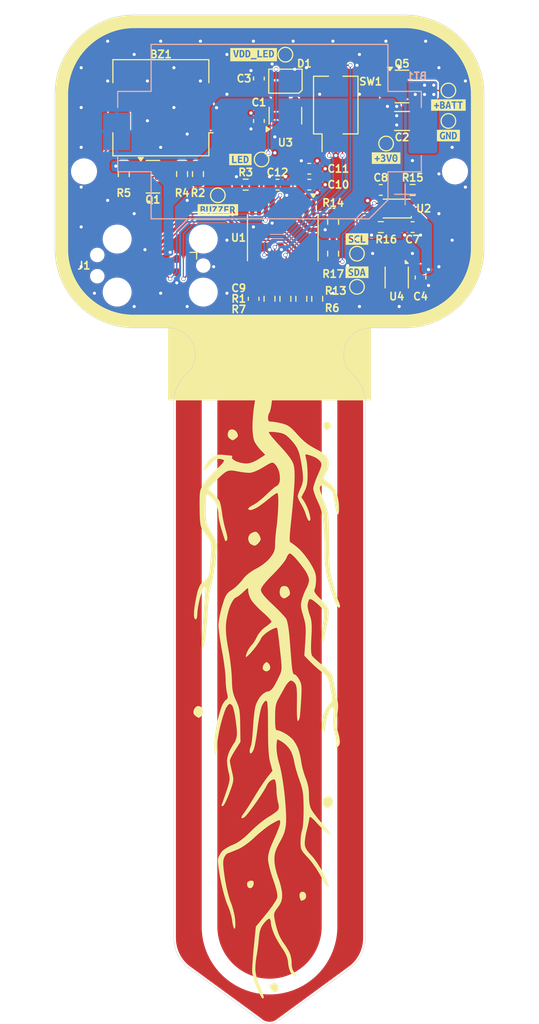
<source format=kicad_pcb>
(kicad_pcb (version 20240108) (generator "pcbnew") (generator_version "8.0")
  (title_block (title "PlanTher") (date "2025-04-21") (rev "A") (company "Getbit Systems") (comment 4 "Designer: Mauricio Barroso Benavides"))
  (layers (0 "F.Cu" signal) (1 "In1.Cu" power) (2 "In2.Cu" power) (31 "B.Cu" mixed) (34 "B.Paste" user) (35 "F.Paste" user) (36 "B.SilkS" user "B.Silkscreen") (37 "F.SilkS" user "F.Silkscreen") (38 "B.Mask" user) (39 "F.Mask" user) (44 "Edge.Cuts" user))
  (net 0 "")
  (net 1 "+3V0")
  (net 3 "GND")
  (net 5 "Net-(BZ1--)")
  (net 6 "/MCU/LED_IO")
  (net 7 "+BATT")
  (net 8 "Net-(U2-DVI)")
  (net 9 "Net-(U2-ADDR)")
  (net 15 "Net-(U1-PA5{slash}PA6)")
  (net 16 "Net-(U1-PF3{slash}BOOT0)")
  (net 18 "Net-(Q1-B)")
  (net 19 "SWD_SWCLK")
  (net 20 "USART4_TX")
  (net 21 "NRST")
  (net 23 "SWD_SWDIO")
  (net 24 "/MCU/SOIL_IO")
  (net 25 "/MCU/BUZZER_IO")
  (net 26 "/MCU/I2C1_SCL")
  (net 27 "/MCU/I2C1_SDA")
  (net 28 "/MCU/LED_EN")
  (net 30 "Net-(J2-Pin_1)")
  (net 33 "+3V0_LED")
  (net 34 "/MCU/SEL_1")
  (net 35 "/MCU/SEL_COM")
  (net 36 "/MCU/SEL_0")
  (footprint "TestPoint:TestPoint_Pad_D1.0mm" (layer "F.Cu") (at 142.24 62.611)
    (property "Reference" "TP4" (hide yes))
    (property "Value" "TestPoint")
  )
  (footprint "TestPoint:TestPoint_Pad_D1.0mm" (layer "F.Cu") (at 160.147 58.928)
    (property "Reference" "TP7" (hide yes))
    (property "Value" "TestPoint")
  )
  (footprint "LED_SMD:LED_WS2812B-2020_PLCC4_2.0x2.0mm" (layer "F.Cu") (at 144.526 55.118 180)
    (property "Reference" "D1")
    (property "Value" "WS2812B-2020")
  )
  (footprint "TestPoint:TestPoint_Pad_D1.0mm" (layer "F.Cu") (at 138.049 66.04)
    (property "Reference" "TP3" (hide yes))
    (property "Value" "TestPoint")
  )
  (footprint "GetbitSystems:SoilMoisture_Pad" (layer "F.Cu") (at 143.002 82.042)
    (property "Reference" "J2" (hide yes))
    (property "Value" "Pad" (hide yes))
  )
  (footprint "Capacitor_SMD:C_0603_1608Metric" (layer "F.Cu") (at 143.764 65.024)
    (property "Reference" "C12")
    (property "Value" "100n")
  )
  (footprint "Capacitor_SMD:C_0603_1608Metric" (layer "F.Cu") (at 141.986 58.928 90)
    (property "Reference" "C1")
    (property "Value" "1u")
  )
  (footprint "kibuzzard-68052051" (layer "F.Cu") (at 138.049 67.437)
    (property "Reference" "kibuzzard-68052051" (hide yes))
    (property "Value" "G***" (hide yes))
  )
  (footprint "Buzzer_Beeper:Buzzer_CUI_CPT-9019S-SMT" (layer "F.Cu") (at 132.588 57.658 180)
    (property "Reference" "BZ1")
    (property "Value" "CPT-9019A-SMT-TR")
  )
  (footprint "MountingHole:MountingHole_2.1mm" (layer "F.Cu") (at 125.222 63.754)
    (property "Reference" "REF**" (hide yes))
    (property "Value" "MountingHole_2.1mm")
  )
  (footprint "Sensor_Humidity:Sensirion_DFN-4-1EP_2x2mm_P1mm_EP0.7x1.6mm" (layer "F.Cu") (at 155.194 73.914 -90)
    (property "Reference" "U4")
    (property "Value" "SHTC3")
  )
  (footprint "TestPoint:TestPoint_Pad_D1.0mm" (layer "F.Cu") (at 154.178 61.087)
    (property "Reference" "TP5" (hide yes))
    (property "Value" "TestPoint")
  )
  (footprint "Capacitor_SMD:C_0603_1608Metric" (layer "F.Cu") (at 141.986 54.864 90)
    (property "Reference" "C3")
    (property "Value" "100n")
  )
  (footprint "Capacitor_SMD:C_0603_1608Metric" (layer "F.Cu") (at 146.812 65.024)
    (property "Reference" "C10")
    (property "Value" "100n")
  )
  (footprint "kibuzzard-6805203A" (layer "F.Cu") (at 154.178 62.484)
    (property "Reference" "kibuzzard-6805203A" (hide yes))
    (property "Value" "G***" (hide yes))
  )
  (footprint "Capacitor_SMD:C_0603_1608Metric" (layer "F.Cu") (at 141.478 75.946 -90)
    (property "Reference" "C9")
    (property "Value" "100n")
  )
  (footprint "Resistor_SMD:R_0603_1608Metric" (layer "F.Cu") (at 153.67 69.088)
    (property "Reference" "R16")
    (property "Value" "1K")
  )
  (footprint "kibuzzard-68052017" (layer "F.Cu") (at 141.478 52.578)
    (property "Reference" "kibuzzard-68052017" (hide yes))
    (property "Value" "G***" (hide yes))
  )
  (footprint "Resistor_SMD:R_0603_1608Metric" (layer "F.Cu") (at 136.144 64.008 90)
    (property "Reference" "R2")
    (property "Value" "47K")
  )
  (footprint "Resistor_SMD:R_0603_1608Metric" (layer "F.Cu") (at 143.002 75.946 -90)
    (property "Reference" "R1")
    (property "Value" "1K")
  )
  (footprint "Capacitor_SMD:C_0603_1608Metric" (layer "F.Cu") (at 156.718 69.088 180)
    (property "Reference" "C7")
    (property "Value" "100n")
  )
  (footprint "kibuzzard-6805205E" (layer "F.Cu") (at 151.384 73.406)
    (property "Reference" "kibuzzard-6805205E" (hide yes))
    (property "Value" "G***" (hide yes))
  )
  (footprint "TestPoint:TestPoint_Pad_D1.0mm" (layer "F.Cu") (at 151.384 71.628)
    (property "Reference" "TP2" (hide yes))
    (property "Value" "TestPoint")
  )
  (footprint "Package_TO_SOT_SMD:SOT-23" (layer "F.Cu") (at 131.826 64.262)
    (property "Reference" "Q1")
    (property "Value" "MMBT3904")
  )
  (footprint "kibuzzard-6805202F" (layer "F.Cu") (at 160.147 60.325)
    (property "Reference" "kibuzzard-6805202F" (hide yes))
    (property "Value" "G***" (hide yes))
  )
  (footprint "Connector:Tag-Connect_TC2070-IDC-FP_2x07_P1.27mm_Vertical" (layer "F.Cu") (at 131.572 72.771 180)
    (property "Reference" "J1")
    (property "Value" "PROG_CNN")
  )
  (footprint "Package_SO:TSSOP-20_4.4x6.5mm_P0.65mm" (layer "F.Cu") (at 144.272 70.104 -90)
    (property "Reference" "U1")
    (property "Value" "STM32U031F8P6")
  )
  (footprint "MountingHole:MountingHole_2.1mm" (layer "F.Cu") (at 160.782 63.754)
    (property "Reference" "REF**" (hide yes))
    (property "Value" "MountingHole_2.1mm")
  )
  (footprint "Capacitor_SMD:C_0603_1608Metric" (layer "F.Cu") (at 146.812 63.5)
    (property "Reference" "C11")
    (property "Value" "100n")
  )
  (footprint "Resistor_SMD:R_0603_1608Metric" (layer "F.Cu") (at 144.526 75.946 -90)
    (property "Reference" "R7")
    (property "Value" "10K")
  )
  (footprint "Resistor_SMD:R_0603_1608Metric" (layer "F.Cu") (at 146.05 75.946 -90)
    (property "Reference" "R6")
    (property "Value" "10K")
  )
  (footprint "Package_TO_SOT_SMD:SOT-23" (layer "F.Cu") (at 155.702 55.626)
    (property "Reference" "Q5")
    (property "Value" "Si2301CDS")
  )
  (footprint "Package_TO_SOT_SMD:SOT-23-6" (layer "F.Cu") (at 144.526 58.42 90)
    (property "Reference" "U3")
    (property "Value" "TPS22917DBV")
  )
  (footprint "Capacitor_SMD:C_0603_1608Metric" (layer "F.Cu") (at 153.67 65.532 180)
    (property "Reference" "C8")
    (property "Value" "100n")
  )
  (footprint "Capacitor_SMD:C_1206_3216Metric" (layer "F.Cu") (at 155.702 58.928)
    (property "Reference" "C2")
    (property "Value" "100u")
  )
  (footprint "Resistor_SMD:R_0603_1608Metric" (layer "F.Cu") (at 134.62 64.008 -90)
    (property "Reference" "R4")
    (property "Value" "150K")
  )
  (footprint "TestPoint:TestPoint_Pad_D1.0mm" (layer "F.Cu") (at 151.384 74.803)
    (property "Reference" "TP1" (hide yes))
    (property "Value" "TestPoint")
  )
  (footprint "Resistor_SMD:R_0603_1608Metric" (layer "F.Cu") (at 140.716 65.024)
    (property "Reference" "R3")
    (property "Value" "10K")
  )
  (footprint "kibuzzard-68052059" (layer "F.Cu") (at 151.384 70.231)
    (property "Reference" "kibuzzard-68052059" (hide yes))
    (property "Value" "G***" (hide yes))
  )
  (footprint "Button_Switch_SMD:SW_DIP_SPSTx02_Slide_KingTek_DSHP02TS_W7.62mm_P1.27mm" (layer "F.Cu") (at 149.352 57.404 90)
    (property "Reference" "SW1")
    (property "Value" "DSHP02TSGET")
  )
  (footprint "TestPoint:TestPoint_Pad_D1.0mm" (layer "F.Cu") (at 160.147 56.007)
    (property "Reference" "TP8" (hide yes))
    (property "Value" "TestPoint")
  )
  (footprint "TestPoint:TestPoint_Pad_D1.0mm" (layer "F.Cu") (at 144.526 52.578)
    (property "Reference" "TP6" (hide yes))
    (property "Value" "TestPoint")
  )
  (footprint "Resistor_SMD:R_0603_1608Metric" (layer "F.Cu") (at 129.032 64.008 -90)
    (property "Reference" "R5")
    (property "Value" "10K")
  )
  (footprint "Capacitor_SMD:C_0603_1608Metric" (layer "F.Cu") (at 157.48 73.914 -90)
    (property "Reference" "C4")
    (property "Value" "100n")
  )
  (footprint "kibuzzard-68052025" (layer "F.Cu") (at 160.147 57.404)
    (property "Reference" "kibuzzard-68052025" (hide yes))
    (property "Value" "G***" (hide yes))
  )
  (footprint "Resistor_SMD:R_0603_1608Metric" (layer "F.Cu") (at 156.718 65.532 180)
    (property "Reference" "R15")
    (property "Value" "10K")
  )
  (footprint "Resistor_SMD:R_0603_1608Metric" (layer "F.Cu") (at 149.098 71.628 -90)
    (property "Reference" "R17")
    (property "Value" "5K1")
  )
  (footprint "GetbitSystems:BH1750FVI" (layer "F.Cu") (at 155.194 67.31 180)
    (property "Reference" "U2")
    (property "Value" "BH1750FVI")
  )
  (footprint "Resistor_SMD:R_0603_1608Metric" (layer "F.Cu") (at 147.574 75.946 -90)
    (property "Reference" "R13")
    (property "Value" "10K")
  )
  (footprint "Resistor_SMD:R_0603_1608Metric" (layer "F.Cu") (at 149.098 68.58 90)
    (property "Reference" "R14")
    (property "Value" "5K1")
  )
  (footprint "kibuzzard-68052045" (layer "F.Cu") (at 140.208 62.611)
    (property "Reference" "kibuzzard-68052045" (hide yes))
    (property "Value" "G***" (hide yes))
  )
  (footprint "Battery:BatteryHolder_Keystone_1060_1x2032" (layer "B.Cu") (at 143.002 59.944 180)
    (property "Reference" "BT1")
    (property "Value" "1060TR")
  )
  (gr_poly (pts (xy 143.189437 86.04179) (xy 143.168541 86.186311) (xy 143.144328 86.3267) (xy 143.117663 86.459487) (xy 143.089416 86.581202) (xy 143.060452 86.688373) (xy 143.031639 86.777532) (xy 143.017561 86.814271) (xy 143.003845 86.845206) (xy 142.990601 86.869902) (xy 142.977937 86.887926) (xy 142.965748 86.904063) (xy 142.953902 86.923223) (xy 142.942459 86.945159) (xy 142.931481 86.969624) (xy 142.921029 86.996369) (xy 142.911165 87.025148) (xy 142.901949 87.055713) (xy 142.893443 87.087817) (xy 142.885708 87.121213) (xy 142.878805 87.155653) (xy 142.872797 87.19089) (xy 142.867743 87.226677) (xy 142.863706 87.262765) (xy 142.860746 87.298909) (xy 142.858925 87.33486) (xy 142.858305 87.370372) (xy 142.85922 87.417441) (xy 142.862065 87.460367) (xy 142.866985 87.499303) (xy 142.870269 87.517322) (xy 142.874127 87.534401) (xy 142.878578 87.550558) (xy 142.883639 87.565813) (xy 142.889329 87.580185) (xy 142.895667 87.593693) (xy 142.90267 87.606356) (xy 142.910358 87.618194) (xy 142.918748 87.629224) (xy 142.927858 87.639467) (xy 142.937708 87.648941) (xy 142.948316 87.657665) (xy 142.959699 87.665659) (xy 142.971876 87.672942) (xy 142.984866 87.679533) (xy 142.998687 87.68545) (xy 143.013358 87.690713) (xy 143.028896 87.695341) (xy 143.045319 87.699353) (xy 143.062648 87.702768) (xy 143.10009 87.707885) (xy 143.141371 87.710842) (xy 143.186636 87.711794) (xy 143.223683 87.712705) (xy 143.266755 87.715377) (xy 143.368881 87.725645) (xy 143.488821 87.741878) (xy 143.622381 87.763357) (xy 143.765368 87.789361) (xy 143.913589 87.819173) (xy 144.062851 87.85207) (xy 144.208961 87.887335) (xy 144.312934 87.915103) (xy 144.410459 87.944499) (xy 144.502568 87.976263) (xy 144.590289 88.011137) (xy 144.674653 88.04986) (xy 144.756689 88.093171) (xy 144.837427 88.141812) (xy 144.917896 88.196523) (xy 144.999127 88.258043) (xy 145.082149 88.327112) (xy 145.167992 88.404472) (xy 145.257686 88.490862) (xy 145.35226 88.587022) (xy 145.452744 88.693693) (xy 145.560169 88.811614) (xy 145.675562 88.941526) (xy 145.777794 89.055674) (xy 145.879423 89.164835) (xy 145.980771 89.26926) (xy 146.082158 89.3692) (xy 146.183904 89.464908) (xy 146.286331 89.556634) (xy 146.389759 89.644632) (xy 146.494508 89.729153) (xy 146.6009 89.810447) (xy 146.709254 89.888768) (xy 146.819891 89.964367) (xy 146.933132 90.037495) (xy 147.049297 90.108405) (xy 147.168707 90.177348) (xy 147.291683 90.244576) (xy 147.418544 90.310341) (xy 147.616477 90.414956) (xy 147.80694 90.524447) (xy 147.985349 90.635566) (xy 148.14712 90.745067) (xy 148.220333 90.798196) (xy 148.287668 90.849703) (xy 148.348552 90.899182) (xy 148.402411 90.946226) (xy 148.448673 90.990432) (xy 148.486764 91.031391) (xy 148.516112 91.0687) (xy 148.536143 91.101951) (xy 148.551141 91.134735) (xy 148.565718 91.170677) (xy 148.579799 91.209416) (xy 148.593309 91.250594) (xy 148.606172 91.293849) (xy 148.618313 91.338821) (xy 148.629656 91.385152) (xy 148.640125 91.432481) (xy 148.649645 91.480449) (xy 148.658141 91.528694) (xy 148.665537 91.576858) (xy 148.671757 91.624581) (xy 148.676727 91.671502) (xy 148.68037 91.717262) (xy 148.682611 91.761501) (xy 148.683375 91.803859) (xy 148.68198 91.847125) (xy 148.677889 91.89403) (xy 148.671238 91.944124) (xy 148.662165 91.996957) (xy 148.650809 92.05208) (xy 148.637306 92.109042) (xy 148.621796 92.167394) (xy 148.604415 92.226687) (xy 148.585301 92.28647) (xy 148.564593 92.346295) (xy 148.542428 92.405711) (xy 148.518943 92.464269) (xy 148.494278 92.521519) (xy 148.468569 92.577011) (xy 148.441954 92.630296) (xy 148.414571 92.680924) (xy 148.145764 93.15753) (xy 148.651635 93.514892) (xy 148.704343 93.553991) (xy 148.757882 93.597283) (xy 148.811874 93.644317) (xy 148.865945 93.694645) (xy 148.919719 93.747817) (xy 148.972821 93.803383) (xy 149.024875 93.860894) (xy 149.075504 93.919899) (xy 149.124335 93.97995) (xy 149.17099 94.040597) (xy 149.215095 94.10139) (xy 149.256274 94.161879) (xy 149.294152 94.221616) (xy 149.328352 94.28015) (xy 149.358499 94.337031) (xy 149.384217 94.391811) (xy 149.40754 94.448973) (xy 149.430657 94.512843) (xy 149.45343 94.582737) (xy 149.475719 94.657969) (xy 149.518294 94.821708) (xy 149.557269 94.99858) (xy 149.591536 95.183107) (xy 149.619982 95.369808) (xy 149.641498 95.553204) (xy 149.64931 95.64195) (xy 149.654972 95.727815) (xy 149.661261 95.89538) (xy 149.661815 96.052185) (xy 149.656973 96.195045) (xy 149.647076 96.320773) (xy 149.640338 96.376217) (xy 149.632463 96.426184) (xy 149.623494 96.470275) (xy 149.613474 96.508093) (xy 149.602444 96.539238) (xy 149.590448 96.563313) (xy 149.577527 96.579919) (xy 149.570733 96.585297) (xy 149.563725 96.588659) (xy 149.556592 96.589712) (xy 149.549155 96.588331) (xy 149.541434 96.584572) (xy 149.533446 96.578493) (xy 149.525209 96.570151) (xy 149.516743 96.559603) (xy 149.508066 96.546906) (xy 149.499195 96.532116) (xy 149.480949 96.49649) (xy 149.462153 96.453181) (xy 149.442953 96.402645) (xy 149.423497 96.34534) (xy 149.403932 96.281722) (xy 149.384407 96.212247) (xy 149.365067 96.137373) (xy 149.346062 96.057556) (xy 149.327537 95.973252) (xy 149.30964 95.884919) (xy 149.29252 95.793013) (xy 149.276322 95.69799) (xy 149.243696 95.504741) (xy 149.20926 95.31399) (xy 149.174053 95.130661) (xy 149.139114 94.959677) (xy 149.105483 94.805961) (xy 149.074201 94.674437) (xy 149.046306 94.570027) (xy 149.022839 94.497655) (xy 149.010526 94.469507) (xy 148.994656 94.439937) (xy 148.975479 94.409193) (xy 148.953242 94.377522) (xy 148.928194 94.345172) (xy 148.900583 94.312389) (xy 148.870659 94.279421) (xy 148.838669 94.246516) (xy 148.804862 94.21392) (xy 148.769487 94.181882) (xy 148.732791 94.150649) (xy 148.695025 94.120467) (xy 148.656435 94.091585) (xy 148.617271 94.06425) (xy 148.577781 94.038709) (xy 148.538214 94.015209) (xy 148.458619 93.971582) (xy 148.379327 93.930882) (xy 148.302431 93.894) (xy 148.230028 93.861827) (xy 148.164213 93.835253) (xy 148.107083 93.815169) (xy 148.082429 93.807839) (xy 148.060732 93.802465) (xy 148.042255 93.799159) (xy 148.027258 93.798033) (xy 148.020617 93.798304) (xy 148.013872 93.799108) (xy 148.007036 93.800433) (xy 148.000122 93.802264) (xy 147.993143 93.804589) (xy 147.986112 93.807394) (xy 147.979041 93.810666) (xy 147.971944 93.814391) (xy 147.964832 93.818557) (xy 147.95772 93.82315) (xy 147.950619 93.828157) (xy 147.943543 93.833564) (xy 147.929516 93.845527) (xy 147.915742 93.858932) (xy 147.902322 93.873673) (xy 147.889361 93.889644) (xy 147.876961 93.906739) (xy 147.865223 93.924851) (xy 147.854251 93.943874) (xy 147.844148 93.963702) (xy 147.835017 93.984228) (xy 147.826959 94.005346) (xy 147.823756 94.017176) (xy 147.821622 94.031237) (xy 147.820478 94.065769) (xy 147.82336 94.108364) (xy 147.830101 94.158444) (xy 147.840535 94.21543) (xy 147.854496 94.278745) (xy 147.871817 94.34781) (xy 147.892332 94.422048) (xy 147.915875 94.50088) (xy 147.942279 94.583728) (xy 147.971377 94.670015) (xy 148.003004 94.759162) (xy 148.036993 94.850591) (xy 148.073177 94.943724) (xy 148.111391 95.037983) (xy 148.151467 95.13279) (xy 148.232842 95.327184) (xy 148.31186 95.527014) (xy 148.386568 95.726586) (xy 148.455016 95.920206) (xy 148.515253 96.102177) (xy 148.565327 96.266807) (xy 148.603287 96.408399) (xy 148.627183 96.521258) (xy 148.643077 96.663814) (xy 148.658105 96.890517) (xy 148.671925 97.189704) (xy 148.684191 97.549713) (xy 148.702693 98.405546) (xy 148.710864 99.364714) (xy 148.714822 100.070591) (xy 148.724988 100.65393) (xy 148.743844 101.141432) (xy 148.773869 101.559794) (xy 148.817543 101.935717) (xy 148.877346 102.2959) (xy 148.955758 102.66704) (xy 149.055259 103.075838) (xy 149.127224 103.352395) (xy 149.20171 103.626213) (xy 149.349623 104.137141) (xy 149.418737 104.360003) (xy 149.48175 104.551631) (xy 149.536505 104.704903) (xy 149.580847 104.812693) (xy 149.618264 104.896395) (xy 149.65317 104.980631) (xy 149.684802 105.063115) (xy 149.712395 105.141565) (xy 149.735186 105.213697) (xy 149.752411 105.27723) (xy 149.758698 105.305057) (xy 149.763306 105.329878) (xy 149.766141 105.351407) (xy 149.767108 105.369359) (xy 149.766502 105.385231) (xy 149.764727 105.400658) (xy 149.76184 105.41556) (xy 149.757903 105.429857) (xy 149.752974 105.44347) (xy 149.747115 105.456317) (xy 149.740384 105.46832) (xy 149.732842 105.479399) (xy 149.724547 105.489474) (xy 149.720137 105.494109) (xy 149.715561 105.498464) (xy 149.710828 105.502528) (xy 149.705943 105.50629) (xy 149.700916 105.509742) (xy 149.695753 105.512873) (xy 149.690462 105.515673) (xy 149.685051 105.518132) (xy 149.679526 105.52024) (xy 149.673896 105.521987) (xy 149.668167 105.523363) (xy 149.662348 105.524358) (xy 149.656446 105.524963) (xy 149.650468 105.525167) (xy 149.64412 105.524342) (xy 149.637121 105.521894) (xy 149.629496 105.517863) (xy 149.62127 105.51229) (xy 149.61247 105.505216) (xy 149.60312 105.49668) (xy 149.593247 105.486723) (xy 149.582876 105.475386) (xy 149.560742 105.448731) (xy 149.536924 105.417041) (xy 149.511625 105.380636) (xy 149.485052 105.339843) (xy 149.457408 105.294983) (xy 149.428898 105.24638) (xy 149.399728 105.194357) (xy 149.370101 105.139239) (xy 149.340223 105.081348) (xy 149.310299 105.021008) (xy 149.280533 104.958543) (xy 149.25113 104.894275) (xy 149.187142 104.740846) (xy 149.113532 104.546101) (xy 149.032905 104.317993) (xy 148.947867 104.064476) (xy 148.861025 103.7935) (xy 148.774984 103.51302) (xy 148.69235 103.230988) (xy 148.61573 102.955356) (xy 148.521596 102.591292) (xy 148.445266 102.259608) (xy 148.385401 101.949735) (xy 148.361222 101.799674) (xy 148.340657 101.651102) (xy 148.323537 101.502697) (xy 148.309695 101.353139) (xy 148.291172 101.045276) (xy 148.283747 100.716943) (xy 148.28608 100.35757) (xy 148.28807 100.069703) (xy 148.284847 99.745507) (xy 148.276845 99.396056) (xy 148.264496 99.032426) (xy 148.248231 98.66569) (xy 148.228484 98.306922) (xy 148.205687 97.967197) (xy 148.180271 97.657588) (xy 148.14085 97.265305) (xy 148.097869 96.923941) (xy 148.074247 96.769071) (xy 148.048781 96.62299) (xy 148.021151 96.484386) (xy 147.991039 96.351945) (xy 147.958128 96.224354) (xy 147.922099 96.100299) (xy 147.882633 95.978468) (xy 147.839413 95.857547) (xy 147.79212 95.736222) (xy 147.740435 95.61318) (xy 147.622618 95.356694) (xy 147.536477 95.170701) (xy 147.456103 94.983507) (xy 147.383256 94.800186) (xy 147.319697 94.625815) (xy 147.267185 94.465467) (xy 147.227481 94.324219) (xy 147.212982 94.262343) (xy 147.202344 94.207145) (xy 147.195788 94.15926) (xy 147.193533 94.119321) (xy 147.195764 94.079027) (xy 147.202366 94.0301) (xy 147.213116 93.973209) (xy 147.227792 93.909024) (xy 147.246169 93.838213) (xy 147.268026 93.761447) (xy 147.321284 93.592726) (xy 147.38578 93.408217) (xy 147.459728 93.213276) (xy 147.541343 93.013257) (xy 147.628839 92.813517) (xy 147.742799 92.55623) (xy 147.832424 92.338349) (xy 147.868457 92.242752) (xy 147.898822 92.155284) (xy 147.923656 92.075374) (xy 147.943099 92.002446) (xy 147.957288 91.935927) (xy 147.966362 91.875243) (xy 147.97046 91.819821) (xy 147.969719 91.769087) (xy 147.964279 91.722466) (xy 147.954278 91.679386) (xy 147.939853 91.639272) (xy 147.921144 91.60155) (xy 147.904854 91.574887) (xy 147.8857 91.547194) (xy 147.863924 91.518691) (xy 147.839767 91.489596) (xy 147.813468 91.46013) (xy 147.785268 91.43051) (xy 147.755408 91.400958) (xy 147.724129 91.37169) (xy 147.691671 91.342928) (xy 147.658275 91.314889) (xy 147.624182 91.287793) (xy 147.589633 91.26186) (xy 147.554867 91.237307) (xy 147.520126 91.214356) (xy 147.48565 91.193224) (xy 147.451681 91.174131) (xy 147.378672 91.137029) (xy 147.296085 91.098481) (xy 147.206764 91.059611) (xy 147.11355 91.021545) (xy 147.019287 90.985407) (xy 146.926817 90.952323) (xy 146.838983 90.923417) (xy 146.758627 90.899814) (xy 146.695141 90.882751) (xy 146.639682 90.868696) (xy 146.59192 90.8582) (xy 146.570822 90.854458) (xy 146.551525 90.851812) (xy 146.533987 90.850331) (xy 146.518168 90.850084) (xy 146.504026 90.851139) (xy 146.49152 90.853566) (xy 146.480609 90.857433) (xy 146.471251 90.862808) (xy 146.463406 90.869762) (xy 146.457033 90.878362) (xy 146.452089 90.888677) (xy 146.448535 90.900777) (xy 146.446328 90.91473) (xy 146.445428 90.930604) (xy 146.445793 90.948469) (xy 146.447383 90.968394) (xy 146.450156 90.990447) (xy 146.454071 91.014697) (xy 146.465162 91.070064) (xy 146.480327 91.135045) (xy 146.521561 91.296053) (xy 146.534784 91.351823) (xy 146.547636 91.416318) (xy 146.571962 91.568391) (xy 146.594006 91.746093) (xy 146.613237 91.943244) (xy 146.629121 92.153664) (xy 146.641126 92.371174) (xy 146.648719 92.589593) (xy 146.651369 92.802742) (xy 146.647879 93.073236) (xy 146.643335 93.196395) (xy 146.636765 93.312351) (xy 146.628047 93.421749) (xy 146.617061 93.525229) (xy 146.603687 93.623435) (xy 146.587803 93.717009) (xy 146.56929 93.806594) (xy 146.548026 93.892833) (xy 146.52389 93.976367) (xy 146.496762 94.05784) (xy 146.466522 94.137893) (xy 146.433048 94.217171) (xy 146.396221 94.296315) (xy 146.355918 94.375967) (xy 146.060465 94.938508) (xy 146.335198 95.370268) (xy 146.393574 95.467299) (xy 146.454196 95.577728) (xy 146.515296 95.697717) (xy 146.575107 95.823424) (xy 146.631862 95.951009) (xy 146.683794 96.076631) (xy 146.729134 96.19645) (xy 146.766116 96.306625) (xy 146.797491 96.41208) (xy 146.826761 96.518372) (xy 146.853287 96.622609) (xy 146.876426 96.721898) (xy 146.895538 96.813347) (xy 146.909983 96.894065) (xy 146.91912 96.961159) (xy 146.921497 96.988693) (xy 146.922308 97.011737) (xy 146.921659 97.032162) (xy 146.919757 97.052015) (xy 146.916665 97.071193) (xy 146.912447 97.089592) (xy 146.907167 97.107111) (xy 146.900889 97.123645) (xy 146.893678 97.139092) (xy 146.885598 97.153351) (xy 146.876712 97.166316) (xy 146.867085 97.177887) (xy 146.856781 97.187959) (xy 146.851395 97.192402) (xy 146.845864 97.196431) (xy 146.840195 97.200034) (xy 146.834398 97.203199) (xy 146.828479 97.205912) (xy 146.822447 97.208161) (xy 146.81631 97.209932) (xy 146.810076 97.211213) (xy 146.803752 97.211991) (xy 146.797347 97.212253) (xy 146.790726 97.211525) (xy 146.783758 97.209365) (xy 146.776462 97.205809) (xy 146.768857 97.200892) (xy 146.760962 97.194649) (xy 146.752796 97.187118) (xy 146.744377 97.178332) (xy 146.735723 97.168329) (xy 146.726854 97.157143) (xy 146.717787 97.14481) (xy 146.699139 97.116848) (xy 146.679926 97.084727) (xy 146.660299 97.048732) (xy 146.640406 97.00915) (xy 146.620397 96.966265) (xy 146.600421 96.920363) (xy 146.580628 96.871729) (xy 146.561166 96.820649) (xy 146.542185 96.767408) (xy 146.523835 96.712292) (xy 146.506264 96.655585) (xy 146.466395 96.533212) (xy 146.416632 96.398654) (xy 146.358964 96.256315) (xy 146.295379 96.110598) (xy 146.227865 95.965905) (xy 146.158409 95.826641) (xy 146.089001 95.697209) (xy 146.021626 95.582012) (xy 145.957643 95.474215) (xy 145.897953 95.36599) (xy 145.843861 95.260255) (xy 145.796674 95.159925) (xy 145.7577 95.067917) (xy 145.7417 95.025945) (xy 145.728243 94.987147) (xy 145.717492 94.951887) (xy 145.709611 94.920531) (xy 145.704762 94.893442) (xy 145.70311 94.870986) (xy 145.704555 94.848106) (xy 145.708795 94.819778) (xy 145.715687 94.786407) (xy 145.725089 94.7484) (xy 145.736857 94.706163) (xy 145.750848 94.660102) (xy 145.784932 94.558136) (xy 145.826196 94.445749) (xy 145.873499 94.326192) (xy 145.925698 94.202715) (xy 145.981651 94.078569) (xy 146.021384 93.990768) (xy 146.056932 93.90665) (xy 146.088413 93.825359) (xy 146.115944 93.74604) (xy 146.139645 93.667837) (xy 146.159634 93.589897) (xy 146.17603 93.511363) (xy 146.18895 93.43138) (xy 146.198514 93.349094) (xy 146.20484 93.263649) (xy 146.208046 93.174191) (xy 146.208252 93.079863) (xy 146.205574 92.979812) (xy 146.200133 92.873181) (xy 146.192046 92.759116) (xy 146.181432 92.636761) (xy 146.16164 92.450816) (xy 146.135496 92.245448) (xy 146.104122 92.027432) (xy 146.068638 91.803545) (xy 146.030168 91.580562) (xy 145.989832 91.365258) (xy 145.948751 91.164409) (xy 145.908048 90.984791) (xy 145.880125 90.874448) (xy 145.850539 90.768911) (xy 145.819014 90.667671) (xy 145.785277 90.570225) (xy 145.74905 90.476065) (xy 145.71006 90.384686) (xy 145.668031 90.295581) (xy 145.622688 90.208244) (xy 145.573755 90.12217) (xy 145.520958 90.036851) (xy 145.464022 89.951783) (xy 145.40267 89.866459) (xy 145.336629 89.780373) (xy 145.265623 89.693019) (xy 145.189376 89.60389) (xy 145.107614 89.512482) (xy 145.014619 89.411876) (xy 144.92795 89.321165) (xy 144.84654 89.23973) (xy 144.769324 89.166955) (xy 144.695234 89.102221) (xy 144.623205 89.04491) (xy 144.55217 88.994404) (xy 144.481063 88.950086) (xy 144.408818 88.911337) (xy 144.334368 88.87754) (xy 144.256647 88.848076) (xy 144.174589 88.822329) (xy 144.087127 88.799679) (xy 143.993195 88.77951) (xy 143.891727 88.761202) (xy 143.781656 88.74414) (xy 143.634622 88.724665) (xy 143.492867 88.709428) (xy 143.359821 88.698553) (xy 143.238914 88.692163) (xy 143.133578 88.690382) (xy 143.047242 88.693334) (xy 143.012271 88.696623) (xy 142.983337 88.701142) (xy 142.960868 88.706906) (xy 142.945293 88.71393) (xy 142.940837 88.719332) (xy 142.939412 88.727823) (xy 142.940951 88.739319) (xy 142.945387 88.753739) (xy 142.952655 88.771) (xy 142.962689 88.791017) (xy 142.990787 88.838992) (xy 143.029154 88.897002) (xy 143.07726 88.964382) (xy 143.134575 89.04047) (xy 143.20057 89.124602) (xy 143.274717 89.216115) (xy 143.356486 89.314345) (xy 143.445347 89.41863) (xy 143.540772 89.528306) (xy 143.642231 89.64271) (xy 143.749195 89.761178) (xy 143.861135 89.883048) (xy 143.977522 90.007655) (xy 144.250424 90.303349) (xy 144.492104 90.577767) (xy 144.70272 90.831121) (xy 144.796427 90.949964) (xy 144.882427 91.063621) (xy 144.960739 91.172117) (xy 145.031382 91.275479) (xy 145.094376 91.373734) (xy 145.149741 91.466907) (xy 145.197496 91.555025) (xy 145.23766 91.638115) (xy 145.270254 91.716203) (xy 145.295296 91.789315) (xy 145.316313 91.865543) (xy 145.335138 91.947548) (xy 145.351782 92.0356) (xy 145.366255 92.129971) (xy 145.378568 92.230934) (xy 145.388731 92.338758) (xy 145.396755 92.453715) (xy 145.40265 92.576078) (xy 145.406426 92.706116) (xy 145.408094 92.844102) (xy 145.405148 93.145002) (xy 145.393894 93.480948) (xy 145.374416 93.854111) (xy 145.322364 94.589264) (xy 145.247326 95.480162) (xy 145.159341 96.414407) (xy 145.068448 97.2796) (xy 145.017978 97.748767) (xy 144.979593 98.150005) (xy 144.953213 98.485545) (xy 144.93876 98.757616) (xy 144.936155 98.968449) (xy 144.945319 99.120275) (xy 144.95429 99.174756) (xy 144.966174 99.215322) (xy 144.98096 99.242251) (xy 144.99864 99.255822) (xy 145.016564 99.263809) (xy 145.039985 99.276592) (xy 145.068525 99.29389) (xy 145.101806 99.315423) (xy 145.181088 99.370074) (xy 145.274814 99.438303) (xy 145.379971 99.51787) (xy 145.493541 99.606532) (xy 145.612509 99.70205) (xy 145.733861 99.802182) (xy 145.796849 99.857239) (xy 145.863879 99.920229) (xy 145.934355 99.990423) (xy 146.007684 100.067091) (xy 146.08327 100.149502) (xy 146.16052 100.236927) (xy 146.238837 100.328635) (xy 146.317629 100.423896) (xy 146.396299 100.52198) (xy 146.474255 100.622158) (xy 146.5509 100.723697) (xy 146.62564 100.82587) (xy 146.697881 100.927945) (xy 146.767028 101.029192) (xy 146.832487 101.128882) (xy 146.893662 101.226284) (xy 147.049004 101.486472) (xy 147.115521 101.603945) (xy 147.175042 101.71423) (xy 147.2279 101.818248) (xy 147.274425 101.916919) (xy 147.314948 102.011161) (xy 147.3498 102.101896) (xy 147.379312 102.190044) (xy 147.403816 102.276523) (xy 147.423641 102.362254) (xy 147.439119 102.448158) (xy 147.450582 102.535153) (xy 147.45836 102.62416) (xy 147.462784 102.716099) (xy 147.464185 102.81189) (xy 147.461503 102.948869) (xy 147.453818 103.087273) (xy 147.441668 103.223315) (xy 147.425591 103.353205) (xy 147.406126 103.473155) (xy 147.383812 103.579378) (xy 147.371756 103.626158) (xy 147.359188 103.668085) (xy 147.346178 103.704686) (xy 147.332793 103.735488) (xy 147.323304 103.756123) (xy 147.315136 103.776603) (xy 147.308339 103.797014) (xy 147.302966 103.817442) (xy 147.29907 103.837974) (xy 147.296701 103.858697) (xy 147.295914 103.879698) (xy 147.296759 103.901062) (xy 147.299289 103.922877) (xy 147.303555 103.945229) (xy 147.309611 103.968205) (xy 147.317508 103.991892) (xy 147.327298 104.016376) (xy 147.339034 104.041743) (xy 147.352767 104.068081) (xy 147.36855 104.095476) (xy 147.386435 104.124015) (xy 147.406474 104.153783) (xy 147.42872 104.184869) (xy 147.453223 104.217359) (xy 147.480037 104.251338) (xy 147.509214 104.286894) (xy 147.574863 104.363084) (xy 147.650589 104.44662) (xy 147.736807 104.538196) (xy 147.833936 104.638505) (xy 147.942393 104.74824) (xy 148.053477 104.860749) (xy 148.153267 104.964221) (xy 148.242333 105.059621) (xy 148.321245 105.147914) (xy 148.390571 105.230066) (xy 148.450881 105.307042) (xy 148.502744 105.379807) (xy 148.546731 105.449328) (xy 148.58341 105.516569) (xy 148.613352 105.582496) (xy 148.637124 105.648074) (xy 148.655297 105.714269) (xy 148.668441 105.782046) (xy 148.677124 105.852371) (xy 148.681916 105.926208) (xy 148.683387 106.004525) (xy 148.682341 106.060519) (xy 148.67927 106.122362) (xy 148.667469 106.261044) (xy 148.648812 106.415481) (xy 148.624127 106.580582) (xy 148.594241 106.751255) (xy 148.559982 106.922409) (xy 148.522178 107.088953) (xy 148.481655 107.245797) (xy 148.4411 107.40051) (xy 148.403208 107.560951) (xy 148.368813 107.722455) (xy 148.338748 107.88036) (xy 148.313847 108.030003) (xy 148.294942 108.16672) (xy 148.282867 108.285849) (xy 148.278456 108.382724) (xy 148.277603 108.424309) (xy 148.275396 108.464728) (xy 148.271903 108.503772) (xy 148.267196 108.54123) (xy 148.261345 108.576895) (xy 148.254419 108.610556) (xy 148.246489 108.642005) (xy 148.237625 108.671032) (xy 148.227898 108.697428) (xy 148.217377 108.720984) (xy 148.206134 108.741489) (xy 148.194237 108.758736) (xy 148.181758 108.772515) (xy 148.175322 108.778038) (xy 148.168767 108.782616) (xy 148.162101 108.786221) (xy 148.155333 108.78883) (xy 148.148473 108.790414) (xy 148.141528 108.790947) (xy 148.134588 108.790122) (xy 148.127744 108.787674) (xy 148.121006 108.783644) (xy 148.114381 108.778071) (xy 148.107878 108.770996) (xy 148.101506 108.76246) (xy 148.095273 108.752504) (xy 148.089187 108.741166) (xy 148.083256 108.728489) (xy 148.077491 108.714512) (xy 148.071898 108.699276) (xy 148.066486 108.682821) (xy 148.05624 108.646417) (xy 148.046822 108.605624) (xy 148.038297 108.560763) (xy 148.030736 108.512161) (xy 148.024204 108.460138) (xy 148.01877 108.40502) (xy 148.014501 108.34713) (xy 148.011466 108.28679) (xy 148.009733 108.224325) (xy 148.009368 108.160058) (xy 148.012861 108.01979) (xy 148.021631 107.862768) (xy 148.035089 107.694299) (xy 148.052647 107.519691) (xy 148.073719 107.344251) (xy 148.097716 107.173287) (xy 148.124051 107.012107) (xy 148.152136 106.866018) (xy 148.178616 106.726647) (xy 148.200354 106.58472) (xy 148.217086 106.444196) (xy 148.228548 106.309032) (xy 148.234476 106.183186) (xy 148.234607 106.070615) (xy 148.232417 106.020544) (xy 148.228678 105.975276) (xy 148.223358 105.935306) (xy 148.216424 105.901128) (xy 148.21176 105.884995) (xy 148.205548 105.867748) (xy 148.188662 105.830124) (xy 148.166123 105.78867) (xy 148.138286 105.743803) (xy 148.105509 105.695938) (xy 148.068148 105.64549) (xy 148.02656 105.592876) (xy 147.981102 105.538511) (xy 147.932129 105.48281) (xy 147.879999 105.426189) (xy 147.825068 105.369064) (xy 147.767692 105.31185) (xy 147.708229 105.254964) (xy 147.647035 105.198819) (xy 147.584466 105.143833) (xy 147.520879 105.090421) (xy 147.430217 105.01675) (xy 147.347728 104.951337) (xy 147.272922 104.893986) (xy 147.205313 104.844503) (xy 147.144414 104.802694) (xy 147.089738 104.768363) (xy 147.040797 104.741316) (xy 146.997104 104.721358) (xy 146.958172 104.708294) (xy 146.940339 104.704286) (xy 146.923513 104.701929) (xy 146.907634 104.701199) (xy 146.892641 104.70207) (xy 146.878472 104.704519) (xy 146.865068 104.708521) (xy 146.852366 104.714051) (xy 146.840306 104.721086) (xy 146.828828 104.729602) (xy 146.817869 104.739573) (xy 146.797269 104.763786) (xy 146.77802 104.793529) (xy 146.765533 104.81685) (xy 146.753375 104.842886) (xy 146.74161 104.871359) (xy 146.730302 104.901991) (xy 146.719515 104.934503) (xy 146.709311 104.968618) (xy 146.699757 105.004055) (xy 146.690914 105.040537) (xy 146.682848 105.077786) (xy 146.675621 105.115524) (xy 146.669298 105.15347) (xy 146.663943 105.191348) (xy 146.659619 105.228879) (xy 146.656391 105.265784) (xy 146.654322 105.301785) (xy 146.653476 105.336603) (xy 146.654419 105.373481) (xy 146.657599 105.415526) (xy 146.662904 105.462256) (xy 146.670221 105.513188) (xy 146.690439 105.625733) (xy 146.717348 105.749305) (xy 146.750045 105.880048) (xy 146.787625 106.014107) (xy 146.829186 106.147624) (xy 146.873823 106.276745) (xy 146.905563 106.367851) (xy 146.933836 106.458529) (xy 146.958728 106.550049) (xy 146.98032 106.643683) (xy 146.998696 106.740702) (xy 147.013939 106.84238) (xy 147.026132 106.949986) (xy 147.035359 107.064793) (xy 147.041702 107.188073) (xy 147.045244 107.321097) (xy 147.04607 107.465137) (xy 147.044261 107.621465) (xy 147.039902 107.791352) (xy 147.033075 107.976071) (xy 147.012351 108.395087) (xy 146.993581 108.775777) (xy 146.982797 109.103107) (xy 146.980159 109.380449) (xy 146.985827 109.611175) (xy 146.999958 109.798658) (xy 147.010248 109.877237) (xy 147.022714 109.94627) (xy 147.037376 110.006178) (xy 147.054253 110.057382) (xy 147.073366 110.100306) (xy 147.094734 110.135369) (xy 147.115539 110.162019) (xy 147.143347 110.19403) (xy 147.17769 110.230973) (xy 147.218101 110.272424) (xy 147.315257 110.367143) (xy 147.431078 110.474779) (xy 147.561825 110.591924) (xy 147.703759 110.715167) (xy 147.853142 110.841102) (xy 148.006235 110.96632) (xy 148.159146 111.09107) (xy 148.308004 111.215664) (xy 148.449108 111.336787) (xy 148.578756 111.451127) (xy 148.693247 111.555367) (xy 148.788877 111.646194) (xy 148.861947 111.720294) (xy 148.888864 111.750035) (xy 148.908753 111.774352) (xy 148.925575 111.800564) (xy 148.943492 111.835863) (xy 148.962345 111.879647) (xy 148.981974 111.931316) (xy 149.00222 111.990267) (xy 149.022922 112.0559) (xy 149.043922 112.127613) (xy 149.06506 112.204805) (xy 149.107112 112.373218) (xy 149.1478 112.55633) (xy 149.185849 112.749328) (xy 149.219982 112.947402) (xy 149.290523 113.35935) (xy 149.368785 113.767713) (xy 149.445243 114.12532) (xy 149.479818 114.270349) (xy 149.510369 114.385) (xy 149.526798 114.447187) (xy 149.540923 114.512034) (xy 149.552743 114.579663) (xy 149.562257 114.650199) (xy 149.569464 114.723767) (xy 149.574363 114.800491) (xy 149.576952 114.880495) (xy 149.57723 114.963903) (xy 149.575196 115.050839) (xy 149.57085 115.141428) (xy 149.564189 115.235795) (xy 149.555212 115.334062) (xy 149.54392 115.436355) (xy 149.530309 115.542798) (xy 149.514379 115.653515) (xy 149.49613 115.76863) (xy 149.45545 116.032461) (xy 149.440069 116.150189) (xy 149.428065 116.260073) (xy 149.419488 116.363325) (xy 149.41439 116.461156) (xy 149.412823 116.554777) (xy 149.414838 116.6454) (xy 149.420487 116.734236) (xy 149.429822 116.822496) (xy 149.442894 116.911392) (xy 149.459756 117.002134) (xy 149.480459 117.095934) (xy 149.505054 117.194004) (xy 149.56613 117.407796) (xy 149.60958 117.560736) (xy 149.648391 117.716272) (xy 149.681836 117.87008) (xy 149.709189 118.017836) (xy 149.729725 118.155218) (xy 149.742717 118.277902) (xy 149.746157 118.332381) (xy 149.747439 118.381565) (xy 149.746472 118.424912) (xy 149.743165 118.461882) (xy 149.737723 118.495433) (xy 149.730491 118.528745) (xy 149.721587 118.561616) (xy 149.711133 118.593844) (xy 149.699249 118.625226) (xy 149.686055 118.65556) (xy 149.671672 118.684643) (xy 149.656219 118.712274) (xy 149.639817 118.738249) (xy 149.622587 118.762366) (xy 149.604648 118.784422) (xy 149.586122 118.804216) (xy 149.567128 118.821545) (xy 149.547786 118.836206) (xy 149.528217 118.847997) (xy 149.518385 118.852753) (xy 149.508541 118.856716) (xy 149.496075 118.861026) (xy 149.484242 118.864711) (xy 149.473039 118.867768) (xy 149.462464 118.870191) (xy 149.452514 118.871974) (xy 149.443186 118.873113) (xy 149.434478 118.873602) (xy 149.426387 118.873436) (xy 149.418912 118.87261) (xy 149.412048 118.871119) (xy 149.405794 118.868958) (xy 149.400148 118.866122) (xy 149.395106 118.862605) (xy 149.390666 118.858402) (xy 149.386826 118.853508) (xy 149.383583 118.847918) (xy 149.380934 118.841627) (xy 149.378877 118.83463) (xy 149.377409 118.826921) (xy 149.376529 118.818495) (xy 149.376232 118.809348) (xy 149.376517 118.799474) (xy 149.377381 118.788867) (xy 149.378822 118.777524) (xy 149.380836 118.765438) (xy 149.383422 118.752604) (xy 149.386577 118.739018) (xy 149.390299 118.724674) (xy 149.39943 118.693691) (xy 149.410797 118.659615) (xy 149.419137 118.628708) (xy 149.424983 118.591209) (xy 149.428402 118.547632) (xy 149.429458 118.498488) (xy 149.428219 118.444289) (xy 149.424749 118.385547) (xy 149.419116 118.322774) (xy 149.411385 118.256483) (xy 149.401621 118.187185) (xy 149.389891 118.115392) (xy 149.376261 118.041616) (xy 149.360797 117.96637) (xy 149.343564 117.890165) (xy 149.324629 117.813513) (xy 149.304058 117.736927) (xy 149.281916 117.660918) (xy 149.255353 117.568817) (xy 149.230932 117.47486) (xy 149.208655 117.379069) (xy 149.188524 117.281467) (xy 149.170541 117.182076) (xy 149.154709 117.080918) (xy 149.141029 116.978014) (xy 149.129504 116.873386) (xy 149.120136 116.767058) (xy 149.112927 116.65905) (xy 149.107879 116.549385) (xy 149.104996 116.438085) (xy 149.104277 116.325172) (xy 149.105727 116.210668) (xy 149.109347 116.094594) (xy 149.115139 115.976973) (xy 149.124099 115.785869) (xy 149.128314 115.607585) (xy 149.127992 115.446024) (xy 149.123337 115.305087) (xy 149.114557 115.188678) (xy 149.108685 115.14089) (xy 149.101858 115.100697) (xy 149.094102 115.068587) (xy 149.085445 115.045048) (xy 149.07591 115.030566) (xy 149.070821 115.026875) (xy 149.065524 115.025631) (xy 149.059879 115.026079) (xy 149.053775 115.027409) (xy 149.047231 115.029598) (xy 149.040269 115.032626) (xy 149.032907 115.036469) (xy 149.025166 115.041106) (xy 149.017065 115.046514) (xy 149.008624 115.052673) (xy 148.990802 115.067152) (xy 148.97186 115.084367) (xy 148.951955 115.104142) (xy 148.931246 115.126302) (xy 148.909893 115.15067) (xy 148.888055 115.177071) (xy 148.865889 115.205329) (xy 148.843555 115.235269) (xy 148.821212 115.266715) (xy 148.799019 115.29949) (xy 148.777133 115.33342) (xy 148.755715 115.368328) (xy 148.734131 115.407341) (xy 148.711758 115.453311) (xy 148.688773 115.505657) (xy 148.66535 115.563797) (xy 148.641665 115.627152) (xy 148.617893 115.695138) (xy 148.570788 115.842684) (xy 148.525437 116.001785) (xy 148.483241 116.167792) (xy 148.445604 116.336055) (xy 148.428932 116.41958) (xy 148.413925 116.501925) (xy 148.317255 117.076352) (xy 148.287847 117.263431) (xy 148.277046 117.346792) (xy 148.276868 117.349558) (xy 148.276343 117.352289) (xy 148.275477 117.354982) (xy 148.274281 117.357632) (xy 148.272762 117.360237) (xy 148.270929 117.362794) (xy 148.268791 117.365298) (xy 148.266356 117.367746) (xy 148.263634 117.370135) (xy 148.260633 117.372461) (xy 148.257362 117.37472) (xy 148.253828 117.376911) (xy 148.250042 117.379028) (xy 148.246011 117.381068) (xy 148.241745 117.383029) (xy 148.237252 117.384906) (xy 148.23254 117.386696) (xy 148.227619 117.388395) (xy 148.222497 117.390001) (xy 148.217183 117.391509) (xy 148.211685 117.392917) (xy 148.206012 117.39422) (xy 148.200173 117.395416) (xy 148.194176 117.3965) (xy 148.188031 117.39747) (xy 148.181745 117.398322) (xy 148.175328 117.399052) (xy 148.168788 117.399657) (xy 148.162134 117.400134) (xy 148.155374 117.400479) (xy 148.148518 117.400688) (xy 148.141574 117.400759) (xy 148.134633 117.399934) (xy 148.127788 117.397486) (xy 148.121048 117.393455) (xy 148.11442 117.387882) (xy 148.107914 117.380808) (xy 148.101537 117.372272) (xy 148.095299 117.362315) (xy 148.089207 117.350977) (xy 148.08327 117.3383) (xy 148.077497 117.324323) (xy 148.071897 117.309087) (xy 148.066476 117.292632) (xy 148.056212 117.256228) (xy 148.046772 117.215434) (xy 148.038224 117.170574) (xy 148.030636 117.121971) (xy 148.024077 117.069949) (xy 148.018613 117.014831) (xy 148.014314 116.95694) (xy 148.011246 116.896601) (xy 148.009478 116.834136) (xy 148.009078 116.769869) (xy 148.010666 116.702521) (xy 148.014743 116.631017) (xy 148.021181 116.555985) (xy 148.029851 116.478052) (xy 148.053367 116.315999) (xy 148.084257 116.149879) (xy 148.121487 115.984716) (xy 148.164023 115.825533) (xy 148.186958 115.749753) (xy 148.210832 115.677353) (xy 148.235515 115.608958) (xy 148.260879 115.545198) (xy 148.287629 115.483345) (xy 148.316382 115.420545) (xy 148.378836 115.293862) (xy 148.44611 115.168665) (xy 148.516074 115.048469) (xy 148.586597 114.936791) (xy 148.65555 114.837147) (xy 148.688771 114.792936) (xy 148.720801 114.753051) (xy 148.751373 114.717933) (xy 148.780221 114.688021) (xy 148.82224 114.645809) (xy 148.859229 114.605384) (xy 148.87588 114.58556) (xy 148.891324 114.565845) (xy 148.905577 114.546127) (xy 148.918657 114.526294) (xy 148.930581 114.506232) (xy 148.941365 114.485829) (xy 148.951025 114.464974) (xy 148.959579 114.443552) (xy 148.967044 114.421453) (xy 148.973436 114.398563) (xy 148.978772 114.37477) (xy 148.983069 114.349961) (xy 148.986344 114.324025) (xy 148.988613 114.296847) (xy 148.989893 114.268317) (xy 148.990201 114.238322) (xy 148.989554 114.206748) (xy 148.987969 114.173484) (xy 148.985461 114.138418) (xy 148.982049 114.101435) (xy 148.972577 114.021275) (xy 148.959687 113.932104) (xy 148.943513 113.833021) (xy 148.924189 113.723128) (xy 148.867532 113.415826) (xy 148.806813 113.097678) (xy 148.749313 112.806226) (xy 148.702311 112.579012) (xy 148.688611 112.524665) (xy 148.670844 112.469873) (xy 148.649054 112.414694) (xy 148.623286 112.359184) (xy 148.593584 112.303403) (xy 148.559992 112.247407) (xy 148.522554 112.191254) (xy 148.481315 112.135002) (xy 148.436318 112.078709) (xy 148.387609 112.022432) (xy 148.33523 111.966229) (xy 148.279227 111.910158) (xy 148.219644 111.854276) (xy 148.156525 111.798641) (xy 148.089913 111.743312) (xy 148.019854 111.688344) (xy 147.890773 111.586895) (xy 147.748815 111.470124) (xy 147.598628 111.34217) (xy 147.444858 111.207171) (xy 147.292151 111.069264) (xy 147.145156 110.932588) (xy 147.008519 110.80128) (xy 146.886888 110.679479) (xy 146.341045 110.118654) (xy 146.432692 108.689989) (xy 146.457268 108.26601) (xy 146.47049 107.911429) (xy 146.472405 107.754916) (xy 146.470954 107.609456) (xy 146.465962 107.47295) (xy 146.457254 107.343299) (xy 146.444653 107.218405) (xy 146.427984 107.096168) (xy 146.407071 106.974489) (xy 146.381739 106.85127) (xy 146.351812 106.724412) (xy 146.317115 106.591815) (xy 146.232704 106.301012) (xy 146.148997 106.016978) (xy 146.115098 105.893406) (xy 146.086352 105.780336) (xy 146.062644 105.676422) (xy 146.04386 105.580317) (xy 146.029888 105.490677) (xy 146.020611 105.406154) (xy 146.015919 105.325403) (xy 146.015695 105.247078) (xy 146.019827 105.169833) (xy 146.028201 105.092321) (xy 146.040703 105.013198) (xy 146.05722 104.931115) (xy 146.077637 104.844729) (xy 146.10184 104.752692) (xy 146.139474 104.624978) (xy 146.184906 104.48728) (xy 146.236405 104.343937) (xy 146.292237 104.199292) (xy 146.35067 104.057683) (xy 146.409972 103.923452) (xy 146.468409 103.800939) (xy 146.524249 103.694484) (xy 146.550905 103.644733) (xy 146.576818 103.592742) (xy 146.601855 103.538935) (xy 146.625881 103.483736) (xy 146.648761 103.427569) (xy 146.670361 103.370859) (xy 146.690547 103.314029) (xy 146.709184 103.257505) (xy 146.726138 103.201709) (xy 146.741274 103.147066) (xy 146.754459 103.094001) (xy 146.765557 103.042937) (xy 146.774434 102.994299) (xy 146.780957 102.94851) (xy 146.78499 102.905995) (xy 146.786398 102.867179) (xy 146.784586 102.828034) (xy 146.779168 102.784555) (xy 146.770327 102.737198) (xy 146.758248 102.686422) (xy 146.743115 102.632681) (xy 146.725111 102.576433) (xy 146.704421 102.518134) (xy 146.681227 102.458241) (xy 146.655716 102.397211) (xy 146.628069 102.3355) (xy 146.598472 102.273565) (xy 146.567107 102.211862) (xy 146.53416 102.150848) (xy 146.499813 102.090981) (xy 146.464252 102.032716) (xy 146.427659 101.97651) (xy 146.345676 101.857965) (xy 146.250213 101.72541) (xy 146.144718 101.583316) (xy 146.032635 101.436155) (xy 145.917412 101.288398) (xy 145.802495 101.144518) (xy 145.691331 101.008985) (xy 145.587367 100.886272) (xy 145.537537 100.829566) (xy 145.487484 100.774449) (xy 145.437534 100.721208) (xy 145.388017 100.670128) (xy 145.339261 100.621495) (xy 145.291594 100.575593) (xy 145.245345 100.532708) (xy 145.200841 100.493125) (xy 145.158411 100.457131) (xy 145.118383 100.42501) (xy 145.081086 100.397047) (xy 145.046847 100.373529) (xy 145.015996 100.35474) (xy 144.98886 100.340966) (xy 144.965767 100.332492) (xy 144.95584 100.330332) (xy 144.947047 100.329604) (xy 144.938661 100.330191) (xy 144.929941 100.331934) (xy 144.92091 100.334804) (xy 144.911587 100.338772) (xy 144.901994 100.343809) (xy 144.892153 100.349886) (xy 144.882083 100.356975) (xy 144.871807 100.365047) (xy 144.861345 100.374073) (xy 144.850719 100.384024) (xy 144.839949 100.394872) (xy 144.829057 100.406588) (xy 144.806989 100.432506) (xy 144.784686 100.461551) (xy 144.762314 100.49349) (xy 144.740043 100.528094) (xy 144.718042 100.565132) (xy 144.696479 100.604375) (xy 144.675524 100.645592) (xy 144.655344 100.688552) (xy 144.636108 100.733025) (xy 144.617986 100.778782) (xy 144.594807 100.830389) (xy 144.56074 100.89203) (xy 144.516451 100.962894) (xy 144.46261 101.042175) (xy 144.399884 101.129063) (xy 144.328941 101.22275) (xy 144.25045 101.322427) (xy 144.16508 101.427286) (xy 144.073497 101.536519) (xy 143.976371 101.649317) (xy 143.768161 101.882374) (xy 143.545794 102.11999) (xy 143.430973 102.238486) (xy 143.314617 102.355697) (xy 143.03662 102.637099) (xy 142.800582 102.886742) (xy 142.697826 103.000265) (xy 142.604994 103.106582) (xy 142.521898 103.205937) (xy 142.448349 103.298576) (xy 142.384159 103.384743) (xy 142.329139 103.464682) (xy 142.2831 103.538639) (xy 142.245855 103.606858) (xy 142.217215 103.669583) (xy 142.196991 103.72706) (xy 142.184995 103.779533) (xy 142.181038 103.827247) (xy 142.181962 103.850856) (xy 142.184757 103.875338) (xy 142.189454 103.900734) (xy 142.196086 103.927082) (xy 142.204685 103.954424) (xy 142.215283 103.9828) (xy 142.227914 104.012249) (xy 142.242608 104.042812) (xy 142.259399 104.074529) (xy 142.27832 104.10744) (xy 142.322676 104.177005) (xy 142.375936 104.251829) (xy 142.438358 104.332232) (xy 142.510202 104.418537) (xy 142.591726 104.511063) (xy 142.683189 104.610133) (xy 142.784849 104.716068) (xy 142.896965 104.829189) (xy 143.019796 104.949817) (xy 143.153601 105.078274) (xy 143.298638 105.214881) (xy 143.527098 105.431468) (xy 143.747881 105.646875) (xy 143.955609 105.855432) (xy 144.144901 106.05147) (xy 144.310379 106.22932) (xy 144.446664 106.383313) (xy 144.548376 106.50778) (xy 144.584586 106.55717) (xy 144.610136 106.597052) (xy 144.630446 106.63845) (xy 144.651285 106.692288) (xy 144.672497 106.757706) (xy 144.693928 106.833846) (xy 144.715423 106.91985) (xy 144.736827 107.01486) (xy 144.778745 107.228462) (xy 144.818443 107.467785) (xy 144.854685 107.725962) (xy 144.886232 107.996124) (xy 144.911846 108.271404) (xy 145.109838 110.757857) (xy 145.134846 111.044973) (xy 145.161538 111.286862) (xy 145.19043 111.485665) (xy 145.205861 111.569579) (xy 145.222034 111.643523) (xy 145.239014 111.707766) (xy 145.256865 111.762575) (xy 145.275651 111.808217) (xy 145.295436 111.844962) (xy 145.316284 111.873075) (xy 145.338261 111.892824) (xy 145.361429 111.904478) (xy 145.385853 111.908303) (xy 145.395734 111.908934) (xy 145.406193 111.910806) (xy 145.417201 111.913888) (xy 145.428729 111.91815) (xy 145.440747 111.92356) (xy 145.453225 111.930087) (xy 145.466136 111.937701) (xy 145.479448 111.946371) (xy 145.507164 111.966754) (xy 145.536136 111.990988) (xy 145.566131 112.018826) (xy 145.596914 112.050022) (xy 145.628251 112.084327) (xy 145.659906 112.121494) (xy 145.691646 112.161275) (xy 145.723236 112.203425) (xy 145.754441 112.247694) (xy 145.785027 112.293836) (xy 145.814758 112.341604) (xy 145.843402 112.390749) (xy 145.885818 112.468451) (xy 145.923337 112.543214) (xy 145.956141 112.616827) (xy 145.984414 112.691081) (xy 146.008339 112.767763) (xy 146.028098 112.848665) (xy 146.043874 112.935575) (xy 146.05585 113.030283) (xy 146.064209 113.134579) (xy 146.069133 113.250252) (xy 146.070806 113.379091) (xy 146.069411 113.522887) (xy 146.06513 113.683428) (xy 146.058145 113.862505) (xy 146.0368 114.283422) (xy 146.001459 114.85734) (xy 145.963128 115.377506) (xy 145.926428 115.786686) (xy 145.910135 115.931771) (xy 145.895984 116.027648) (xy 145.888979 116.061672) (xy 145.880922 116.094742) (xy 145.871906 116.126686) (xy 145.862029 116.157334) (xy 145.851383 116.186515) (xy 145.840064 116.214056) (xy 145.828168 116.239787) (xy 145.815788 116.263537) (xy 145.80302 116.285134) (xy 145.789959 116.304407) (xy 145.7767 116.321184) (xy 145.763337 116.335296) (xy 145.749966 116.346569) (xy 145.736681 116.354833) (xy 145.730101 116.357784) (xy 145.723578 116.359918) (xy 145.717124 116.361214) (xy 145.710751 116.361651) (xy 145.70445 116.359542) (xy 145.698332 116.353283) (xy 145.692402 116.342973) (xy 145.686665 116.328713) (xy 145.675789 116.288737) (xy 145.665748 116.234155) (xy 145.656583 116.165765) (xy 145.648336 116.084363) (xy 145.641048 115.99075) (xy 145.634761 115.885722) (xy 145.629516 115.770077) (xy 145.625356 115.644615) (xy 145.620456 115.367429) (xy 145.620394 115.060547) (xy 145.625503 114.730355) (xy 145.632776 114.307285) (xy 145.633347 113.946902) (xy 145.626791 113.643841) (xy 145.612681 113.392737) (xy 145.590592 113.188223) (xy 145.576422 113.101761) (xy 145.560098 113.024934) (xy 145.541566 112.957073) (xy 145.520773 112.897506) (xy 145.497666 112.845563) (xy 145.472191 112.800573) (xy 145.451567 112.770174) (xy 145.429185 112.740638) (xy 145.405262 112.712119) (xy 145.380013 112.684769) (xy 145.353654 112.658739) (xy 145.326399 112.634184) (xy 145.298464 112.611254) (xy 145.270065 112.590103) (xy 145.241417 112.570883) (xy 145.212736 112.553747) (xy 145.184237 112.538848) (xy 145.156135 112.526336) (xy 145.128647 112.516366) (xy 145.115199 112.512382) (xy 145.101986 112.50909) (xy 145.089034 112.506509) (xy 145.07637 112.504659) (xy 145.064021 112.503559) (xy 145.052014 112.503228) (xy 145.039813 112.504081) (xy 145.02689 112.506496) (xy 145.013281 112.510434) (xy 144.999023 112.515857) (xy 144.984152 112.522724) (xy 144.968705 112.530998) (xy 144.952717 112.540639) (xy 144.936226 112.551608) (xy 144.901877 112.577374) (xy 144.865951 112.607984) (xy 144.828737 112.643127) (xy 144.790528 112.68249) (xy 144.751615 112.725762) (xy 144.712288 112.772629) (xy 144.67284 112.822781) (xy 144.633561 112.875905) (xy 144.594742 112.931688) (xy 144.556675 112.98982) (xy 144.519652 113.049988) (xy 144.483962 113.111879) (xy 143.842724 114.261184) (xy 143.798447 114.343182) (xy 143.758491 114.423423) (xy 143.72265 114.503095) (xy 143.69072 114.583386) (xy 143.662494 114.665483) (xy 143.637769 114.750576) (xy 143.616339 114.839852) (xy 143.597999 114.9345) (xy 143.582545 115.035707) (xy 143.56977 115.144663) (xy 143.559471 115.262555) (xy 143.551441 115.390571) (xy 143.545477 115.5299) (xy 143.541373 115.68173) (xy 143.538924 115.847249) (xy 143.537924 116.027645) (xy 143.539267 116.368746) (xy 143.545361 116.642887) (xy 143.557323 116.856687) (xy 143.565855 116.943029) (xy 143.576272 117.016769) (xy 143.588716 117.078734) (xy 143.603326 117.129751) (xy 143.620241 117.17065) (xy 143.639602 117.202256) (xy 143.661548 117.225398) (xy 143.686218 117.240904) (xy 143.713753 117.2496) (xy 143.744293 117.252315) (xy 143.768148 117.253781) (xy 143.796451 117.25808) (xy 143.828837 117.265069) (xy 143.864942 117.274602) (xy 143.9044 117.286535) (xy 143.946848 117.300723) (xy 143.991919 117.317021) (xy 144.039251 117.335284) (xy 144.088477 117.355368) (xy 144.139234 117.377127) (xy 144.191157 117.400418) (xy 144.24388 117.425094) (xy 144.29704 117.451011) (xy 144.350272 117.478025) (xy 144.403211 117.50599) (xy 144.455493 117.534761) (xy 144.508239 117.565352) (xy 144.562544 117.598652) (xy 144.617996 117.634337) (xy 144.674185 117.672084) (xy 144.787129 117.752461) (xy 144.898092 117.837189) (xy 145.003789 117.923671) (xy 145.053636 117.966758) (xy 145.100934 118.00931) (xy 145.145274 118.051002) (xy 145.186243 118.091511) (xy 145.223432 118.130511) (xy 145.25643 118.167678) (xy 145.287842 118.206065) (xy 145.320376 118.248644) (xy 145.353778 118.294969) (xy 145.387795 118.344597) (xy 145.422173 118.397081) (xy 145.456657 118.451977) (xy 145.524932 118.567225) (xy 145.590588 118.686779) (xy 145.651595 118.80708) (xy 145.679721 118.866399) (xy 145.705922 118.924568) (xy 145.729946 118.981145) (xy 145.751539 119.035683) (xy 145.793094 119.154793) (xy 145.835781 119.295196) (xy 145.878385 119.451727) (xy 145.919692 119.619217) (xy 145.958488 119.792501) (xy 145.993557 119.966411) (xy 146.023685 120.135779) (xy 146.047657 120.29544) (xy 146.074144 120.46082) (xy 146.111477 120.646582) (xy 146.157937 120.846411) (xy 146.211804 121.05399) (xy 146.271359 121.263002) (xy 146.334881 121.46713) (xy 146.400651 121.660058) (xy 146.466949 121.83547) (xy 146.50711 121.938892) (xy 146.54441 122.041812) (xy 146.578887 122.144429) (xy 146.610579 122.246945) (xy 146.639523 122.349562) (xy 146.665758 122.452481) (xy 146.689321 122.555903) (xy 146.710251 122.66003) (xy 146.728584 122.765063) (xy 146.744359 122.871204) (xy 146.757614 122.978653) (xy 146.768385 123.087614) (xy 146.776712 123.198285) (xy 146.782632 123.310871) (xy 146.786183 123.42557) (xy 146.787402 123.542586) (xy 146.791187 123.770836) (xy 146.795877 123.877346) (xy 146.802481 123.979046) (xy 146.811039 124.076137) (xy 146.821589 124.168819) (xy 146.834167 124.257293) (xy 146.848814 124.341758) (xy 146.865566 124.422416) (xy 146.884461 124.499466) (xy 146.905539 124.57311) (xy 146.928836 124.643546) (xy 146.95439 124.710976) (xy 146.982241 124.7756) (xy 147.012426 124.837618) (xy 147.044982 124.897231) (xy 147.075105 124.947043) (xy 147.112103 125.004182) (xy 147.204644 125.137773) (xy 147.31844 125.292662) (xy 147.449327 125.463508) (xy 147.593139 125.644967) (xy 147.745711 125.8317) (xy 147.902878 126.018363) (xy 148.060475 126.199614) (xy 148.212826 126.373221) (xy 148.354956 126.537972) (xy 148.483753 126.690061) (xy 148.596109 126.825683) (xy 148.688912 126.941033) (xy 148.75905 127.032305) (xy 148.803415 127.095694) (xy 148.81496 127.115743) (xy 148.818894 127.127395) (xy 148.818707 127.131021) (xy 148.818153 127.134601) (xy 148.817239 127.138131) (xy 148.815976 127.141606) (xy 148.814373 127.14502) (xy 148.812439 127.148371) (xy 148.810182 127.151653) (xy 148.807613 127.154861) (xy 148.80474 127.157992) (xy 148.801573 127.16104) (xy 148.79812 127.164002) (xy 148.794391 127.166872) (xy 148.790395 127.169646) (xy 148.786141 127.17232) (xy 148.781639 127.174888) (xy 148.776896 127.177348) (xy 148.771924 127.179693) (xy 148.76673 127.18192) (xy 148.761324 127.184023) (xy 148.755716 127.186) (xy 148.749913 127.187844) (xy 148.743926 127.189551) (xy 148.737763 127.191117) (xy 148.731435 127.192538) (xy 148.724949 127.193808) (xy 148.718315 127.194924) (xy 148.711542 127.195881) (xy 148.70464 127.196673) (xy 148.697617 127.197298) (xy 148.690483 127.197749) (xy 148.683247 127.198024) (xy 148.675918 127.198116) (xy 148.667492 127.196937) (xy 148.656999 127.193439) (xy 148.644504 127.187678) (xy 148.630069 127.179714) (xy 148.59563 127.157406) (xy 148.554187 127.126975) (xy 148.506242 127.088885) (xy 148.4523 127.043596) (xy 148.392864 126.991572) (xy 148.328437 126.933275) (xy 148.259523 126.869167) (xy 148.186626 126.79971) (xy 148.110249 126.725367) (xy 148.030895 126.646599) (xy 147.949068 126.563869) (xy 147.865272 126.477639) (xy 147.78001 126.388372) (xy 147.693786 126.296529) (xy 147.437171 126.02296) (xy 147.330785 125.911971) (xy 147.237733 125.817372) (xy 147.157052 125.738555) (xy 147.087783 125.674914) (xy 147.028964 125.625844) (xy 146.979634 125.590739) (xy 146.958227 125.578233) (xy 146.938832 125.568991) (xy 146.921328 125.562937) (xy 146.905597 125.559995) (xy 146.891517 125.56009) (xy 146.878968 125.563145) (xy 146.86783 125.569085) (xy 146.857984 125.577834) (xy 146.849309 125.589316) (xy 146.841684 125.603456) (xy 146.829107 125.639406) (xy 146.819293 125.685076) (xy 146.811279 125.739861) (xy 146.798617 125.82409) (xy 146.779161 125.931551) (xy 146.753884 126.057827) (xy 146.723757 126.198502) (xy 146.689754 126.349157) (xy 146.652847 126.505376) (xy 146.614009 126.662741) (xy 146.574213 126.816835) (xy 146.5353 126.974218) (xy 146.498997 127.141008) (xy 146.4661 127.312127) (xy 146.437402 127.482497) (xy 146.413699 127.64704) (xy 146.395784 127.800678) (xy 146.384453 127.938332) (xy 146.380499 128.054924) (xy 146.382023 128.129681) (xy 146.386864 128.200959) (xy 146.395429 128.269506) (xy 146.408123 128.336071) (xy 146.425353 128.401401) (xy 146.447526 128.466247) (xy 146.475046 128.531355) (xy 146.508321 128.597475) (xy 146.547755 128.665354) (xy 146.593756 128.735742) (xy 146.64673 128.809386) (xy 146.707081 128.887035) (xy 146.775218 128.969438) (xy 146.851545 129.057343) (xy 146.936469 129.151497) (xy 147.030396 129.252651) (xy 147.099201 129.328656) (xy 147.171183 129.413407) (xy 147.245751 129.506002) (xy 147.322315 129.605538) (xy 147.400284 129.711113) (xy 147.479068 129.821824) (xy 147.63672 130.055046) (xy 147.790548 130.297983) (xy 147.93583 130.543417) (xy 148.00379 130.664813) (xy 148.067842 130.784126) (xy 148.127396 130.900454) (xy 148.181861 131.012893) (xy 148.376612 131.434252) (xy 148.536095 131.791613) (xy 148.643854 132.047226) (xy 148.673194 132.12508) (xy 148.683431 132.163341) (xy 148.683263 132.167539) (xy 148.682763 132.171684) (xy 148.68194 132.17577) (xy 148.680802 132.179792) (xy 148.679358 132.183746) (xy 148.677615 132.187625) (xy 148.675582 132.191425) (xy 148.673267 132.19514) (xy 148.670678 132.198765) (xy 148.667824 132.202296) (xy 148.664713 132.205725) (xy 148.661353 132.209049) (xy 148.657752 132.212262) (xy 148.653919 132.215359) (xy 148.649862 132.218334) (xy 148.645589 132.221183) (xy 148.641109 132.2239) (xy 148.636429 132.226479) (xy 148.631558 132.228916) (xy 148.626504 132.231206) (xy 148.621276 132.233342) (xy 148.615881 132.23532) (xy 148.610328 132.237135) (xy 148.604625 132.238781) (xy 148.598781 132.240253) (xy 148.592803 132.241546) (xy 148.586701 132.242654) (xy 148.580481 132.243572) (xy 148.574153 132.244296) (xy 148.567725 132.244819) (xy 148.561204 132.245137) (xy 148.5546 132.245244) (xy 148.547338 132.243934) (xy 148.538867 132.240046) (xy 148.529226 132.233644) (xy 148.518457 132.224793) (xy 148.493695 132.2) (xy 148.464904 132.16618) (xy 148.432408 132.123847) (xy 148.396531 132.073515) (xy 148.357596 132.015697) (xy 148.315927 131.950906) (xy 148.271848 131.879658) (xy 148.225684 131.802465) (xy 148.177757 131.719842) (xy 148.128391 131.632301) (xy 148.077911 131.540357) (xy 148.02664 131.444524) (xy 147.974901 131.345314) (xy 147.92302 131.243242) (xy 147.868055 131.137177) (xy 147.807271 131.026252) (xy 147.670758 130.79345) (xy 147.518508 130.552104) (xy 147.35555 130.309481) (xy 147.186912 130.072847) (xy 147.01762 129.849469) (xy 146.852703 129.646613) (xy 146.773457 129.555153) (xy 146.69719 129.471547) (xy 146.469814 129.226409) (xy 146.376564 129.121901) (xy 146.295758 129.026964) (xy 146.22651 128.939743) (xy 146.167933 128.858387) (xy 146.119141 128.781041) (xy 146.098138 128.743293) (xy 146.079248 128.705853) (xy 146.062361 128.668489) (xy 146.047367 128.63097) (xy 146.034155 128.593063) (xy 146.022613 128.554538) (xy 146.012631 128.515162) (xy 146.004098 128.474704) (xy 145.990937 128.389616) (xy 145.982244 128.29742) (xy 145.977132 128.196264) (xy 145.974714 128.084293) (xy 145.974105 127.959655) (xy 145.977243 127.802032) (xy 145.986237 127.638497) (xy 146.000456 127.473806) (xy 146.019269 127.312718) (xy 146.042047 127.159991) (xy 146.06816 127.020385) (xy 146.096976 126.898656) (xy 146.112201 126.845982) (xy 146.127865 126.799563) (xy 146.143695 126.747978) (xy 146.158891 126.681532) (xy 146.173388 126.601198) (xy 146.187118 126.507949) (xy 146.212014 126.286597) (xy 146.233053 126.025261) (xy 146.249704 125.731725) (xy 146.261438 125.413773) (xy 146.267727 125.079189) (xy 146.268041 124.735756) (xy 146.261307 124.240863) (xy 146.248034 123.830822) (xy 146.237973 123.651132) (xy 146.225112 123.484867) (xy 146.209061 123.329432) (xy 146.189432 123.18223) (xy 146.165836 123.040667) (xy 146.137884 122.902145) (xy 146.105188 122.764069) (xy 146.06736 122.623844) (xy 145.97475 122.32656) (xy 145.856944 121.989525) (xy 145.775267 121.756122) (xy 145.695541 121.51446) (xy 145.619764 121.271537) (xy 145.549932 121.034352) (xy 145.488042 120.809906) (xy 145.436093 120.605198) (xy 145.396081 120.427226) (xy 145.370004 120.282991) (xy 145.359537 120.218793) (xy 145.346701 120.151595) (xy 145.31464 120.010416) (xy 145.275261 119.863874) (xy 145.230003 119.716388) (xy 145.180307 119.572379) (xy 145.127612 119.436266) (xy 145.10059 119.372552) (xy 145.073358 119.31247) (xy 145.046096 119.256572) (xy 145.018984 119.20541) (xy 144.990047 119.155863) (xy 144.957426 119.104702) (xy 144.921483 119.052321) (xy 144.882577 118.999112) (xy 144.84107 118.945469) (xy 144.797322 118.891784) (xy 144.751693 118.838449) (xy 144.704544 118.785859) (xy 144.656236 118.734406) (xy 144.607128 118.684482) (xy 144.557582 118.636481) (xy 144.507957 118.590795) (xy 144.458615 118.547818) (xy 144.409915 118.507943) (xy 144.362219 118.471562) (xy 144.315887 118.439068) (xy 144.225124 118.379803) (xy 144.136442 118.324492) (xy 144.052068 118.274347) (xy 143.97423 118.230579) (xy 143.905155 118.194402) (xy 143.84707 118.167027) (xy 143.822845 118.15702) (xy 143.802204 118.149668) (xy 143.785423 118.145122) (xy 143.772783 118.143535) (xy 143.767576 118.144482) (xy 143.762435 118.147349) (xy 143.757366 118.152087) (xy 143.752376 118.158648) (xy 143.747472 118.166986) (xy 143.742659 118.177052) (xy 143.733337 118.202178) (xy 143.724461 118.233644) (xy 143.716083 118.271068) (xy 143.708256 118.314068) (xy 143.701031 118.362261) (xy 143.694461 118.415265) (xy 143.688598 118.472698) (xy 143.683494 118.534179) (xy 143.679201 118.599324) (xy 143.675771 118.667752) (xy 143.673257 118.739081) (xy 143.67171 118.812928) (xy 143.671183 118.888912) (xy 143.67259 118.969283) (xy 143.676716 119.056004) (xy 143.692573 119.245231) (xy 143.717642 119.450069) (xy 143.750812 119.66399) (xy 143.79097 119.88047) (xy 143.837006 120.092982) (xy 143.887806 120.295) (xy 143.94226 120.479998) (xy 144.001126 120.689254) (xy 144.064573 120.960798) (xy 144.130603 121.283227) (xy 144.197218 121.645141) (xy 144.262419 122.03514) (xy 144.324206 122.441821) (xy 144.380582 122.853785) (xy 144.429547 123.25963) (xy 144.471809 123.666405) (xy 144.508976 124.081032) (xy 144.540396 124.491923) (xy 144.565418 124.887491) (xy 144.583389 125.256148) (xy 144.593657 125.586307) (xy 144.595569 125.86638) (xy 144.588474 126.08478) (xy 144.57901 126.213593) (xy 144.567427 126.335891) (xy 144.553399 126.452703) (xy 144.5366 126.565057) (xy 144.516702 126.673984) (xy 144.493381 126.780512) (xy 144.466309 126.885671) (xy 144.43516 126.990491) (xy 144.399608 127.096) (xy 144.359326 127.203229) (xy 144.313987 127.313205) (xy 144.263266 127.42696) (xy 144.206837 127.545521) (xy 144.144371 127.669919) (xy 144.075544 127.801182) (xy 144.000028 127.94034) (xy 143.853375 128.213945) (xy 143.790873 128.337204) (xy 143.735137 128.452889) (xy 143.685827 128.562091) (xy 143.642608 128.6659) (xy 143.605139 128.765408) (xy 143.573083 128.861707) (xy 143.546102 128.955886) (xy 143.523857 129.049037) (xy 143.50601 129.142251) (xy 143.492224 129.236619) (xy 143.48216 129.333232) (xy 143.47548 129.433182) (xy 143.471846 129.537559) (xy 143.470919 129.647454) (xy 143.472773 129.73648) (xy 143.477803 129.829577) (xy 143.485941 129.926425) (xy 143.497118 130.026699) (xy 143.511263 130.130077) (xy 143.528309 130.236238) (xy 143.548185 130.344857) (xy 143.570823 130.455614) (xy 143.624104 130.682247) (xy 143.6876 130.913557) (xy 143.760754 131.146964) (xy 143.800781 131.263648) (xy 143.843014 131.379888) (xy 143.918614 131.595064) (xy 143.988554 131.819244) (xy 144.051472 132.046404) (xy 144.106005 132.27052) (xy 144.150791 132.485569) (xy 144.184468 132.685526) (xy 144.196715 132.777963) (xy 144.205673 132.864368) (xy 144.211173 132.943988) (xy 144.213044 133.016069) (xy 144.211924 133.107621) (xy 144.208427 133.194234) (xy 144.202349 133.276495) (xy 144.193487 133.35499) (xy 144.181636 133.430307) (xy 144.166592 133.503033) (xy 144.148152 133.573753) (xy 144.126112 133.643056) (xy 144.100267 133.711528) (xy 144.070414 133.779756) (xy 144.036349 133.848326) (xy 143.997868 133.917826) (xy 143.954766 133.988843) (xy 143.90684 134.061963) (xy 143.853886 134.137773) (xy 143.7957 134.21686) (xy 143.725644 134.310678) (xy 143.664236 134.39511) (xy 143.611126 134.471734) (xy 143.565967 134.542127) (xy 143.528406 134.607869) (xy 143.512366 134.639488) (xy 143.498095 134.670537) (xy 143.485549 134.701211) (xy 143.474684 134.731709) (xy 143.465457 134.762227) (xy 143.457823 134.792963) (xy 143.451739 134.824115) (xy 143.447162 134.855879) (xy 143.444047 134.888452) (xy 143.442352 134.922033) (xy 143.442031 134.956818) (xy 143.443042 134.993004) (xy 143.448883 135.070371) (xy 143.459524 135.155711) (xy 143.474617 135.250602) (xy 143.493812 135.356624) (xy 143.516758 135.475353) (xy 143.548771 135.627702) (xy 143.58677 135.791087) (xy 143.629343 135.960412) (xy 143.675077 136.13058) (xy 143.722558 136.296496) (xy 143.770374 136.453063) (xy 143.817111 136.595186) (xy 143.861355 136.717769) (xy 143.909401 136.834691) (xy 143.967031 136.960581) (xy 144.032069 137.091484) (xy 144.102337 137.22344) (xy 144.175658 137.352494) (xy 144.249855 137.474687) (xy 144.322751 137.586062) (xy 144.358031 137.636456) (xy 144.392169 137.682662) (xy 144.46166 137.77742) (xy 144.534763 137.883518) (xy 144.609288 137.997367) (xy 144.683042 138.11538) (xy 144.753834 138.23397) (xy 144.819472 138.349549) (xy 144.877764 138.45853) (xy 144.92652 138.557326) (xy 144.947813 138.605852) (xy 144.968364 138.658581) (xy 144.988074 138.715003) (xy 145.006842 138.774609) (xy 145.024568 138.836888) (xy 145.041152 138.901329) (xy 145.056493 138.967423) (xy 145.070491 139.03466) (xy 145.083046 139.102529) (xy 145.094059 139.17052) (xy 145.103427 139.238122) (xy 145.111052 139.304827) (xy 145.116833 139.370122) (xy 145.12067 139.433499) (xy 145.122462 139.494447) (xy 145.12211 139.552456) (xy 145.121597 139.616279) (xy 145.123331 139.679403) (xy 145.127268 139.741674) (xy 145.133365 139.802938) (xy 145.141581 139.863042) (xy 145.151873 139.921832) (xy 145.164198 139.979156) (xy 145.178513 140.034859) (xy 145.194776 140.088788) (xy 145.212945 140.14079) (xy 145.232977 140.190712) (xy 145.254829 140.238399) (xy 145.278458 140.283699) (xy 145.303823 140.326457) (xy 145.33088 140.366521) (xy 145.359587 140.403737) (xy 145.384734 140.435302) (xy 145.408227 140.467022) (xy 145.429985 140.498689) (xy 145.449926 140.530094) (xy 145.467969 140.561029) (xy 145.484033 140.591284) (xy 145.498037 140.620652) (xy 145.509899 140.648923) (xy 145.519538 140.675889) (xy 145.526874 140.701342) (xy 145.531824 140.725072) (xy 145.534308 140.746871) (xy 145.534245 140.766531) (xy 145.533232 140.775493) (xy 145.531552 140.783842) (xy 145.529194 140.791552) (xy 145.526149 140.798597) (xy 145.522406 140.80495) (xy 145.517955 140.810585) (xy 145.512807 140.815418) (xy 145.506994 140.819389) (xy 145.500539 140.822512) (xy 145.493468 140.824799) (xy 145.485803 140.826265) (xy 145.47757 140.826922) (xy 145.468792 140.826784) (xy 145.459493 140.825864) (xy 145.449697 140.824175) (xy 145.439428 140.821731) (xy 145.428711 140.818544) (xy 145.417569 140.814628) (xy 145.406026 140.809997) (xy 145.394107 140.804663) (xy 145.381836 140.79864) (xy 145.369236 140.791941) (xy 145.343148 140.776568) (xy 145.316035 140.75865) (xy 145.288089 140.738293) (xy 145.259503 140.715604) (xy 145.23047 140.690687) (xy 145.201182 140.663651) (xy 145.171832 140.634599) (xy 145.142611 140.60364) (xy 145.109819 140.56493) (xy 145.078208 140.522033) (xy 145.047836 140.47511) (xy 145.018756 140.424325) (xy 144.991025 140.36984) (xy 144.964698 140.311817) (xy 144.93983 140.250419) (xy 144.916478 140.185809) (xy 144.894695 140.118148) (xy 144.874539 140.0476) (xy 144.856064 139.974327) (xy 144.839325 139.898492) (xy 144.824379 139.820256) (xy 144.81128 139.739783) (xy 144.800085 139.657235) (xy 144.790848 139.572774) (xy 144.779958 139.474243) (xy 144.766518 139.378852) (xy 144.750335 139.286123) (xy 144.731218 139.195576) (xy 144.708975 139.106734) (xy 144.683414 139.019117) (xy 144.654345 138.932246) (xy 144.621574 138.845644) (xy 144.584911 138.758831) (xy 144.544163 138.671329) (xy 144.49914 138.582659) (xy 144.449649 138.492343) (xy 144.395499 138.399901) (xy 144.336498 138.304855) (xy 144.272454 138.206727) (xy 144.203176 138.105037) (xy 144.093507 137.941626) (xy 143.980347 137.762969) (xy 143.866949 137.574852) (xy 143.756564 137.383059) (xy 143.652446 137.193373) (xy 143.557846 137.01158) (xy 143.476017 136.843464) (xy 143.410211 136.694808) (xy 143.354916 136.554741) (xy 143.303213 136.411239) (xy 143.256244 136.268359) (xy 143.215147 136.13016) (xy 143.181062 136.0007) (xy 143.15513 135.884039) (xy 143.145577 135.831775) (xy 143.138489 135.784233) (xy 143.134009 135.74192) (xy 143.13228 135.705343) (xy 143.131351 135.671783) (xy 143.129207 135.638325) (xy 143.125911 135.605177) (xy 143.121528 135.572548) (xy 143.116122 135.540648) (xy 143.109758 135.509685) (xy 143.102498 135.479868) (xy 143.094408 135.451407) (xy 143.085552 135.42451) (xy 143.075993 135.399387) (xy 143.065796 135.376247) (xy 143.055024 135.355298) (xy 143.043743 135.33675) (xy 143.032016 135.320812) (xy 143.019907 135.307692) (xy 143.00748 135.2976) (xy 143.000701 135.294038) (xy 142.992951 135.29184) (xy 142.984263 135.290979) (xy 142.974673 135.291429) (xy 142.964213 135.293161) (xy 142.952917 135.296148) (xy 142.94082 135.300363) (xy 142.927956 135.305779) (xy 142.914358 135.312368) (xy 142.900061 135.320103) (xy 142.869504 135.338899) (xy 142.836558 135.361951) (xy 142.801492 135.389037) (xy 142.76458 135.419941) (xy 142.726093 135.454441) (xy 142.686303 135.492321) (xy 142.645482 135.53336) (xy 142.603901 135.577339) (xy 142.561832 135.62404) (xy 142.519548 135.673243) (xy 142.477319 135.72473) (xy 142.417202 135.801728) (xy 142.362523 135.876283) (xy 142.31294 135.949436) (xy 142.268111 136.022226) (xy 142.227692 136.095693) (xy 142.191341 136.170876) (xy 142.158716 136.248815) (xy 142.129475 136.330549) (xy 142.103275 136.417118) (xy 142.079773 136.509562) (xy 142.058627 136.60892) (xy 142.039495 136.716231) (xy 142.022034 136.832535) (xy 142.005902 136.958872) (xy 141.990756 137.096282) (xy 141.976254 137.245803) (xy 141.930873 137.685381) (xy 141.875849 138.134559) (xy 141.818129 138.540666) (xy 141.790429 138.711107) (xy 141.76466 138.851027) (xy 141.740715 138.983247) (xy 141.718246 139.131617) (xy 141.697754 139.291101) (xy 141.67974 139.456663) (xy 141.664705 139.623266) (xy 141.65315 139.785874) (xy 141.645576 139.93945) (xy 141.642484 140.078957) (xy 141.643895 140.155319) (xy 141.648853 140.236477) (xy 141.657279 140.322109) (xy 141.669091 140.411891) (xy 141.684208 140.505499) (xy 141.70255 140.602611) (xy 141.724037 140.702903) (xy 141.748586 140.806051) (xy 141.776118 140.911733) (xy 141.806552 141.019624) (xy 141.839807 141.129402) (xy 141.875802 141.240743) (xy 141.914457 141.353324) (xy 141.955691 141.466821) (xy 141.999423 141.580912) (xy 142.045572 141.695272) (xy 142.203369 142.086722) (xy 142.332592 142.426501) (xy 142.38232 142.565632) (xy 142.419904 142.678185) (xy 142.443677 142.759608) (xy 142.449863 142.787224) (xy 142.451972 142.805349) (xy 142.451821 142.811905) (xy 142.451373 142.818378) (xy 142.450635 142.82476) (xy 142.449616 142.831043) (xy 142.448322 142.837218) (xy 142.44676 142.843277) (xy 142.444939 142.849212) (xy 142.442865 142.855014) (xy 142.440546 142.860676) (xy 142.437989 142.86619) (xy 142.435202 142.871546) (xy 142.432192 142.876738) (xy 142.428966 142.881756) (xy 142.425532 142.886592) (xy 142.421897 142.891239) (xy 142.418069 142.895688) (xy 142.414056 142.899931) (xy 142.409863 142.90396) (xy 142.4055 142.907766) (xy 142.400972 142.911341) (xy 142.396288 142.914678) (xy 142.391456 142.917767) (xy 142.386482 142.920601) (xy 142.381373 142.923172) (xy 142.376138 142.925471) (xy 142.370783 142.92749) (xy 142.365317 142.929221) (xy 142.359746 142.930655) (xy 142.354077 142.931785) (xy 142.348319 142.932602) (xy 142.342479 142.933099) (xy 142.336563 142.933266) (xy 142.330093 142.931947) (xy 142.322606 142.928032) (xy 142.314136 142.921586) (xy 142.304719 142.912675) (xy 142.283181 142.887711) (xy 142.258268 142.853659) (xy 142.230256 142.811035) (xy 142.199423 142.760357) (xy 142.166045 142.702142) (xy 142.130398 142.636907) (xy 142.092761 142.565169) (xy 142.053408 142.487447) (xy 142.012618 142.404256) (xy 141.970667 142.316114) (xy 141.927831 142.223539) (xy 141.884388 142.127048) (xy 141.840614 142.027158) (xy 141.796786 141.924386) (xy 141.796683 141.924422) (xy 141.710815 141.711296) (xy 141.629508 141.492241) (xy 141.554626 141.273496) (xy 141.488035 141.061303) (xy 141.431601 140.861903) (xy 141.387188 140.681536) (xy 141.356661 140.526443) (xy 141.347189 140.460324) (xy 141.341887 140.402865) (xy 141.339657 140.260689) (xy 141.345079 140.052295) (xy 141.357499 139.787663) (xy 141.376262 139.476768) (xy 141.400711 139.12959) (xy 141.430193 138.756106) (xy 141.464052 138.366294) (xy 141.501631 137.970131) (xy 141.691804 136.050081) (xy 142.677301 134.852791) (xy 142.876883 134.604302) (xy 143.066199 134.357059) (xy 143.240882 134.117575) (xy 143.396566 133.892366) (xy 143.528883 133.687945) (xy 143.633468 133.510827) (xy 143.673995 133.434542) (xy 143.705952 133.367526) (xy 143.728793 133.310592) (xy 143.74197 133.264556) (xy 143.749659 133.211993) (xy 143.752961 133.151892) (xy 143.751879 133.084262) (xy 143.746415 133.00911) (xy 143.736571 132.926445) (xy 143.722348 132.836274) (xy 143.703748 132.738606) (xy 143.680774 132.633448) (xy 143.653426 132.520809) (xy 143.621708 132.400697) (xy 143.58562 132.273119) (xy 143.545165 132.138083) (xy 143.500344 131.995598) (xy 143.45116 131.845671) (xy 143.397614 131.688311) (xy 143.339708 131.523525) (xy 143.238817 131.228657) (xy 143.146633 130.935587) (xy 143.064618 130.650308) (xy 142.994235 130.378815) (xy 142.936946 130.127102) (xy 142.894215 129.901164) (xy 142.867503 129.706993) (xy 142.860612 129.623694) (xy 142.858274 129.550585) (xy 142.860183 129.468653) (xy 142.865945 129.383923) (xy 142.875615 129.296216) (xy 142.889245 129.20535) (xy 142.906891 129.111147) (xy 142.928605 129.013426) (xy 142.954442 128.912007) (xy 142.984456 128.806711) (xy 143.0187 128.697357) (xy 143.057228 128.583767) (xy 143.100095 128.465759) (xy 143.147353 128.343154) (xy 143.199058 128.215771) (xy 143.255262 128.083432) (xy 143.316019 127.945956) (xy 143.381384 127.803164) (xy 143.488284 127.56893) (xy 143.591526 127.334303) (xy 143.6886 127.105572) (xy 143.776995 126.889021) (xy 143.8542 126.690939) (xy 143.917704 126.517613) (xy 143.964996 126.375328) (xy 143.993566 126.270372) (xy 144.003452 126.222143) (xy 144.011443 126.176793) (xy 144.017543 126.134353) (xy 144.021759 126.094857) (xy 144.024094 126.058336) (xy 144.024555 126.024822) (xy 144.023146 125.994348) (xy 144.019874 125.966945) (xy 144.014742 125.942646) (xy 144.007757 125.921483) (xy 143.998923 125.903487) (xy 143.993815 125.895688) (xy 143.988247 125.888692) (xy 143.982219 125.882504) (xy 143.975732 125.877128) (xy 143.968787 125.872569) (xy 143.961385 125.868829) (xy 143.953526 125.865913) (xy 143.94521 125.863826) (xy 143.936439 125.86257) (xy 143.927213 125.862151) (xy 143.90778 125.864409) (xy 143.88183 125.871036) (xy 143.849796 125.881808) (xy 143.812116 125.896501) (xy 143.769224 125.914893) (xy 143.721556 125.93676) (xy 143.669547 125.961879) (xy 143.613633 125.990027) (xy 143.491829 126.054518) (xy 143.359628 126.128447) (xy 143.220512 126.210028) (xy 143.077966 126.297475) (xy 142.92086 126.401758) (xy 142.740018 126.531589) (xy 142.541848 126.681799) (xy 142.33276 126.84722) (xy 142.119163 127.022684) (xy 141.907464 127.203021) (xy 141.704074 127.383062) (xy 141.515401 127.557641) (xy 141.415636 127.650459) (xy 141.313551 127.741746) (xy 141.209593 127.831192) (xy 141.104204 127.918488) (xy 140.997831 128.003327) (xy 140.890916 128.085399) (xy 140.783905 128.164396) (xy 140.677242 128.240009) (xy 140.571372 128.311931) (xy 140.466738 128.379851) (xy 140.363786 128.443463) (xy 140.262959 128.502457) (xy 140.164703 128.556524) (xy 140.069462 128.605357) (xy 139.97768 128.648646) (xy 139.889802 128.686083) (xy 139.305185 128.919585) (xy 138.962438 129.054644) (xy 138.953498 129.058455) (xy 138.944275 129.063172) (xy 138.934789 129.068766) (xy 138.925062 129.075211) (xy 138.915113 129.082478) (xy 138.904965 129.090539) (xy 138.884149 129.108933) (xy 138.862782 129.130171) (xy 138.841028 129.154031) (xy 138.819054 129.180292) (xy 138.797026 129.20873) (xy 138.77511 129.239124) (xy 138.753471 129.271251) (xy 138.732276 129.30489) (xy 138.711691 129.339818) (xy 138.691881 129.375813) (xy 138.673012 129.412653) (xy 138.655251 129.450115) (xy 138.638763 129.487978) (xy 138.618182 129.543195) (xy 138.60082 129.602748) (xy 138.586713 129.667518) (xy 138.575896 129.738385) (xy 138.568406 129.81623) (xy 138.564279 129.901932) (xy 138.563549 129.996373) (xy 138.566253 130.100432) (xy 138.572427 130.21499) (xy 138.582107 130.340927) (xy 138.595328 130.479124) (xy 138.612126 130.630461) (xy 138.632536 130.795819) (xy 138.656596 130.976077) (xy 138.715803 131.384816) (xy 138.769043 131.708515) (xy 138.832239 132.042711) (xy 138.903041 132.377786) (xy 138.979098 132.704123) (xy 139.05806 133.012102) (xy 139.137576 133.292107) (xy 139.215295 133.53452) (xy 139.288867 133.729723) (xy 139.324179 133.817321) (xy 139.359256 133.911152) (xy 139.427851 134.114086) (xy 139.492941 134.331676) (xy 139.552816 134.557073) (xy 139.605766 134.783425) (xy 139.650079 135.003885) (xy 139.684045 135.211602) (xy 139.696613 135.308542) (xy 139.705953 135.399727) (xy 139.719817 135.586876) (xy 139.727308 135.754198) (xy 139.72854 135.900113) (xy 139.726844 135.964549) (xy 139.723626 136.023042) (xy 139.718899 136.075392) (xy 139.712678 136.121403) (xy 139.704977 136.160878) (xy 139.69581 136.193618) (xy 139.685192 136.219426) (xy 139.673137 136.238105) (xy 139.659658 136.249458) (xy 139.652389 136.252325) (xy 139.644769 136.253286) (xy 139.637725 136.25233) (xy 139.630565 136.249495) (xy 139.623304 136.244827) (xy 139.615955 136.238373) (xy 139.608533 136.23018) (xy 139.60105 136.220294) (xy 139.593521 136.208763) (xy 139.585959 136.195633) (xy 139.578378 136.180951) (xy 139.570792 136.164764) (xy 139.555659 136.128062) (xy 139.540671 136.085901) (xy 139.525936 136.038657) (xy 139.511565 135.986703) (xy 139.497668 135.930415) (xy 139.484354 135.870166) (xy 139.471734 135.806332) (xy 139.459917 135.739287) (xy 139.449014 135.669406) (xy 139.439134 135.597064) (xy 139.430387 135.522634) (xy 139.420477 135.444172) (xy 139.407186 135.359997) (xy 139.37136 135.177605) (xy 139.324709 134.981641) (xy 139.269029 134.778291) (xy 139.20612 134.573739) (xy 139.137777 134.374171) (xy 139.0658 134.185771) (xy 139.029011 134.097691) (xy 138.991987 134.014724) (xy 138.953713 133.926963) (xy 138.913258 133.82482) (xy 138.827192 133.582376) (xy 138.736576 133.297367) (xy 138.644197 132.979766) (xy 138.552839 132.639548) (xy 138.465288 132.286686) (xy 138.384331 131.931156) (xy 138.312754 131.58293) (xy 138.25016 131.243158) (xy 138.194949 130.911853) (xy 138.148102 130.597291) (xy 138.1106 130.307747) (xy 138.083423 130.051498) (xy 138.067552 129.836819) (xy 138.063968 129.671986) (xy 138.06709 129.610847) (xy 138.073651 129.565273) (xy 138.083313 129.526538) (xy 138.095531 129.485468) (xy 138.110122 129.442419) (xy 138.126901 129.397751) (xy 138.145686 129.351822) (xy 138.166293 129.304991) (xy 138.188537 129.257616) (xy 138.212234 129.210056) (xy 138.237202 129.162669) (xy 138.263256 129.115815) (xy 138.290213 129.069851) (xy 138.317888 129.025135) (xy 138.346099 128.982028) (xy 138.374661 128.940886) (xy 138.40339 128.902069) (xy 138.432103 128.865935) (xy 138.464324 128.830116) (xy 138.503347 128.792222) (xy 138.54864 128.752582) (xy 138.599674 128.711523) (xy 138.655918 128.669372) (xy 138.716841 128.626456) (xy 138.781913 128.583104) (xy 138.850604 128.539642) (xy 138.922383 128.496398) (xy 138.996719 128.453699) (xy 139.073083 128.411873) (xy 139.150944 128.371247) (xy 139.229771 128.332149) (xy 139.309035 128.294906) (xy 139.388203 128.259845) (xy 139.466747 128.227294) (xy 139.564323 128.186184) (xy 139.662389 128.140598) (xy 139.76109 128.090429) (xy 139.860574 128.035569) (xy 139.960984 127.97591) (xy 140.062468 127.911345) (xy 140.165172 127.841766) (xy 140.26924 127.767066) (xy 140.374819 127.687137) (xy 140.482055 127.601871) (xy 140.591093 127.511161) (xy 140.70208 127.414899) (xy 140.815161 127.312979) (xy 140.930482 127.205291) (xy 141.048189 127.091729) (xy 141.168428 126.972185) (xy 141.373749 126.771664) (xy 141.59532 126.566919) (xy 141.826147 126.363696) (xy 142.059232 126.167738) (xy 142.28758 125.984791) (xy 142.504192 125.820601) (xy 142.702074 125.680911) (xy 142.791804 125.62205) (xy 142.874228 125.571468) (xy 143.030412 125.477096) (xy 143.182522 125.3806) (xy 143.32677 125.284697) (xy 143.45937 125.192102) (xy 143.576535 125.105533) (xy 143.674477 125.027706) (xy 143.715057 124.992919) (xy 143.74941 124.961337) (xy 143.777065 124.933298) (xy 143.797547 124.909142) (xy 143.818824 124.878734) (xy 143.828446 124.863089) (xy 143.837391 124.847105) (xy 143.845659 124.830751) (xy 143.853252 124.813992) (xy 143.860171 124.796796) (xy 143.866416 124.77913) (xy 143.871988 124.76096) (xy 143.876888 124.742253) (xy 143.881116 124.722977) (xy 143.884674 124.703098) (xy 143.887562 124.682584) (xy 143.889781 124.661401) (xy 143.892215 124.616896) (xy 143.891982 124.569319) (xy 143.889089 124.518405) (xy 143.883542 124.463891) (xy 143.875347 124.405511) (xy 143.864511 124.343001) (xy 143.85104 124.276096) (xy 143.834941 124.204532) (xy 143.816219 124.128045) (xy 143.787315 124.003583) (xy 143.760247 123.866973) (xy 143.735614 123.722668) (xy 143.714017 123.575126) (xy 143.696055 123.428801) (xy 143.682328 123.288151) (xy 143.673436 123.157629) (xy 143.669979 123.041692) (xy 143.667836 122.930709) (xy 143.662707 122.814385) (xy 143.654929 122.696178) (xy 143.644837 122.579549) (xy 143.632768 122.467959) (xy 143.619057 122.364869) (xy 143.604042 122.273738) (xy 143.588059 122.198027) (xy 143.575409 122.148934) (xy 143.562715 122.105634) (xy 143.549651 122.067987) (xy 143.54288 122.05124) (xy 143.535893 122.035853) (xy 143.528652 122.021808) (xy 143.521116 122.009088) (xy 143.513244 121.997676) (xy 143.504995 121.987554) (xy 143.496329 121.978704) (xy 143.487206 121.971109) (xy 143.477584 121.96475) (xy 143.467423 121.959611) (xy 143.456683 121.955674) (xy 143.445323 121.952921) (xy 143.433302 121.951334) (xy 143.42058 121.950896) (xy 143.407117 121.951589) (xy 143.39287 121.953396) (xy 143.377801 121.956299) (xy 143.361868 121.96028) (xy 143.345031 121.965322) (xy 143.32725 121.971407) (xy 143.28869 121.986636) (xy 143.245864 122.005825) (xy 143.198448 122.028835) (xy 143.166049 122.046518) (xy 143.13301 122.067432) (xy 143.099566 122.09131) (xy 143.065955 122.117885) (xy 143.032414 122.146889) (xy 142.99918 122.178057) (xy 142.966491 122.21112) (xy 142.934583 122.245812) (xy 142.903693 122.281864) (xy 142.87406 122.319012) (xy 142.845919 122.356986) (xy 142.819509 122.39552) (xy 142.795065 122.434348) (xy 142.772826 122.473201) (xy 142.753029 122.511813) (xy 142.73591 122.549917) (xy 142.716286 122.593126) (xy 142.689133 122.646718) (xy 142.614184 122.781966) (xy 142.514942 122.949487) (xy 142.395287 123.143107) (xy 142.259098 123.356653) (xy 142.110255 123.583951) (xy 141.952638 123.818827) (xy 141.790125 124.055108) (xy 141.624818 124.289704) (xy 141.459191 124.519751) (xy 141.297685 124.739415) (xy 141.144741 124.942859) (xy 141.004801 125.12425) (xy 140.882304 125.277752) (xy 140.781691 125.39753) (xy 140.707404 125.477749) (xy 140.677477 125.506127) (xy 140.647474 125.532706) (xy 140.617588 125.55739) (xy 140.588014 125.580085) (xy 140.558947 125.600695) (xy 140.530579 125.619127) (xy 140.503107 125.635284) (xy 140.476724 125.649072) (xy 140.451625 125.660396) (xy 140.428005 125.669163) (xy 140.406056 125.675275) (xy 140.385975 125.67864) (xy 140.376695 125.679262) (xy 140.367955 125.679161) (xy 140.359779 125.678326) (xy 140.352191 125.676745) (xy 140.345215 125.674405) (xy 140.338876 125.671295) (xy 140.333199 125.667404) (xy 140.328207 125.662719) (xy 140.323954 125.657228) (xy 140.32047 125.650943) (xy 140.317741 125.643892) (xy 140.315758 125.636103) (xy 140.314507 125.627603) (xy 140.313977 125.61842) (xy 140.314156 125.608582) (xy 140.315031 125.598116) (xy 140.316592 125.58705) (xy 140.318825 125.575412) (xy 140.32172 125.56323) (xy 140.325264 125.55053) (xy 140.334251 125.523692) (xy 140.345693 125.495119) (xy 140.359493 125.465032) (xy 140.375557 125.433654) (xy 140.393789 125.401205) (xy 140.414093 125.367908) (xy 140.436374 125.333983) (xy 140.460538 125.299653) (xy 140.486488 125.265139) (xy 140.51413 125.230663) (xy 140.584975 125.137933) (xy 140.680871 125.001641) (xy 140.797588 124.828329) (xy 140.930896 124.624539) (xy 141.076563 124.396816) (xy 141.230361 124.1517) (xy 141.388059 123.895736) (xy 141.545427 123.635466) (xy 141.707168 123.36935) (xy 141.877399 123.096634) (xy 142.051012 122.825034) (xy 142.222897 122.562267) (xy 142.387946 122.316052) (xy 142.54105 122.094106) (xy 142.6771 121.904145) (xy 142.790988 121.753887) (xy 143.28119 121.134093) (xy 143.069735 120.353832) (xy 143.041639 120.242135) (xy 143.015837 120.122316) (xy 142.992263 119.993322) (xy 142.970849 119.854101) (xy 142.95153 119.703601) (xy 142.93424 119.540769) (xy 142.918911 119.364554) (xy 142.905478 119.173903) (xy 142.884032 118.745083) (xy 142.869371 118.245893) (xy 142.860965 117.667914) (xy 142.85828 117.002727) (xy 142.850433 115.718344) (xy 142.839165 115.269829) (xy 142.821706 114.932694) (xy 142.797083 114.693636) (xy 142.781782 114.606728) (xy 142.764325 114.539351) (xy 142.744592 114.489841) (xy 142.72246 114.456536) (xy 142.697808 114.437772) (xy 142.670516 114.431887) (xy 142.660608 114.432543) (xy 142.650263 114.434489) (xy 142.639507 114.437695) (xy 142.628365 114.442126) (xy 142.616865 114.447752) (xy 142.605032 114.45454) (xy 142.592892 114.462458) (xy 142.58047 114.471473) (xy 142.567794 114.481554) (xy 142.554888 114.492669) (xy 142.541779 114.504784) (xy 142.528492 114.517869) (xy 142.501491 114.546818) (xy 142.474092 114.579258) (xy 142.446502 114.614931) (xy 142.41893 114.65358) (xy 142.391584 114.694948) (xy 142.36467 114.738779) (xy 142.338397 114.784814) (xy 142.312972 114.832796) (xy 142.288603 114.882469) (xy 142.265498 114.933574) (xy 142.24236 114.993077) (xy 142.217896 115.067386) (xy 142.192316 115.155415) (xy 142.165831 115.256076) (xy 142.11099 115.490951) (xy 142.05506 115.763313) (xy 141.999728 116.064466) (xy 141.946681 116.385716) (xy 141.897607 116.718365) (xy 141.854191 117.053719) (xy 141.811784 117.387067) (xy 141.765605 117.713968) (xy 141.717138 118.026129) (xy 141.667865 118.315258) (xy 141.619271 118.573062) (xy 141.572839 118.791248) (xy 141.530054 118.961523) (xy 141.492397 119.075594) (xy 141.47472 119.116689) (xy 141.456381 119.156633) (xy 141.437525 119.195216) (xy 141.418294 119.232234) (xy 141.398835 119.267479) (xy 141.379291 119.300744) (xy 141.359807 119.331823) (xy 141.340526 119.360508) (xy 141.321594 119.386594) (xy 141.303154 119.409872) (xy 141.285351 119.430136) (xy 141.268328 119.44718) (xy 141.252232 119.460796) (xy 141.237205 119.470778) (xy 141.223391 119.476919) (xy 141.216985 119.478484) (xy 141.210937 119.479012) (xy 141.205108 119.478708) (xy 141.199352 119.477806) (xy 141.193678 119.476322) (xy 141.188093 119.474269) (xy 141.182603 119.471663) (xy 141.177216 119.468519) (xy 141.17194 119.464851) (xy 141.166781 119.460675) (xy 141.161747 119.456005) (xy 141.156845 119.450856) (xy 141.152083 119.445243) (xy 141.147467 119.439182) (xy 141.143006 119.432686) (xy 141.138706 119.425771) (xy 141.134574 119.418452) (xy 141.130619 119.410743) (xy 141.126846 119.40266) (xy 141.123265 119.394217) (xy 141.119881 119.38543) (xy 141.116702 119.376312) (xy 141.113735 119.366879) (xy 141.110989 119.357147) (xy 141.108469 119.347129) (xy 141.106183 119.33684) (xy 141.104139 119.326296) (xy 141.102344 119.315512) (xy 141.100806 119.304502) (xy 141.09953 119.293281) (xy 141.098525 119.281864) (xy 141.097799 119.270266) (xy 141.097357 119.258502) (xy 141.097209 119.246587) (xy 141.097827 119.221612) (xy 141.099642 119.194793) (xy 141.102592 119.166376) (xy 141.106616 119.136609) (xy 141.111652 119.10574) (xy 141.117641 119.074016) (xy 141.12452 119.041684) (xy 141.132229 119.008991) (xy 141.140706 118.976184) (xy 141.14989 118.943512) (xy 141.15972 118.911221) (xy 141.170136 118.879558) (xy 141.181075 118.848772) (xy 141.192477 118.819108) (xy 141.204281 118.790816) (xy 141.216425 118.764141) (xy 141.228994 118.730972) (xy 141.242044 118.683621) (xy 141.255472 118.622979) (xy 141.269175 118.549933) (xy 141.296994 118.370191) (xy 141.324677 118.15151) (xy 141.351397 117.901002) (xy 141.376332 117.625784) (xy 141.398655 117.332969) (xy 141.417543 117.029671) (xy 141.437062 116.719597) (xy 141.461204 116.407358) (xy 141.489015 116.101432) (xy 141.519544 115.810294) (xy 141.551836 115.54242) (xy 141.584939 115.306286) (xy 141.617901 115.110369) (xy 141.649769 114.963143) (xy 141.667069 114.901669) (xy 141.687785 114.837644) (xy 141.711644 114.771583) (xy 141.738371 114.703997) (xy 141.767694 114.635402) (xy 141.799338 114.566311) (xy 141.833031 114.497238) (xy 141.868498 114.428697) (xy 141.905466 114.3612) (xy 141.943662 114.295262) (xy 141.982812 114.231397) (xy 142.022642 114.170118) (xy 142.062879 114.11194) (xy 142.10325 114.057375) (xy 142.14348 114.006937) (xy 142.183296 113.961141) (xy 142.223745 113.918364) (xy 142.265829 113.876788) (xy 142.309213 113.836626) (xy 142.353562 113.798094) (xy 142.398538 113.761407) (xy 142.443806 113.726781) (xy 142.489031 113.694431) (xy 142.533875 113.664573) (xy 142.578004 113.63742) (xy 142.62108 113.61319) (xy 142.662769 113.592097) (xy 142.702733 113.574356) (xy 142.740638 113.560183) (xy 142.776147 113.549793) (xy 142.808925 113.543401) (xy 142.824184 113.541771) (xy 142.838634 113.541222) (xy 142.852926 113.540688) (xy 142.867716 113.539104) (xy 142.88297 113.536496) (xy 142.898654 113.53289) (xy 142.914734 113.528312) (xy 142.931175 113.522789) (xy 142.965004 113.509011) (xy 142.999868 113.491764) (xy 143.035491 113.471258) (xy 143.071601 113.447702) (xy 143.107923 113.421306) (xy 143.144182 113.392279) (xy 143.180105 113.36083) (xy 143.215418 113.327169) (xy 143.249846 113.291504) (xy 143.283115 113.254045) (xy 143.314952 113.215001) (xy 143.345082 113.174583) (xy 143.373231 113.132998) (xy 143.431879 113.038163) (xy 143.498049 112.924888) (xy 143.569472 112.797425) (xy 143.643881 112.660027) (xy 143.719008 112.516946) (xy 143.792586 112.372436) (xy 143.862348 112.230748) (xy 143.926026 112.096135) (xy 143.976425 111.986099) (xy 144.020248 111.886279) (xy 144.05761 111.793123) (xy 144.073905 111.747935) (xy 144.088628 111.703081) (xy 144.101793 111.658117) (xy 144.113414 111.612599) (xy 144.123507 111.566084) (xy 144.132086 111.518127) (xy 144.139165 111.468285) (xy 144.144757 111.416113) (xy 144.148879 111.361167) (xy 144.151543 111.303005) (xy 144.152765 111.241181) (xy 144.152559 111.175252) (xy 144.14792 111.029302) (xy 144.137741 110.861603) (xy 144.122137 110.668605) (xy 144.101222 110.446754) (xy 144.075113 110.1925) (xy 144.00777 109.572576) (xy 143.922376 108.823063) (xy 143.844057 108.183101) (xy 143.781489 107.720585) (xy 143.758823 107.577086) (xy 143.743347 107.503409) (xy 143.739226 107.492974) (xy 143.733908 107.483654) (xy 143.727389 107.475449) (xy 143.719669 107.46836) (xy 143.710744 107.462388) (xy 143.700611 107.457533) (xy 143.689269 107.453797) (xy 143.676714 107.45118) (xy 143.662945 107.449683) (xy 143.647958 107.449307) (xy 143.631752 107.450052) (xy 143.614322 107.451919) (xy 143.595669 107.454909) (xy 143.575787 107.459023) (xy 143.554676 107.464261) (xy 143.532332 107.470624) (xy 143.508753 107.478114) (xy 143.483937 107.48673) (xy 143.45788 107.496473) (xy 143.430581 107.507344) (xy 143.372246 107.532475) (xy 143.30891 107.562128) (xy 143.240553 107.596308) (xy 143.167156 107.635022) (xy 143.088698 107.678276) (xy 143.005158 107.726076) (xy 142.933984 107.768936) (xy 142.863553 107.81419) (xy 142.794261 107.861471) (xy 142.726502 107.910415) (xy 142.660671 107.960654) (xy 142.597163 108.011823) (xy 142.536374 108.063555) (xy 142.478697 108.115485) (xy 142.424528 108.167246) (xy 142.374263 108.218472) (xy 142.328294 108.268797) (xy 142.287019 108.317856) (xy 142.250831 108.365281) (xy 142.220125 108.410706) (xy 142.195297 108.453767) (xy 142.17674 108.494095) (xy 142.158714 108.535661) (xy 142.135016 108.58344) (xy 142.106033 108.636871) (xy 142.072152 108.695392) (xy 142.033758 108.758442) (xy 141.991237 108.825458) (xy 141.895359 108.96914) (xy 141.787605 109.121943) (xy 141.671063 109.279373) (xy 141.548821 109.436934) (xy 141.423966 109.59013) (xy 141.3006 109.734114) (xy 141.182621 109.865272) (xy 141.072818 109.980962) (xy 140.97398 110.078537) (xy 140.929544 110.119706) (xy 140.888895 110.155354) (xy 140.852382 110.185153) (xy 140.820353 110.20877) (xy 140.793156 110.225875) (xy 140.771141 110.236138) (xy 140.762186 110.238601) (xy 140.754656 110.239229) (xy 140.748597 110.237981) (xy 140.74405 110.234816) (xy 140.740564 110.230138) (xy 140.737651 110.224398) (xy 140.735302 110.217629) (xy 140.73351 110.209865) (xy 140.732266 110.201138) (xy 140.731561 110.191481) (xy 140.731736 110.16951) (xy 140.733968 110.144214) (xy 140.73819 110.115856) (xy 140.744335 110.084699) (xy 140.752336 110.051007) (xy 140.762125 110.015042) (xy 140.773636 109.977067) (xy 140.786801 109.937346) (xy 140.801553 109.896142) (xy 140.817825 109.853717) (xy 140.83555 109.810335) (xy 140.854661 109.766258) (xy 140.87509 109.72175) (xy 140.897048 109.676611) (xy 140.920651 109.630682) (xy 140.971917 109.537757) (xy 141.027138 109.445578) (xy 141.084567 109.356748) (xy 141.142454 109.273871) (xy 141.171023 109.235479) (xy 141.19905 109.199551) (xy 141.226319 109.166413) (xy 141.252609 109.136391) (xy 141.277702 109.109809) (xy 141.30138 109.086994) (xy 141.325365 109.063485) (xy 141.351364 109.034866) (xy 141.379127 109.001533) (xy 141.408405 108.963878) (xy 141.438948 108.922296) (xy 141.470509 108.877182) (xy 141.502837 108.828928) (xy 141.535683 108.777929) (xy 141.568799 108.724579) (xy 141.601935 108.669273) (xy 141.634843 108.612404) (xy 141.667272 108.554366) (xy 141.698974 108.495553) (xy 141.7297 108.43636) (xy 141.759201 108.377181) (xy 141.787227 108.318409) (xy 141.81684 108.25879) (xy 141.850994 108.197128) (xy 141.889284 108.133899) (xy 141.931303 108.069581) (xy 141.976646 108.004652) (xy 142.024907 107.93959) (xy 142.07568 107.874872) (xy 142.12856 107.810975) (xy 142.18314 107.748379) (xy 142.239015 107.687559) (xy 142.29578 107.628994) (xy 142.353028 107.573162) (xy 142.410353 107.52054) (xy 142.467351 107.471606) (xy 142.523614 107.426838) (xy 142.578738 107.386713) (xy 142.686361 107.310514) (xy 142.789895 107.233875) (xy 142.88685 107.158871) (xy 142.974736 107.087576) (xy 143.051063 107.022064) (xy 143.113342 106.96441) (xy 143.138435 106.939178) (xy 143.159082 106.916688) (xy 143.174972 106.8972) (xy 143.185794 106.880973) (xy 143.188701 106.872761) (xy 143.189275 106.862675) (xy 143.187566 106.850773) (xy 143.183626 106.837112) (xy 143.177508 106.821752) (xy 143.169262 106.804749) (xy 143.158942 106.786162) (xy 143.146598 106.766049) (xy 143.116046 106.721476) (xy 143.078021 106.671494) (xy 143.032938 106.616566) (xy 142.981211 106.557157) (xy 142.923254 106.49373) (xy 142.859481 106.426749) (xy 142.790306 106.356679) (xy 142.716143 106.283982) (xy 142.637408 106.209123) (xy 142.554513 106.132566) (xy 142.467874 106.054773) (xy 142.377904 105.97621) (xy 142.194288 105.813044) (xy 142.012576 105.642109) (xy 141.83749 105.468483) (xy 141.673752 105.297246) (xy 141.526082 105.133479) (xy 141.399204 104.982259) (xy 141.345037 104.912942) (xy 141.297839 104.848667) (xy 141.258199 104.790069) (xy 141.226708 104.737783) (xy 141.199818 104.687648) (xy 141.173677 104.635362) (xy 141.14842 104.581348) (xy 141.124183 104.526028) (xy 141.101101 104.469824) (xy 141.079311 104.413159) (xy 141.058947 104.356455) (xy 141.040145 104.300134) (xy 141.023042 104.244618) (xy 141.007772 104.19033) (xy 140.994471 104.137693) (xy 140.983275 104.087128) (xy 140.974319 104.039058) (xy 140.96774 103.993905) (xy 140.963671 103.952092) (xy 140.96225 103.91404) (xy 140.962025 103.852921) (xy 140.961091 103.800107) (xy 140.958774 103.75574) (xy 140.956886 103.736769) (xy 140.954401 103.719962) (xy 140.951233 103.705339) (xy 140.947298 103.692916) (xy 140.942513 103.682711) (xy 140.936793 103.674742) (xy 140.930055 103.669027) (xy 140.922213 103.665584) (xy 140.913184 103.66443) (xy 140.902884 103.665583) (xy 140.891228 103.669061) (xy 140.878133 103.674881) (xy 140.863514 103.683062) (xy 140.847287 103.693621) (xy 140.829367 103.706576) (xy 140.809672 103.721944) (xy 140.764616 103.759992) (xy 140.711445 103.807908) (xy 140.649486 103.865834) (xy 140.496511 104.012281) (xy 140.39768 104.104066) (xy 140.295087 104.193309) (xy 140.19172 104.277796) (xy 140.090568 104.355317) (xy 139.99462 104.42366) (xy 139.949531 104.453698) (xy 139.906863 104.480613) (xy 139.866991 104.504127) (xy 139.830287 104.523964) (xy 139.797126 104.539848) (xy 139.767881 104.551502) (xy 139.753441 104.557354) (xy 139.73851 104.565016) (xy 139.723118 104.574442) (xy 139.707293 104.585589) (xy 139.691062 104.598413) (xy 139.674456 104.61287) (xy 139.657503 104.628917) (xy 139.64023 104.646509) (xy 139.604842 104.686152) (xy 139.56852 104.731451) (xy 139.531494 104.782052) (xy 139.49399 104.837606) (xy 139.456239 104.897761) (xy 139.418469 104.962164) (xy 139.380906 105.030467) (xy 139.343782 105.102316) (xy 139.307322 105.177361) (xy 139.271757 105.255251) (xy 139.237314 105.335634) (xy 139.204222 105.41816) (xy 139.17327 105.501733) (xy 139.14247 105.59203) (xy 139.082086 105.789377) (xy 139.024588 106.003368) (xy 138.971498 106.227173) (xy 138.924335 106.453958) (xy 138.88462 106.676892) (xy 138.853871 106.889142) (xy 138.833611 107.083877) (xy 138.825973 107.200336) (xy 138.821177 107.320703) (xy 138.819241 107.445188) (xy 138.820184 107.573999) (xy 138.83079 107.845436) (xy 138.85315 108.136684) (xy 138.887422 108.449414) (xy 138.933761 108.785299) (xy 138.992325 109.14601) (xy 139.063271 109.533217) (xy 139.124135 109.872075) (xy 139.182071 110.237982) (xy 139.23573 110.619372) (xy 139.283759 111.004676) (xy 139.324809 111.382326) (xy 139.357529 111.740753) (xy 139.380568 112.06839) (xy 139.392575 112.353667) (xy 139.404156 112.715725) (xy 139.422206 113.024226) (xy 139.434382 113.162092) (xy 139.449044 113.291006) (xy 139.466484 113.412449) (xy 139.48699 113.527899) (xy 139.510853 113.638836) (xy 139.538363 113.746739) (xy 139.56981 113.853088) (xy 139.605484 113.959361) (xy 139.645675 114.067039) (xy 139.690672 114.1776) (xy 139.796246 114.413289) (xy 139.855373 114.541521) (xy 139.90811 114.661586) (xy 139.954848 114.77581) (xy 139.995975 114.886523) (xy 140.031881 114.996051) (xy 140.062956 115.106723) (xy 140.089588 115.220866) (xy 140.112168 115.340807) (xy 140.131085 115.468875) (xy 140.146728 115.607396) (xy 140.159488 115.758699) (xy 140.169752 115.925112) (xy 140.177911 116.108961) (xy 140.184354 116.312576) (xy 140.193651 116.788408) (xy 140.216675 118.365685) (xy 139.708675 119.161678) (xy 139.606628 119.325633) (xy 139.511428 119.486431) (xy 139.425157 119.639992) (xy 139.3499 119.782235) (xy 139.287739 119.909082) (xy 139.240759 120.016451) (xy 139.223613 120.061557) (xy 139.211043 120.100263) (xy 139.20331 120.13206) (xy 139.200675 120.156438) (xy 139.201718 120.181072) (xy 139.204778 120.213624) (xy 139.216537 120.300342) (xy 139.235128 120.412307) (xy 139.259726 120.545236) (xy 139.289506 120.694844) (xy 139.323644 120.856847) (xy 139.361314 121.02696) (xy 139.401692 121.200899) (xy 139.466675 121.481059) (xy 139.49124 121.599408) (xy 139.510067 121.707169) (xy 139.522817 121.807269) (xy 139.529148 121.902632) (xy 139.529801 121.949451) (xy 139.528721 121.996183) (xy 139.525867 122.043193) (xy 139.521196 122.090847) (xy 139.506232 122.189551) (xy 139.48349 122.295218) (xy 139.452628 122.410774) (xy 139.413307 122.539145) (xy 139.365186 122.683254) (xy 139.307926 122.846029) (xy 139.164625 123.239272) (xy 139.072727 123.480231) (xy 138.979461 123.707683) (xy 138.887408 123.916458) (xy 138.799147 124.101389) (xy 138.717258 124.257307) (xy 138.679509 124.322772) (xy 138.644321 124.379045) (xy 138.612015 124.425481) (xy 138.582916 124.461434) (xy 138.557344 124.486258) (xy 138.535622 124.499306) (xy 138.522706 124.503679) (xy 138.510491 124.507427) (xy 138.498975 124.510543) (xy 138.488154 124.513018) (xy 138.478025 124.514842) (xy 138.468585 124.516008) (xy 138.459831 124.516507) (xy 138.451758 124.51633) (xy 138.444364 124.515467) (xy 138.437645 124.513911) (xy 138.431598 124.511653) (xy 138.426219 124.508685) (xy 138.421506 124.504996) (xy 138.417454 124.500579) (xy 138.414061 124.495426) (xy 138.411323 124.489526) (xy 138.409237 124.482872) (xy 138.4078 124.475455) (xy 138.407007 124.467266) (xy 138.406856 124.458297) (xy 138.407344 124.448539) (xy 138.408466 124.437982) (xy 138.41022 124.426619) (xy 138.412603 124.414441) (xy 138.41561 124.401439) (xy 138.419239 124.387604) (xy 138.423486 124.372927) (xy 138.428348 124.357401) (xy 138.439904 124.323763) (xy 138.453878 124.28662) (xy 138.523303 124.097425) (xy 138.631623 123.789315) (xy 138.764013 123.404932) (xy 138.90565 122.986919) (xy 139.007407 122.677003) (xy 139.048643 122.543762) (xy 139.083695 122.422762) (xy 139.112748 122.312324) (xy 139.135986 122.210772) (xy 139.153592 122.116427) (xy 139.165751 122.02761) (xy 139.172646 121.942646) (xy 139.174462 121.859854) (xy 139.171382 121.777558) (xy 139.163591 121.69408) (xy 139.151272 121.607741) (xy 139.134609 121.516864) (xy 139.088989 121.314785) (xy 139.057 121.174522) (xy 139.027157 121.025891) (xy 139.000113 120.873416) (xy 138.976521 120.721623) (xy 138.957034 120.575034) (xy 138.942307 120.438175) (xy 138.932991 120.31557) (xy 138.929741 120.211742) (xy 138.930894 120.163379) (xy 138.934279 120.111535) (xy 138.939781 120.056686) (xy 138.947287 119.999306) (xy 138.956681 119.93987) (xy 138.967851 119.878853) (xy 138.980681 119.816728) (xy 138.995059 119.753971) (xy 139.01087 119.691056) (xy 139.028 119.628457) (xy 139.046335 119.56665) (xy 139.065761 119.506108) (xy 139.086164 119.447307) (xy 139.10743 119.390721) (xy 139.129445 119.336824) (xy 139.152094 119.286092) (xy 139.201898 119.183435) (xy 139.258295 119.073697) (xy 139.31934 118.960278) (xy 139.38309 118.846579) (xy 139.447598 118.736002) (xy 139.510921 118.631945) (xy 139.571113 118.537811) (xy 139.626229 118.457) (xy 139.651877 118.418215) (xy 139.676806 118.375179) (xy 139.700887 118.328342) (xy 139.72399 118.278154) (xy 139.745987 118.225066) (xy 139.766748 118.169528) (xy 139.786145 118.11199) (xy 139.804048 118.052903) (xy 139.820328 117.992718) (xy 139.834856 117.931884) (xy 139.847503 117.870852) (xy 139.85814 117.810073) (xy 139.866638 117.749997) (xy 139.872868 117.691074) (xy 139.8767 117.633755) (xy 139.878007 117.57849) (xy 139.874901 117.453189) (xy 139.866002 117.297745) (xy 139.851932 117.118315) (xy 139.833317 116.92106) (xy 139.810779 116.712137) (xy 139.784944 116.497705) (xy 139.756436 116.283923) (xy 139.725879 116.076949) (xy 139.692558 115.876893) (xy 139.656129 115.682937) (xy 139.617773 115.49985) (xy 139.578669 115.3324) (xy 139.539996 115.185356) (xy 139.502933 115.063486) (xy 139.468661 114.971559) (xy 139.45294 114.938313) (xy 139.438359 114.914342) (xy 139.423967 114.895439) (xy 139.408799 114.877066) (xy 139.392986 114.859318) (xy 139.376656 114.842291) (xy 139.359937 114.82608) (xy 139.342958 114.810779) (xy 139.325848 114.796484) (xy 139.308737 114.783291) (xy 139.291751 114.771293) (xy 139.275021 114.760586) (xy 139.258675 114.751266) (xy 139.242842 114.743427) (xy 139.227651 114.737164) (xy 139.213229 114.732573) (xy 139.206348 114.730934) (xy 139.199707 114.729749) (xy 139.193324 114.729029) (xy 139.187213 114.728786) (xy 139.180996 114.729261) (xy 139.174295 114.73067) (xy 139.167133 114.73299) (xy 139.159529 114.736198) (xy 139.151506 114.74027) (xy 139.143086 114.745183) (xy 139.134288 114.750914) (xy 139.125135 114.757439) (xy 139.105849 114.772781) (xy 139.085397 114.791021) (xy 139.06395 114.811975) (xy 139.041679 114.835455) (xy 139.018755 114.861275) (xy 138.995348 114.88925) (xy 138.971629 114.919193) (xy 138.947768 114.950918) (xy 138.923937 114.984239) (xy 138.900306 115.01897) (xy 138.877046 115.054923) (xy 138.854327 115.091915) (xy 138.830507 115.135681) (xy 138.804018 115.191512) (xy 138.775138 115.258554) (xy 138.744148 115.33595) (xy 138.676954 115.518382) (xy 138.60467 115.731963) (xy 138.529531 115.969849) (xy 138.453773 116.225193) (xy 138.37963 116.49115) (xy 138.309338 116.760875) (xy 138.243478 117.037423) (xy 138.182036 117.322934) (xy 138.126358 117.609191) (xy 138.077787 117.887979) (xy 138.037669 118.15108) (xy 138.007348 118.390279) (xy 137.988169 118.597359) (xy 137.981478 118.764104) (xy 137.978713 118.906069) (xy 137.970788 119.04213) (xy 137.95826 119.169049) (xy 137.941684 119.283591) (xy 137.932051 119.335208) (xy 137.921614 119.382518) (xy 137.910443 119.425115) (xy 137.898608 119.462594) (xy 137.886177 119.494551) (xy 137.87322 119.520582) (xy 137.859806 119.540282) (xy 137.846006 119.553246) (xy 137.838128 119.557511) (xy 137.830457 119.559509) (xy 137.822995 119.55926) (xy 137.815746 119.556782) (xy 137.808712 119.552094) (xy 137.801895 119.545215) (xy 137.7953 119.536163) (xy 137.788928 119.524958) (xy 137.782783 119.511619) (xy 137.776867 119.496163) (xy 137.771184 119.478611) (xy 137.765735 119.45898) (xy 137.760525 119.43729) (xy 137.755555 119.41356) (xy 137.74635 119.360053) (xy 137.738142 119.29861) (xy 137.730954 119.229381) (xy 137.72481 119.152518) (xy 137.719731 119.068172) (xy 137.715742 118.976492) (xy 137.712864 118.877629) (xy 137.71112 118.771735) (xy 137.710534 118.658959) (xy 137.716249 118.436357) (xy 137.73263 118.181271) (xy 137.758527 117.902675) (xy 137.792793 117.609541) (xy 137.834277 117.310845) (xy 137.881831 117.015559) (xy 137.934307 116.732658) (xy 137.990556 116.471114) (xy 138.05077 116.2213) (xy 138.114602 115.972016) (xy 138.180107 115.72988) (xy 138.245343 115.501507) (xy 138.308363 115.293514) (xy 138.367223 115.112517) (xy 138.41998 114.965132) (xy 138.464687 114.857976) (xy 138.485508 114.815433) (xy 138.507802 114.772821) (xy 138.531367 114.730415) (xy 138.555999 114.688489) (xy 138.581495 114.647317) (xy 138.607652 114.607175) (xy 138.634267 114.568336) (xy 138.661137 114.531075) (xy 138.688059 114.495666) (xy 138.714828 114.462384) (xy 138.741244 114.431503) (xy 138.767101 114.403298) (xy 138.792197 114.378043) (xy 138.816329 114.356012) (xy 138.839293 114.337481) (xy 138.860887 114.322722) (xy 138.875604 114.31334) (xy 138.889458 114.303743) (xy 138.902456 114.293886) (xy 138.9146 114.283722) (xy 138.925897 114.273204) (xy 138.936352 114.262286) (xy 138.945968 114.250921) (xy 138.954753 114.239062) (xy 138.962709 114.226664) (xy 138.969843 114.213679) (xy 138.976158 114.200061) (xy 138.981661 114.185764) (xy 138.986356 114.170741) (xy 138.990248 114.154945) (xy 138.993342 114.138329) (xy 138.995643 114.120849) (xy 138.997156 114.102455) (xy 138.997885 114.083103) (xy 138.997836 114.062746) (xy 138.997014 114.041337) (xy 138.995424 114.018829) (xy 138.99307 113.995176) (xy 138.989957 113.970332) (xy 138.986091 113.944249) (xy 138.981477 113.916882) (xy 138.976119 113.888184) (xy 138.963192 113.826608) (xy 138.947349 113.759148) (xy 138.928631 113.685433) (xy 138.914943 113.628805) (xy 138.90164 113.565264) (xy 138.87646 113.420206) (xy 138.853644 113.255791) (xy 138.833741 113.077548) (xy 138.817303 112.891009) (xy 138.804879 112.701705) (xy 138.797021 112.515167) (xy 138.794279 112.336925) (xy 138.787367 112.132601) (xy 138.767556 111.871309) (xy 138.736236 111.563822) (xy 138.694796 111.220912) (xy 138.644624 110.853352) (xy 138.58711 110.471915) (xy 138.523643 110.087372) (xy 138.455612 109.710497) (xy 138.387582 109.336092) (xy 138.324115 108.958633) (xy 138.266601 108.588394) (xy 138.21643 108.235651) (xy 138.17499 107.910681) (xy 138.14367 107.623759) (xy 138.123859 107.385161) (xy 138.116947 107.205162) (xy 138.118763 107.126447) (xy 138.124093 107.038212) (xy 138.144573 106.837007) (xy 138.176953 106.609201) (xy 138.219795 106.36245) (xy 138.271664 106.104405) (xy 138.331124 105.842723) (xy 138.396739 105.585056) (xy 138.467073 105.339058) (xy 138.576365 104.98842) (xy 138.625423 104.840602) (xy 138.672041 104.709003) (xy 138.717183 104.592039) (xy 138.761812 104.488123) (xy 138.806894 104.395671) (xy 138.853391 104.313097) (xy 138.902269 104.238815) (xy 138.954491 104.17124) (xy 139.011021 104.108787) (xy 139.072824 104.049869) (xy 139.140863 103.992902) (xy 139.216102 103.9363) (xy 139.299506 103.878477) (xy 139.392038 103.817849) (xy 139.452925 103.777067) (xy 139.516677 103.731195) (xy 139.582768 103.680737) (xy 139.650673 103.626194) (xy 139.719868 103.56807) (xy 139.789827 103.50687) (xy 139.860026 103.443095) (xy 139.92994 103.377249) (xy 139.999043 103.309835) (xy 140.066811 103.241357) (xy 140.132718 103.172317) (xy 140.19624 103.10322) (xy 140.256852 103.034568) (xy 140.314028 102.966864) (xy 140.367244 102.900612) (xy 140.415975 102.836315) (xy 140.472661 102.762016) (xy 140.533156 102.688481) (xy 140.597364 102.615788) (xy 140.665191 102.544011) (xy 140.736543 102.473228) (xy 140.811323 102.403515) (xy 140.889437 102.334949) (xy 140.970791 102.267605) (xy 141.055288 102.20156) (xy 141.142835 102.13689) (xy 141.233336 102.073673) (xy 141.326696 102.011983) (xy 141.422821 101.951897) (xy 141.521615 101.893493) (xy 141.622984 101.836846) (xy 141.726832 101.782032) (xy 141.825156 101.729963) (xy 141.923075 101.674864) (xy 142.02025 101.617002) (xy 142.116344 101.55664) (xy 142.211018 101.494045) (xy 142.303934 101.429482) (xy 142.394756 101.363215) (xy 142.483144 101.295511) (xy 142.568761 101.226634) (xy 142.651269 101.15685) (xy 142.73033 101.086423) (xy 142.805606 101.01562) (xy 142.876759 100.944705) (xy 142.943451 100.873944) (xy 143.005345 100.803602) (xy 143.062101 100.733944) (xy 143.131447 100.643691) (xy 143.193998 100.558884) (xy 143.250075 100.478662) (xy 143.299998 100.402164) (xy 143.344088 100.32853) (xy 143.382664 100.256899) (xy 143.416046 100.186412) (xy 143.444555 100.116208) (xy 143.468511 100.045427) (xy 143.488235 99.973208) (xy 143.504045 99.89869) (xy 143.516263 99.821015) (xy 143.525208 99.73932) (xy 143.531202 99.652747) (xy 143.534563 99.560434) (xy 143.535612 99.461521) (xy 143.538293 99.309262) (xy 143.545978 99.131597) (xy 143.558127 98.93496) (xy 143.574202 98.725788) (xy 143.593663 98.510517) (xy 143.615971 98.295581) (xy 143.640587 98.087416) (xy 143.666972 97.892459) (xy 143.694157 97.686104) (xy 143.721055 97.445273) (xy 143.746967 97.178693) (xy 143.771196 96.89509) (xy 143.793043 96.603188) (xy 143.811809 96.311716) (xy 143.826798 96.029398) (xy 143.837309 95.764961) (xy 143.843427 95.49643) (xy 143.843949 95.256382) (xy 143.839058 95.047078) (xy 143.828937 94.870781) (xy 143.813769 94.729755) (xy 143.804349 94.673176) (xy 143.793736 94.626263) (xy 143.781952 94.589298) (xy 143.769021 94.562566) (xy 143.754964 94.546349) (xy 143.747521 94.542272) (xy 143.739806 94.540929) (xy 143.731888 94.541728) (xy 143.722245 94.544035) (xy 143.697996 94.553019) (xy 143.667491 94.56758) (xy 143.63116 94.587419) (xy 143.589437 94.612233) (xy 143.542752 94.641723) (xy 143.491537 94.675587) (xy 143.436224 94.713525) (xy 143.377243 94.755236) (xy 143.315028 94.800419) (xy 143.182619 94.899999) (xy 143.042448 95.009858) (xy 142.897969 95.127591) (xy 142.748 95.25) (xy 142.592092 95.373264) (xy 142.434803 95.494035) (xy 142.280688 95.608969) (xy 142.134304 95.714718) (xy 142.000206 95.807937) (xy 141.882952 95.88528) (xy 141.787098 95.9434) (xy 141.744701 95.966806) (xy 141.701355 95.989557) (xy 141.613082 96.032618) (xy 141.524803 96.071641) (xy 141.439042 96.105682) (xy 141.358323 96.1338) (xy 141.320644 96.145342) (xy 141.285171 96.155051) (xy 141.252221 96.162807) (xy 141.222109 96.168492) (xy 141.195151 96.17199) (xy 141.171663 96.173182) (xy 141.150279 96.172529) (xy 141.129494 96.170613) (xy 141.109416 96.167498) (xy 141.090154 96.163249) (xy 141.071814 96.15793) (xy 141.054503 96.151606) (xy 141.038331 96.144342) (xy 141.023404 96.136201) (xy 141.00983 96.127249) (xy 140.997716 96.11755) (xy 140.987171 96.107168) (xy 140.98252 96.101741) (xy 140.978302 96.096168) (xy 140.974529 96.090457) (xy 140.971216 96.084615) (xy 140.968376 96.078651) (xy 140.966022 96.072572) (xy 140.964167 96.066388) (xy 140.962826 96.060105) (xy 140.962011 96.053733) (xy 140.961737 96.047278) (xy 140.962401 96.040491) (xy 140.964372 96.033132) (xy 140.967618 96.025225) (xy 140.972105 96.016794) (xy 140.977802 96.007863) (xy 140.984675 95.998458) (xy 140.992692 95.988602) (xy 141.001821 95.97832) (xy 141.023283 95.956575) (xy 141.048801 95.933416) (xy 141.078114 95.909041) (xy 141.110962 95.883642) (xy 141.147083 95.857416) (xy 141.186219 95.830557) (xy 141.228108 95.80326) (xy 141.27249 95.775719) (xy 141.319104 95.748131) (xy 141.36769 95.720689) (xy 141.417988 95.693589) (xy 141.469736 95.667026) (xy 141.52535 95.637308) (xy 141.58699 95.600953) (xy 141.654011 95.558467) (xy 141.725773 95.510356) (xy 141.801633 95.457128) (xy 141.880948 95.399289) (xy 142.047374 95.271806) (xy 142.219912 95.131958) (xy 142.393422 94.983801) (xy 142.562765 94.831387) (xy 142.644268 94.75485) (xy 142.722801 94.678769) (xy 142.877003 94.529747) (xy 143.029623 94.387637) (xy 143.176694 94.25577) (xy 143.31425 94.137476) (xy 143.438324 94.036088) (xy 143.544948 93.954935) (xy 143.590477 93.922988) (xy 143.630156 93.897349) (xy 143.663489 93.878434) (xy 143.689981 93.86666) (xy 143.701453 93.862149) (xy 143.712955 93.856698) (xy 143.724466 93.850338) (xy 143.735968 93.843099) (xy 143.747443 93.835009) (xy 143.758872 93.826099) (xy 143.770236 93.816399) (xy 143.781518 93.805937) (xy 143.792699 93.794744) (xy 143.803759 93.782849) (xy 143.814681 93.770283) (xy 143.825446 93.757074) (xy 143.84643 93.728847) (xy 143.866564 93.698408) (xy 143.885698 93.665992) (xy 143.903686 93.631838) (xy 143.920377 93.596183) (xy 143.935625 93.559265) (xy 143.949281 93.521319) (xy 143.961196 93.482585) (xy 143.971223 93.443299) (xy 143.975482 93.423524) (xy 143.979212 93.403699) (xy 143.985423 93.362021) (xy 143.990231 93.316637) (xy 143.993663 93.267989) (xy 143.995748 93.216522) (xy 143.996513 93.162676) (xy 143.995985 93.106896) (xy 143.991162 92.991302) (xy 143.9815 92.873282) (xy 143.974922 92.814469) (xy 143.967217 92.756378) (xy 143.958413 92.699451) (xy 143.948536 92.644132) (xy 143.937615 92.590863) (xy 143.925676 92.540087) (xy 143.912015 92.489949) (xy 143.896053 92.438554) (xy 143.877985 92.386281) (xy 143.858009 92.333511) (xy 143.836322 92.280622) (xy 143.813122 92.227995) (xy 143.788605 92.176009) (xy 143.762968 92.125044) (xy 143.736409 92.075479) (xy 143.709125 92.027694) (xy 143.681312 91.982068) (xy 143.653168 91.938982) (xy 143.624889 91.898814) (xy 143.596674 91.861945) (xy 143.568719 91.828754) (xy 143.54122 91.799621) (xy 143.495856 91.755561) (xy 143.474563 91.735947) (xy 143.453949 91.718001) (xy 143.43383 91.70177) (xy 143.414021 91.687298) (xy 143.394338 91.674628) (xy 143.374594 91.663806) (xy 143.354606 91.654877) (xy 143.334189 91.647884) (xy 143.313158 91.642873) (xy 143.291328 91.639887) (xy 143.268514 91.638972) (xy 143.244532 91.640172) (xy 143.219196 91.643532) (xy 143.192323 91.649096) (xy 143.163726 91.656909) (xy 143.133222 91.667015) (xy 143.100625 91.679459) (xy 143.065752 91.694286) (xy 143.028416 91.711539) (xy 142.988433 91.731264) (xy 142.945618 91.753506) (xy 142.899787 91.778308) (xy 142.850755 91.805715) (xy 142.798337 91.835772) (xy 142.682603 91.904015) (xy 142.551107 91.983391) (xy 142.402371 92.074259) (xy 142.302438 92.134201) (xy 142.203087 92.191241) (xy 142.104649 92.245246) (xy 142.007459 92.296082) (xy 141.91185 92.343616) (xy 141.818155 92.387715) (xy 141.726707 92.428246) (xy 141.637841 92.465076) (xy 141.551888 92.498072) (xy 141.469183 92.527101) (xy 141.390059 92.552028) (xy 141.314849 92.572722) (xy 141.243886 92.589049) (xy 141.177505 92.600876) (xy 141.116037 92.60807) (xy 141.059817 92.610498) (xy 140.951503 92.607505) (xy 140.822612 92.598926) (xy 140.677955 92.585363) (xy 140.522345 92.567417) (xy 140.360594 92.545691) (xy 140.197513 92.520784) (xy 140.037915 92.493298) (xy 139.886611 92.463836) (xy 139.787589 92.444024) (xy 139.695236 92.427221) (xy 139.609046 92.413455) (xy 139.52851 92.402754) (xy 139.45312 92.395147) (xy 139.38237 92.390662) (xy 139.31575 92.389328) (xy 139.252753 92.391173) (xy 139.192871 92.396226) (xy 139.135596 92.404515) (xy 139.08042 92.41607) (xy 139.026836 92.430918) (xy 138.974336 92.449088) (xy 138.922411 92.470608) (xy 138.870554 92.495508) (xy 138.818256 92.523815) (xy 138.777918 92.548543) (xy 138.732045 92.579795) (xy 138.681161 92.617102) (xy 138.625787 92.659995) (xy 138.566444 92.708004) (xy 138.503654 92.76066) (xy 138.369819 92.878034) (xy 138.228455 93.00836) (xy 138.083734 93.147883) (xy 137.93983 93.292848) (xy 137.800914 93.439498) (xy 137.146223 94.148546) (xy 137.620081 94.604188) (xy 137.669033 94.652144) (xy 137.71795 94.701777) (xy 137.814436 94.804532) (xy 137.907057 94.909368) (xy 137.993332 95.013197) (xy 138.070776 95.112934) (xy 138.105411 95.160303) (xy 138.136908 95.205491) (xy 138.164957 95.248113) (xy 138.189246 95.287782) (xy 138.209467 95.324114) (xy 138.225308 95.356721) (xy 138.239194 95.391199) (xy 138.253679 95.433022) (xy 138.268647 95.481619) (xy 138.283978 95.536418) (xy 138.315267 95.662342) (xy 138.346609 95.806228) (xy 138.377067 95.963509) (xy 138.405704 96.129619) (xy 138.431582 96.29999) (xy 138.453767 96.470057) (xy 138.478342 96.650728) (xy 138.511077 96.851491) (xy 138.550554 97.065649) (xy 138.595356 97.286505) (xy 138.644064 97.50736) (xy 138.695261 97.721518) (xy 138.747528 97.92228) (xy 138.799447 98.102951) (xy 138.851426 98.283505) (xy 138.893476 98.450385) (xy 138.92535 98.601689) (xy 138.937393 98.670905) (xy 138.946799 98.735512) (xy 138.953538 98.795275) (xy 138.957578 98.849953) (xy 138.958888 98.89931) (xy 138.957438 98.943108) (xy 138.953196 98.981108) (xy 138.946132 99.013073) (xy 138.936215 99.038765) (xy 138.923414 99.057946) (xy 138.910526 99.071725) (xy 138.897619 99.084463) (xy 138.884778 99.096122) (xy 138.872085 99.106663) (xy 138.859622 99.11605) (xy 138.847474 99.124243) (xy 138.835722 99.131204) (xy 138.824451 99.136896) (xy 138.813742 99.14128) (xy 138.803679 99.144319) (xy 138.798916 99.145322) (xy 138.794345 99.145974) (xy 138.789977 99.146271) (xy 138.785823 99.146207) (xy 138.781892 99.145779) (xy 138.778195 99.144981) (xy 138.774743 99.143808) (xy 138.771545 99.142256) (xy 138.768613 99.14032) (xy 138.765956 99.137996) (xy 138.763585 99.135278) (xy 138.761511 99.132161) (xy 138.747825 99.099543) (xy 138.723076 99.031044) (xy 138.645979 98.803288) (xy 138.541409 98.482663) (xy 138.420556 98.102938) (xy 138.359555 97.899462) (xy 138.302648 97.690983) (xy 138.251079 97.483398) (xy 138.206095 97.282604) (xy 138.168941 97.094496) (xy 138.140862 96.924973) (xy 138.123103 96.77993) (xy 138.118483 96.718432) (xy 138.11691 96.665265) (xy 138.11418 96.562405) (xy 138.106342 96.451198) (xy 138.093947 96.335167) (xy 138.077544 96.217838) (xy 138.057683 96.102735) (xy 138.034914 95.993381) (xy 138.009785 95.893301) (xy 137.996507 95.847841) (xy 137.982846 95.80602) (xy 137.967321 95.764756) (xy 137.948568 95.72093) (xy 137.92684 95.674926) (xy 137.902392 95.62713) (xy 137.875475 95.577928) (xy 137.846344 95.527704) (xy 137.815251 95.476846) (xy 137.782449 95.425737) (xy 137.748193 95.374765) (xy 137.712735 95.324313) (xy 137.676328 95.274768) (xy 137.639227 95.226514) (xy 137.601683 95.179939) (xy 137.56395 95.135426) (xy 137.526282 95.093362) (xy 137.488931 95.054132) (xy 137.451676 95.016907) (xy 137.414288 94.980725) (xy 137.340088 94.912244) (xy 137.268282 94.850186) (xy 137.233886 94.822034) (xy 137.20082 94.79605) (xy 137.169328 94.772422) (xy 137.139652 94.751336) (xy 137.112038 94.73298) (xy 137.086729 94.717541) (xy 137.063969 94.705207) (xy 137.044001 94.696165) (xy 137.027069 94.690602) (xy 137.013418 94.688707) (xy 137.007488 94.690502) (xy 137.001634 94.69583) (xy 136.995864 94.704603) (xy 136.990184 94.716732) (xy 136.979128 94.750708) (xy 136.968523 94.797054) (xy 136.95843 94.855066) (xy 136.948908 94.92404) (xy 136.940014 95.003272) (xy 136.93181 95.092059) (xy 136.924353 95.189695) (xy 136.917703 95.295478) (xy 136.90706 95.528666) (xy 136.900354 95.785991) (xy 136.898058 96.06182) (xy 136.899483 96.512541) (xy 136.902324 96.699063) (xy 136.907604 96.863927) (xy 136.916089 97.010307) (xy 136.928545 97.141377) (xy 136.945737 97.260313) (xy 136.96843 97.370289) (xy 136.997392 97.474481) (xy 137.033386 97.576062) (xy 137.077179 97.678208) (xy 137.129537 97.784094) (xy 137.191225 97.896894) (xy 137.263008 98.019783) (xy 137.439923 98.308529) (xy 137.548657 98.491939) (xy 137.649999 98.67836) (xy 137.741737 98.862617) (xy 137.82166 99.039535) (xy 137.8565 99.123625) (xy 137.887557 99.203939) (xy 137.914555 99.27983) (xy 137.937218 99.350652) (xy 137.955269 99.415758) (xy 137.968431 99.474501) (xy 137.976429 99.526234) (xy 137.978985 99.57031) (xy 137.974436 99.678586) (xy 137.962361 99.838168) (xy 137.943585 100.041374) (xy 137.918931 100.280524) (xy 137.855287 100.835933) (xy 137.778021 101.442946) (xy 137.73413 101.753505) (xy 137.685417 102.067133) (xy 137.633502 102.375255) (xy 137.580006 102.669299) (xy 137.526551 102.94069) (xy 137.47476 103.180856) (xy 137.426253 103.381224) (xy 137.382651 103.533219) (xy 137.362176 103.602186) (xy 137.341452 103.683453) (xy 137.299829 103.878774) (xy 137.258921 104.110963) (xy 137.219868 104.371798) (xy 137.183808 104.653062) (xy 137.15188 104.946534) (xy 137.125223 105.243995) (xy 137.104976 105.537226) (xy 137.061553 106.176748) (xy 137.003043 106.884438) (xy 136.937109 107.574235) (xy 136.871415 108.160077) (xy 136.838409 108.406088) (xy 136.803132 108.635594) (xy 136.766677 108.843573) (xy 136.730137 109.025001) (xy 136.694605 109.174855) (xy 136.661175 109.288114) (xy 136.645589 109.329449) (xy 136.630938 109.359752) (xy 136.617359 109.378394) (xy 136.611015 109.383146) (xy 136.604989 109.384748) (xy 136.599163 109.384247) (xy 136.593411 109.382762) (xy 136.58774 109.380318) (xy 136.582158 109.376937) (xy 136.576671 109.372646) (xy 136.571288 109.367468) (xy 136.566015 109.361429) (xy 136.560859 109.354552) (xy 136.555829 109.346862) (xy 136.55093 109.338384) (xy 136.546171 109.329142) (xy 136.541559 109.319161) (xy 136.537101 109.308465) (xy 136.532804 109.297079) (xy 136.528675 109.285028) (xy 136.524723 109.272335) (xy 136.517375 109.245124) (xy 136.510817 109.215643) (xy 136.505109 109.184088) (xy 136.500308 109.150655) (xy 136.496472 109.115541) (xy 136.49366 109.078941) (xy 136.491931 109.041052) (xy 136.491341 109.00207) (xy 136.494102 108.888319) (xy 136.502014 108.710908) (xy 136.531073 108.201031) (xy 136.574083 107.544282) (xy 136.626605 106.812508) (xy 136.822231 104.202779) (xy 136.837589 103.979293) (xy 136.845738 103.805192) (xy 136.846904 103.735608) (xy 136.846021 103.677107) (xy 136.843007 103.629267) (xy 136.837781 103.591668) (xy 136.830259 103.563888) (xy 136.825611 103.553549) (xy 136.820359 103.545507) (xy 136.814492 103.539709) (xy 136.808 103.536103) (xy 136.800873 103.534636) (xy 136.7931 103.535255) (xy 136.784671 103.537908) (xy 136.775576 103.542542) (xy 136.755345 103.557542) (xy 136.732327 103.579835) (xy 136.706439 103.609) (xy 136.687337 103.634967) (xy 136.666505 103.669372) (xy 136.644146 103.711646) (xy 136.620466 103.76122) (xy 136.595668 103.817526) (xy 136.569957 103.879995) (xy 136.543537 103.948057) (xy 136.516614 104.021144) (xy 136.462072 104.180118) (xy 136.407967 104.352365) (xy 136.355935 104.533334) (xy 136.307611 104.718474) (xy 136.262883 104.908816) (xy 136.221156 105.104694) (xy 136.183342 105.300512) (xy 136.150355 105.490672) (xy 136.123109 105.669581) (xy 136.102517 105.83164) (xy 136.089492 105.971255) (xy 136.084948 106.08283) (xy 136.084325 106.130513) (xy 136.082497 106.177687) (xy 136.079526 106.224071) (xy 136.075473 106.269388) (xy 136.070401 106.313356) (xy 136.064369 106.355697) (xy 136.057441 106.396131) (xy 136.049677 106.434378) (xy 136.04114 106.470159) (xy 136.03189 106.503194) (xy 136.02199 106.533204) (xy 136.011501 106.559909) (xy 136.000484 106.58303) (xy 135.989001 106.602287) (xy 135.977114 106.6174) (xy 135.964884 106.62809) (xy 135.958643 106.631898) (xy 135.952312 106.634944) (xy 135.945902 106.637241) (xy 135.939424 106.638801) (xy 135.932891 106.639637) (xy 135.926315 106.639761) (xy 135.919707 106.639186) (xy 135.913079 106.637923) (xy 135.906443 106.635987) (xy 135.899812 106.633388) (xy 135.893196 106.63014) (xy 135.886609 106.626254) (xy 135.880061 106.621744) (xy 135.873566 106.616622) (xy 135.867133 106.6109) (xy 135.860777 106.60459) (xy 135.854508 106.597705) (xy 135.848338 106.590258) (xy 135.84228 106.582261) (xy 135.836345 106.573726) (xy 135.830545 106.564666) (xy 135.824892 106.555093) (xy 135.819398 106.54502) (xy 135.814075 106.534459) (xy 135.808935 106.523422) (xy 135.803989 106.511922) (xy 135.79925 106.499972) (xy 135.79473 106.487584) (xy 135.79044 106.47477) (xy 135.786392 106.461542) (xy 135.782598 106.447914) (xy 135.779071 106.433898) (xy 135.772922 106.402032) (xy 135.768021 106.363597) (xy 135.764349 106.319112) (xy 135.761885 106.269094) (xy 135.760607 106.214058) (xy 135.760496 106.154523) (xy 135.763693 106.024022) (xy 135.771311 105.881727) (xy 135.783186 105.731776) (xy 135.799155 105.578303) (xy 135.819055 105.425446) (xy 135.843459 105.265341) (xy 135.872339 105.091098) (xy 135.939251 104.722563) (xy 136.011238 104.364583) (xy 136.046462 104.203532) (xy 136.079748 104.061898) (xy 136.096788 103.996352) (xy 136.115812 103.93008) (xy 136.136616 103.863534) (xy 136.158997 103.797166) (xy 136.207675 103.666774) (xy 136.26022 103.542524) (xy 136.287433 103.483834) (xy 136.315003 103.428037) (xy 136.342725 103.375585) (xy 136.370398 103.326932) (xy 136.397816 103.282529) (xy 136.424777 103.242829) (xy 136.451077 103.208284) (xy 136.476514 103.179348) (xy 136.529607 103.125706) (xy 136.587876 103.069806) (xy 136.64942 103.01329) (xy 136.712339 102.957801) (xy 136.774734 102.904981) (xy 136.834704 102.856471) (xy 136.890348 102.813914) (xy 136.939768 102.778952) (xy 136.9512 102.770761) (xy 136.962648 102.76152) (xy 136.974093 102.751268) (xy 136.985517 102.740043) (xy 137.008231 102.714826) (xy 137.030644 102.686173) (xy 137.052611 102.654389) (xy 137.073987 102.619779) (xy 137.094626 102.582646) (xy 137.114383 102.543295) (xy 137.133112 102.502031) (xy 137.150668 102.459158) (xy 137.166907 102.41498) (xy 137.181682 102.369802) (xy 137.194847 102.323928) (xy 137.206259 102.277662) (xy 137.215771 102.23131) (xy 137.223238 102.185175) (xy 137.254535 101.923015) (xy 137.2939 101.538419) (xy 137.336298 101.083112) (xy 137.376694 100.608818) (xy 137.396733 100.32628) (xy 137.408416 100.075582) (xy 137.411637 99.854712) (xy 137.406286 99.661661) (xy 137.400363 99.574939) (xy 137.392257 99.494418) (xy 137.381954 99.419847) (xy 137.36944 99.350973) (xy 137.354703 99.287546) (xy 137.337729 99.229315) (xy 137.318504 99.176028) (xy 137.297014 99.127434) (xy 137.25874 99.052778) (xy 137.215492 98.974867) (xy 137.168756 98.895996) (xy 137.120018 98.818463) (xy 137.070763 98.744562) (xy 137.022479 98.676591) (xy 136.976649 98.616845) (xy 136.95512 98.590775) (xy 136.934762 98.567621) (xy 136.914177 98.544421) (xy 136.89198 98.518212) (xy 136.843587 98.457931) (xy 136.791247 98.389114) (xy 136.736627 98.314094) (xy 136.681392 98.235205) (xy 136.627208 98.15478) (xy 136.575741 98.075154) (xy 136.528658 97.99866) (xy 136.49954 97.945078) (xy 136.472808 97.885299) (xy 136.448377 97.818555) (xy 136.426161 97.744079) (xy 136.406072 97.661102) (xy 136.388025 97.568857) (xy 136.371934 97.466575) (xy 136.357714 97.353488) (xy 136.345276 97.228828) (xy 136.334536 97.091827) (xy 136.325408 96.941718) (xy 136.317805 96.777731) (xy 136.31164 96.599099) (xy 136.306829 96.405054) (xy 136.300922 95.967653) (xy 136.298374 95.437116) (xy 136.302263 95.022069) (xy 136.30775 94.8507) (xy 136.316202 94.699617) (xy 136.328071 94.565959) (xy 136.343809 94.446865) (xy 136.363867 94.339473) (xy 136.388697 94.240921) (xy 136.418753 94.148346) (xy 136.454485 94.058889) (xy 136.496345 93.969685) (xy 136.544786 93.877875) (xy 136.663216 93.674986) (xy 136.705919 93.607676) (xy 136.756246 93.53434) (xy 136.813562 93.455697) (xy 136.877228 93.372463) (xy 136.94661 93.285355) (xy 137.02107 93.19509) (xy 137.182677 93.007956) (xy 137.356957 92.816798) (xy 137.538818 92.627351) (xy 137.723166 92.445352) (xy 137.814681 92.358937) (xy 137.904909 92.276535) (xy 138.006055 92.184774) (xy 138.099941 92.097452) (xy 138.186497 92.014655) (xy 138.265655 91.93647) (xy 138.337347 91.862981) (xy 138.401504 91.794275) (xy 138.458058 91.730438) (xy 138.506939 91.671555) (xy 138.548081 91.617713) (xy 138.581413 91.568996) (xy 138.606868 91.525491) (xy 138.624376 91.487283) (xy 138.63387 91.454459) (xy 138.635591 91.440092) (xy 138.635281 91.427103) (xy 138.632934 91.415504) (xy 138.628541 91.405303) (xy 138.622092 91.396513) (xy 138.61358 91.389143) (xy 138.5958 91.377915) (xy 138.575203 91.366979) (xy 138.552039 91.356391) (xy 138.526554 91.34621) (xy 138.498997 91.336494) (xy 138.469616 91.3273) (xy 138.438659 91.318685) (xy 138.406373 91.310708) (xy 138.373007 91.303426) (xy 138.338808 91.296897) (xy 138.304024 91.291178) (xy 138.268904 91.286327) (xy 138.233695 91.282402) (xy 138.198644 91.279461) (xy 138.164001 91.27756) (xy 138.130013 91.276758) (xy 138.11027 91.277251) (xy 138.090008 91.278995) (xy 138.06924 91.281981) (xy 138.047979 91.2862) (xy 138.026238 91.291643) (xy 138.004029 91.298299) (xy 137.958263 91.315219) (xy 137.910782 91.336885) (xy 137.861692 91.363222) (xy 137.811095 91.394157) (xy 137.759095 91.429617) (xy 137.705795 91.469525) (xy 137.6513 91.51381) (xy 137.595711 91.562396) (xy 137.539134 91.615209) (xy 137.481671 91.672176) (xy 137.423426 91.733222) (xy 137.364502 91.798273) (xy 137.305003 91.867255) (xy 137.253685 91.927152) (xy 137.202933 91.984411) (xy 137.153046 92.038778) (xy 137.104324 92.089997) (xy 137.057068 92.137812) (xy 137.011577 92.181967) (xy 136.968152 92.222207) (xy 136.927093 92.258276) (xy 136.888699 92.289918) (xy 136.85327 92.316877) (xy 136.821108 92.338899) (xy 136.792511 92.355726) (xy 136.76778 92.367104) (xy 136.756958 92.37067) (xy 136.747215 92.372777) (xy 136.738588 92.373394) (xy 136.731116 92.372489) (xy 136.724834 92.370029) (xy 136.719782 92.365984) (xy 136.715689 92.360595) (xy 136.712252 92.354149) (xy 136.709461 92.346679) (xy 136.707309 92.33822) (xy 136.705784 92.328805) (xy 136.704878 92.318468) (xy 136.704581 92.307243) (xy 136.704884 92.295164) (xy 136.707251 92.26858) (xy 136.711903 92.238986) (xy 136.718765 92.206654) (xy 136.72776 92.171855) (xy 136.738814 92.13486) (xy 136.75185 92.09594) (xy 136.766793 92.055367) (xy 136.783568 92.01341) (xy 136.802097 91.970342) (xy 136.822307 91.926434) (xy 136.84412 91.881956) (xy 136.867462 91.837181) (xy 136.893479 91.791379) (xy 136.923145 91.743889) (xy 136.956121 91.695085) (xy 136.992066 91.645339) (xy 137.03064 91.595023) (xy 137.071503 91.54451) (xy 137.114314 91.494173) (xy 137.158733 91.444383) (xy 137.20442 91.395515) (xy 137.251035 91.347939) (xy 137.298237 91.30203) (xy 137.345685 91.258159) (xy 137.39304 91.216698) (xy 137.439962 91.178022) (xy 137.486109 91.142501) (xy 137.531142 91.110509) (xy 137.591602 91.070974) (xy 137.651003 91.035281) (xy 137.709781 91.003339) (xy 137.768369 90.975061) (xy 137.827202 90.950358) (xy 137.886716 90.92914) (xy 137.947344 90.91132) (xy 138.009522 90.896807) (xy 138.073683 90.885514) (xy 138.140263 90.877352) (xy 138.209697 90.872232) (xy 138.282418 90.870064) (xy 138.358862 90.870761) (xy 138.439463 90.874234) (xy 138.524655 90.880394) (xy 138.614875 90.889151) (xy 139.108638 90.941608) (xy 139.37802 90.968646) (xy 139.383525 90.969302) (xy 139.38874 90.970342) (xy 139.393662 90.971756) (xy 139.398289 90.973533) (xy 139.402621 90.975664) (xy 139.406656 90.978138) (xy 139.410392 90.980945) (xy 139.413827 90.984074) (xy 139.416961 90.987515) (xy 139.419791 90.991258) (xy 139.422316 90.995293) (xy 139.424535 90.999609) (xy 139.426445 91.004195) (xy 139.428046 91.009043) (xy 139.429335 91.014141) (xy 139.430312 91.019479) (xy 139.430974 91.025046) (xy 139.431321 91.030834) (xy 139.43135 91.03683) (xy 139.43106 91.043025) (xy 139.430449 91.049409) (xy 139.429516 91.055972) (xy 139.42826 91.062702) (xy 139.426678 91.069591) (xy 139.42477 91.076626) (xy 139.422533 91.083799) (xy 139.419967 91.091099) (xy 139.417069 91.098515) (xy 139.413838 91.106038) (xy 139.410273 91.113657) (xy 139.406371 91.121361) (xy 139.402132 91.129141) (xy 139.398378 91.137197) (xy 139.395913 91.145718) (xy 139.394712 91.154682) (xy 139.39475 91.164065) (xy 139.396001 91.173843) (xy 139.398441 91.183993) (xy 139.402043 91.194489) (xy 139.406784 91.20531) (xy 139.412636 91.21643) (xy 139.419576 91.227826) (xy 139.427578 91.239475) (xy 139.436616 91.251352) (xy 139.446666 91.263434) (xy 139.457701 91.275697) (xy 139.469698 91.288117) (xy 139.482631 91.300671) (xy 139.496473 91.313334) (xy 139.511201 91.326083) (xy 139.543211 91.351742) (xy 139.578459 91.37746) (xy 139.616742 91.403045) (xy 139.657858 91.428307) (xy 139.701606 91.453056) (xy 139.747782 91.477102) (xy 139.796186 91.500254) (xy 139.847693 91.522606) (xy 139.902971 91.544305) (xy 139.961512 91.56524) (xy 140.022807 91.585301) (xy 140.086348 91.604376) (xy 140.151626 91.622353) (xy 140.218132 91.639121) (xy 140.285359 91.65457) (xy 140.352797 91.668587) (xy 140.419938 91.681061) (xy 140.486273 91.691882) (xy 140.551295 91.700937) (xy 140.614494 91.708116) (xy 140.675361 91.713306) (xy 140.733389 91.716398) (xy 140.788069 91.71728) (xy 140.848453 91.715128) (xy 140.911695 91.70932) (xy 140.97752 91.699956) (xy 141.045656 91.687135) (xy 141.115828 91.670954) (xy 141.187762 91.651514) (xy 141.261185 91.628913) (xy 141.335823 91.603251) (xy 141.411401 91.574626) (xy 141.487646 91.543137) (xy 141.564284 91.508883) (xy 141.641041 91.471964) (xy 141.717644 91.432478) (xy 141.793818 91.390525) (xy 141.869289 91.346202) (xy 141.943784 91.29961) (xy 142.587149 90.884468) (xy 142.168757 90.448579) (xy 142.125145 90.402096) (xy 142.080811 90.352836) (xy 141.991224 90.247702) (xy 141.902498 90.136606) (xy 141.817131 90.022982) (xy 141.737624 89.910262) (xy 141.666477 89.801876) (xy 141.634819 89.750382) (xy 141.606189 89.701258) (xy 141.580898 89.654934) (xy 141.55926 89.611839) (xy 141.539113 89.564643) (xy 141.519687 89.509363) (xy 141.501062 89.446583) (xy 141.483317 89.376886) (xy 141.466534 89.300858) (xy 141.450791 89.219083) (xy 141.436168 89.132145) (xy 141.422745 89.040628) (xy 141.410603 88.945116) (xy 141.39982 88.846195) (xy 141.390477 88.744447) (xy 141.382654 88.640458) (xy 141.37643 88.534812) (xy 141.371886 88.428093) (xy 141.3691 88.320885) (xy 141.368154 88.213772) (xy 141.371203 87.994269) (xy 141.379941 87.752405) (xy 141.393755 87.496128) (xy 141.412032 87.233382) (xy 141.434161 86.972113) (xy 141.459529 86.720265) (xy 141.487523 86.485785) (xy 141.51753 86.276618) (xy 141.666907 85.336678) (xy 143.281294 85.336678)) (stroke (width -0.000001)) (fill solid) (layer "F.SilkS"))
  (gr_poly (pts (xy 142.731675 110.734014) (xy 142.742774 110.735491) (xy 142.753947 110.738204) (xy 142.765249 110.742153) (xy 142.776736 110.747336) (xy 142.788462 110.753751) (xy 142.800482 110.761396) (xy 142.812852 110.770269) (xy 142.825625 110.780368) (xy 142.838858 110.791691) (xy 142.852605 110.804236) (xy 142.866921 110.818002) (xy 142.897481 110.849187) (xy 142.930977 110.885231) (xy 142.952287 110.91031) (xy 142.972013 110.937008) (xy 142.990103 110.965115) (xy 143.006503 110.994419) (xy 143.02116 111.024708) (xy 143.034019 111.05577) (xy 143.045027 111.087394) (xy 143.05413 111.119368) (xy 143.061275 111.151481) (xy 143.066408 111.183521) (xy 143.069476 111.215276) (xy 143.070424 111.246534) (xy 143.0692 111.277085) (xy 143.065749 111.306717) (xy 143.060018 111.335217) (xy 143.051953 111.362374) (xy 143.047142 111.375138) (xy 143.041717 111.387741) (xy 143.0357 111.400166) (xy 143.029113 111.412396) (xy 143.02198 111.424418) (xy 143.014322 111.436213) (xy 143.006161 111.447767) (xy 142.997521 111.459064) (xy 142.988422 111.470086) (xy 142.978888 111.48082) (xy 142.968941 111.491247) (xy 142.958602 111.501354) (xy 142.936842 111.520538) (xy 142.913785 111.538245) (xy 142.889609 111.554348) (xy 142.864494 111.568717) (xy 142.85164 111.575212) (xy 142.838618 111.581226) (xy 142.82545 111.586743) (xy 142.812159 111.591747) (xy 142.798766 111.596222) (xy 142.785295 111.600153) (xy 142.771767 111.603522) (xy 142.758204 111.606315) (xy 142.74463 111.608514) (xy 142.731066 111.610105) (xy 142.717534 111.611072) (xy 142.704057 111.611397) (xy 142.690588 111.611091) (xy 142.677077 111.610182) (xy 142.650017 111.606618) (xy 142.623056 111.600823) (xy 142.596367 111.59292) (xy 142.570127 111.583026) (xy 142.544511 111.571263) (xy 142.519696 111.557751) (xy 142.495856 111.542609) (xy 142.473168 111.525957) (xy 142.451808 111.507917) (xy 142.43195 111.488607) (xy 142.413772 111.468148) (xy 142.397447 111.44666) (xy 142.383154 111.424262) (xy 142.371066 111.401076) (xy 142.365904 111.389224) (xy 142.36136 111.377221) (xy 142.361364 111.377254) (xy 142.357451 111.364933) (xy 142.354161 111.352138) (xy 142.349416 111.325253) (xy 142.347059 111.296844) (xy 142.347019 111.267155) (xy 142.349222 111.236431) (xy 142.353598 111.204917) (xy 142.360074 111.172856) (xy 142.36858 111.140495) (xy 142.379043 111.108076) (xy 142.391392 111.075846) (xy 142.405556 111.044049) (xy 142.421461 111.012928) (xy 142.439038 110.98273) (xy 142.458214 110.953698) (xy 142.478917 110.926077) (xy 142.501076 110.900112) (xy 142.536714 110.861675) (xy 142.56913 110.828309) (xy 142.598763 110.800001) (xy 142.612674 110.787738) (xy 142.626055 110.776734) (xy 142.638959 110.766986) (xy 142.651444 110.758494) (xy 142.663562 110.751253) (xy 142.67537 110.745264) (xy 142.686922 110.740524) (xy 142.698274 110.737031) (xy 142.70948 110.734783) (xy 142.720595 110.733778)) (stroke (width -0.000001)) (fill solid) (layer "F.SilkS"))
  (gr_arc (start 155.956001 49.402999) (mid 160.895142 51.448858) (end 162.941001 56.387999) (stroke (width 1.27)) (layer "F.SilkS"))
  (gr_line (start 162.941001 56.387999) (end 162.941001 71.120001) (stroke (width 1.27)) (layer "F.SilkS"))
  (gr_arc (start 123.063 56.388) (mid 125.108859 51.448859) (end 130.048 49.403) (stroke (width 1.27)) (layer "F.SilkS"))
  (gr_poly (pts (xy 139.450181 88.455573) (xy 139.485453 88.460088) (xy 139.520569 88.467481) (xy 139.55537 88.477643) (xy 139.589697 88.490466) (xy 139.62339 88.505844) (xy 139.65629 88.523667) (xy 139.688238 88.543827) (xy 139.719073 88.566217) (xy 139.748637 88.590728) (xy 139.776771 88.617253) (xy 139.803314 88.645682) (xy 139.828108 88.675909) (xy 139.850993 88.707825) (xy 139.871809 88.741323) (xy 139.890398 88.776293) (xy 139.913134 88.824339) (xy 139.932393 88.868582) (xy 139.948113 88.909392) (xy 139.960229 88.947139) (xy 139.964916 88.96498) (xy 139.968679 88.982194) (xy 139.971509 88.998826) (xy 139.973399 89.014925) (xy 139.97434 89.030535) (xy 139.974326 89.045703) (xy 139.973347 89.060475) (xy 139.971396 89.074897) (xy 139.968466 89.089017) (xy 139.964547 89.102879) (xy 139.959633 89.11653) (xy 139.953715 89.130017) (xy 139.946785 89.143385) (xy 139.938836 89.156681) (xy 139.92986 89.169952) (xy 139.919848 89.183242) (xy 139.908794 89.1966) (xy 139.896687 89.21007) (xy 139.86929 89.237533) (xy 139.837594 89.266003) (xy 139.801534 89.295849) (xy 139.750359 89.335482) (xy 139.699317 89.372457) (xy 139.649759 89.405964) (xy 139.60304 89.435195) (xy 139.581168 89.447953) (xy 139.560512 89.459339) (xy 139.541243 89.469251) (xy 139.523529 89.477587) (xy 139.507539 89.484247) (xy 139.493442 89.48913) (xy 139.481409 89.492134) (xy 139.471606 89.493157) (xy 139.467019 89.492915) (xy 139.461903 89.492194) (xy 139.450162 89.48937) (xy 139.436541 89.484778) (xy 139.421201 89.478515) (xy 139.404301 89.470675) (xy 139.385999 89.461353) (xy 139.366455 89.450646) (xy 139.345828 89.438647) (xy 139.324278 89.425453) (xy 139.301964 89.411157) (xy 139.279044 89.395857) (xy 139.255679 89.379646) (xy 139.232027 89.36262) (xy 139.208248 89.344873) (xy 139.184501 89.326502) (xy 139.160945 89.307602) (xy 139.147219 89.295981) (xy 139.134079 89.28404) (xy 139.121525 89.271781) (xy 139.109558 89.259206) (xy 139.098178 89.246318) (xy 139.087387 89.233119) (xy 139.077186 89.21961) (xy 139.067573 89.205795) (xy 139.058551 89.191675) (xy 139.05012 89.177253) (xy 139.04228 89.162531) (xy 139.035033 89.147512) (xy 139.028378 89.132196) (xy 139.022316 89.116588) (xy 139.016849 89.100688) (xy 139.011976 89.0845) (xy 139.007698 89.068025) (xy 139.004016 89.051266) (xy 139.000931 89.034225) (xy 138.998443 89.016904) (xy 138.996553 88.999305) (xy 138.995261 88.981431) (xy 138.994568 88.963284) (xy 138.994475 88.944866) (xy 138.99609 88.907228) (xy 139.000112 88.868532) (xy 139.006544 88.828799) (xy 139.015393 88.788045) (xy 139.026602 88.747015) (xy 139.039558 88.708745) (xy 139.046698 88.69064) (xy 139.054281 88.673219) (xy 139.06231 88.656481) (xy 139.070788 88.640423) (xy 139.079717 88.625043) (xy 139.0891 88.610339) (xy 139.098938 88.59631) (xy 139.109234 88.582954) (xy 139.11999 88.570268) (xy 139.131208 88.558251) (xy 139.142892 88.5469) (xy 139.155043 88.536214) (xy 139.167663 88.52619) (xy 139.180756 88.516828) (xy 139.194323 88.508124) (xy 139.208366 88.500078) (xy 139.222888 88.492686) (xy 139.237892 88.485947) (xy 139.253379 88.479859) (xy 139.269353 88.47442) (xy 139.285814 88.469629) (xy 139.302766 88.465482) (xy 139.320211 88.461979) (xy 139.338152 88.459118) (xy 139.35659 88.456895) (xy 139.375528 88.45531) (xy 139.414913 88.454044)) (stroke (width -0.000001)) (fill solid) (layer "F.SilkS"))
  (gr_line (start 155.956001 78.105001) (end 130.04878 78.104999) (stroke (width 1.27)) (layer "F.SilkS"))
  (gr_poly (pts (xy 143.501631 141.450118) (xy 143.535547 141.453884) (xy 143.568231 141.460084) (xy 143.599599 141.468653) (xy 143.629568 141.479528) (xy 143.658052 141.492647) (xy 143.684968 141.507945) (xy 143.697812 141.516391) (xy 143.710233 141.525358) (xy 143.722219 141.534839) (xy 143.733761 141.544824) (xy 143.744848 141.555307) (xy 143.75547 141.566279) (xy 143.765616 141.577733) (xy 143.775275 141.58966) (xy 143.784437 141.602052) (xy 143.793092 141.614902) (xy 143.801229 141.628202) (xy 143.808838 141.641944) (xy 143.815908 141.656119) (xy 143.822428 141.67072) (xy 143.828388 141.685739) (xy 143.833778 141.701168) (xy 143.838587 141.716998) (xy 143.842805 141.733223) (xy 143.848956 141.763029) (xy 143.85344 141.793636) (xy 143.856296 141.824818) (xy 143.857566 141.856345) (xy 143.857289 141.88799) (xy 143.855506 141.919524) (xy 143.852258 141.95072) (xy 143.847585 141.981348) (xy 143.841528 142.011181) (xy 143.834128 142.03999) (xy 143.825425 142.067547) (xy 143.815459 142.093623) (xy 143.804271 142.117991) (xy 143.791902 142.140422) (xy 143.778391 142.160688) (xy 143.763781 142.17856) (xy 143.748391 142.194957) (xy 143.732592 142.210893) (xy 143.716503 142.226288) (xy 143.70024 142.241058) (xy 143.683923 142.255121) (xy 143.667667 142.268394) (xy 143.651591 142.280795) (xy 143.635813 142.292241) (xy 143.620449 142.30265) (xy 143.605619 142.311939) (xy 143.591438 142.320025) (xy 143.578026 142.326826) (xy 143.565499 142.332259) (xy 143.553975 142.336243) (xy 143.543572 142.338693) (xy 143.538828 142.339318) (xy 143.534408 142.339528) (xy 143.529871 142.339281) (xy 143.52478 142.338545) (xy 143.513014 142.335661) (xy 143.499275 142.330973) (xy 143.483726 142.324577) (xy 143.46653 142.316572) (xy 143.44785 142.307054) (xy 143.427851 142.296121) (xy 143.406696 142.28387) (xy 143.384549 142.270397) (xy 143.361572 142.2558) (xy 143.33793 142.240177) (xy 143.313787 142.223623) (xy 143.289304 142.206238) (xy 143.264647 142.188117) (xy 143.239979 142.169357) (xy 143.215463 142.150057) (xy 143.215458 142.150045) (xy 143.188773 142.127238) (xy 143.164302 142.103395) (xy 143.152904 142.09111) (xy 143.14207 142.078595) (xy 143.131802 142.06586) (xy 143.122103 142.052916) (xy 143.112977 142.039771) (xy 143.104427 142.026436) (xy 143.096456 142.012921) (xy 143.089068 141.999235) (xy 143.082266 141.985387) (xy 143.076052 141.971389) (xy 143.07043 141.957249) (xy 143.065404 141.942977) (xy 143.060977 141.928583) (xy 143.057151 141.914078) (xy 143.05393 141.89947) (xy 143.051318 141.884769) (xy 143.049317 141.869986) (xy 143.047931 141.855129) (xy 143.047163 141.84021) (xy 143.047016 141.825237) (xy 143.047494 141.810221) (xy 143.048599 141.795171) (xy 143.050336 141.780097) (xy 143.052706 141.765008) (xy 143.055714 141.749915) (xy 143.059362 141.734828) (xy 143.063654 141.719755) (xy 143.068594 141.704708) (xy 143.07359 141.691593) (xy 143.079321 141.678644) (xy 143.085762 141.665878) (xy 143.092886 141.653311) (xy 143.10067 141.64096) (xy 143.109086 141.62884) (xy 143.11811 141.616969) (xy 143.127716 141.605362) (xy 143.137879 141.594037) (xy 143.148572 141.583009) (xy 143.159772 141.572295) (xy 143.171451 141.561911) (xy 143.183585 141.551874) (xy 143.196147 141.5422) (xy 143.209114 141.532906) (xy 143.222458 141.524007) (xy 143.236155 141.515521) (xy 143.250179 141.507463) (xy 143.264504 141.49985) (xy 143.279106 141.492699) (xy 143.293958 141.486026) (xy 143.309034 141.479847) (xy 143.324311 141.474179) (xy 143.339761 141.469037) (xy 143.35536 141.464439) (xy 143.371082 141.460401) (xy 143.386901 141.45694) (xy 143.402792 141.454071) (xy 143.41873 141.45181) (xy 143.434689 141.450176) (xy 143.450643 141.449183) (xy 143.466567 141.448848)) (stroke (width -0.000001)) (fill solid) (layer "F.SilkS"))
  (gr_poly (pts (xy 148.541502 87.712199) (xy 148.555156 87.713327) (xy 148.568764 87.715186) (xy 148.582306 87.717759) (xy 148.595765 87.72103) (xy 148.60912 87.724981) (xy 148.622354 87.729594) (xy 148.635447 87.734854) (xy 148.648381 87.740743) (xy 148.661137 87.747244) (xy 148.673695 87.75434) (xy 148.686038 87.762014) (xy 148.698146 87.770249) (xy 148.71 87.779028) (xy 148.732872 87.798149) (xy 148.754503 87.819242) (xy 148.774743 87.84217) (xy 148.79344 87.866798) (xy 148.810445 87.892988) (xy 148.818266 87.906626) (xy 148.825606 87.920604) (xy 148.832448 87.934905) (xy 148.838773 87.949511) (xy 148.844561 87.964406) (xy 148.849794 87.979573) (xy 148.854454 87.994994) (xy 148.85852 88.010652) (xy 148.865931 88.046512) (xy 148.870845 88.081444) (xy 148.873276 88.115413) (xy 148.873238 88.148382) (xy 148.870746 88.180315) (xy 148.865813 88.211176) (xy 148.858453 88.240929) (xy 148.848681 88.269538) (xy 148.83651 88.296966) (xy 148.821955 88.323177) (xy 148.80503 88.348136) (xy 148.785749 88.371805) (xy 148.764126 88.394149) (xy 148.740174 88.415132) (xy 148.713909 88.434717) (xy 148.685343 88.452868) (xy 148.653082 88.470739) (xy 148.62215 88.485689) (xy 148.592453 88.497699) (xy 148.578038 88.502597) (xy 148.563897 88.506753) (xy 148.550017 88.510166) (xy 148.536388 88.512834) (xy 148.522997 88.514754) (xy 148.509832 88.515925) (xy 148.496882 88.516343) (xy 148.484135 88.516008) (xy 148.47158 88.514916) (xy 148.459204 88.513067) (xy 148.446995 88.510456) (xy 148.434943 88.507084) (xy 148.423035 88.502946) (xy 148.411259 88.498042) (xy 148.399604 88.492369) (xy 148.388058 88.485924) (xy 148.37661 88.478707) (xy 148.365247 88.470714) (xy 148.353957 88.461943) (xy 148.34273 88.452393) (xy 148.331552 88.442061) (xy 148.320414 88.430945) (xy 148.298204 88.406353) (xy 148.276008 88.378599) (xy 148.276008 88.378594) (xy 148.259622 88.355256) (xy 148.244497 88.330286) (xy 148.230676 88.303913) (xy 148.218204 88.276361) (xy 148.207124 88.247858) (xy 148.197482 88.21863) (xy 148.18932 88.188904) (xy 148.182684 88.158908) (xy 148.177617 88.128867) (xy 148.174163 88.099008) (xy 148.172368 88.069558) (xy 148.172274 88.040744) (xy 148.173926 88.012792) (xy 148.177368 87.985929) (xy 148.182645 87.960382) (xy 148.1898 87.936378) (xy 148.19417 87.924868) (xy 148.199156 87.913504) (xy 148.204736 87.9023) (xy 148.21089 87.891271) (xy 148.217594 87.880431) (xy 148.224829 87.869794) (xy 148.232571 87.859375) (xy 148.240799 87.849189) (xy 148.249492 87.839249) (xy 148.258628 87.82957) (xy 148.268185 87.820167) (xy 148.278141 87.811053) (xy 148.288476 87.802244) (xy 148.299167 87.793754) (xy 148.310192 87.785596) (xy 148.32153 87.777786) (xy 148.33316 87.770337) (xy 148.345059 87.763265) (xy 148.357206 87.756584) (xy 148.369579 87.750307) (xy 148.382157 87.74445) (xy 148.394918 87.739027) (xy 148.40784 87.734052) (xy 148.420902 87.729539) (xy 148.434081 87.725503) (xy 148.447357 87.721959) (xy 148.460707 87.718921) (xy 148.474111 87.716403) (xy 148.487546 87.714419) (xy 148.50099 87.712984) (xy 148.514422 87.712113) (xy 148.527821 87.711819)) (stroke (width -0.000001)) (fill solid) (layer "F.SilkS"))
  (gr_arc (start 130.04878 78.104999) (mid 125.115515 76.126567) (end 123.063 71.223662) (stroke (width 1.27)) (layer "F.SilkS"))
  (gr_poly (pts (xy 148.654629 123.585116) (xy 148.688122 123.587441) (xy 148.720948 123.591295) (xy 148.75287 123.596632) (xy 148.783652 123.603406) (xy 148.813056 123.611571) (xy 148.840846 123.621082) (xy 148.866785 123.631892) (xy 148.890637 123.643955) (xy 148.912164 123.657226) (xy 148.931129 123.67166) (xy 148.947297 123.687209) (xy 148.961806 123.704375) (xy 148.975908 123.723545) (xy 148.98953 123.744515) (xy 149.0026 123.76708) (xy 149.015043 123.791033) (xy 149.026788 123.81617) (xy 149.037761 123.842285) (xy 149.047889 123.869174) (xy 149.057099 123.896631) (xy 149.065317 123.92445) (xy 149.072472 123.952427) (xy 149.07849 123.980356) (xy 149.083297 124.008032) (xy 149.086822 124.03525) (xy 149.08899 124.061804) (xy 149.089729 124.08749) (xy 149.088423 124.113659) (xy 149.084594 124.141635) (xy 149.078368 124.171164) (xy 149.069877 124.201993) (xy 149.059247 124.233868) (xy 149.046609 124.266537) (xy 149.032091 124.299747) (xy 149.015823 124.333244) (xy 148.997932 124.366776) (xy 148.978549 124.400089) (xy 148.957803 124.432929) (xy 148.935821 124.465045) (xy 148.912734 124.496182) (xy 148.88867 124.526088) (xy 148.863758 124.55451) (xy 148.838127 124.581194) (xy 148.796153 124.622306) (xy 148.758274 124.657898) (xy 148.723845 124.687952) (xy 148.707723 124.700897) (xy 148.692221 124.712452) (xy 148.67726 124.722613) (xy 148.662758 124.73138) (xy 148.648635 124.73875) (xy 148.63481 124.744721) (xy 148.621204 124.749291) (xy 148.607734 124.752458) (xy 148.594322 124.754219) (xy 148.580886 124.754573) (xy 148.567345 124.753517) (xy 148.553619 124.75105) (xy 148.539628 124.747169) (xy 148.525291 124.741872) (xy 148.510527 124.735158) (xy 148.495255 124.727023) (xy 148.479396 124.717466) (xy 148.462869 124.706485) (xy 148.445593 124.694078) (xy 148.427487 124.680242) (xy 148.388465 124.648277) (xy 148.345158 124.610573) (xy 148.296921 124.567113) (xy 148.296929 124.567086) (xy 148.261253 124.533163) (xy 148.228662 124.499131) (xy 148.19914 124.464942) (xy 148.17267 124.430548) (xy 148.149233 124.3959) (xy 148.128813 124.36095) (xy 148.111392 124.32565) (xy 148.103801 124.307853) (xy 148.096953 124.289951) (xy 148.090845 124.271936) (xy 148.085477 124.253804) (xy 148.080846 124.235549) (xy 148.076949 124.217163) (xy 148.073784 124.198641) (xy 148.071349 124.179978) (xy 148.069643 124.161166) (xy 148.068662 124.1422) (xy 148.068869 124.103782) (xy 148.071953 124.064676) (xy 148.077896 124.024832) (xy 148.086682 123.984203) (xy 148.091254 123.967351) (xy 148.09656 123.95059) (xy 148.109281 123.91743) (xy 148.124666 123.884897) (xy 148.142535 123.853164) (xy 148.162709 123.822405) (xy 148.185008 123.792794) (xy 148.209254 123.764504) (xy 148.235266 123.73771) (xy 148.262866 123.712584) (xy 148.291874 123.689301) (xy 148.322111 123.668034) (xy 148.353397 123.648957) (xy 148.385553 123.632244) (xy 148.4184 123.618069) (xy 148.451758 123.606604) (xy 148.468573 123.601943) (xy 148.485448 123.598024) (xy 148.518724 123.592018) (xy 148.552517 123.58777) (xy 148.58659 123.585235) (xy 148.620706 123.584365)) (stroke (width -0.000001)) (fill solid) (layer "F.SilkS"))
  (gr_line (start 123.063 56.388) (end 123.063 71.223662) (stroke (width 1.27)) (layer "F.SilkS"))
  (gr_poly (pts (xy 136.191524 114.941071) (xy 136.218838 114.94386) (xy 136.246169 114.948362) (xy 136.273313 114.954539) (xy 136.300063 114.962351) (xy 136.326213 114.971755) (xy 136.351558 114.982714) (xy 136.375892 114.995186) (xy 136.39901 115.009131) (xy 136.420705 115.024509) (xy 136.440772 115.04128) (xy 136.459723 115.059804) (xy 136.478142 115.080345) (xy 136.495935 115.102686) (xy 136.513005 115.126615) (xy 136.529258 115.151917) (xy 136.544598 115.178376) (xy 136.558929 115.205779) (xy 136.572157 115.233912) (xy 136.584186 115.262559) (xy 136.59492 115.291507) (xy 136.604264 115.32054) (xy 136.612124 115.349444) (xy 136.618402 115.378006) (xy 136.623005 115.40601) (xy 136.625837 115.433242) (xy 136.626802 115.459487) (xy 136.625959 115.485778) (xy 136.623484 115.513145) (xy 136.619462 115.54137) (xy 136.613975 115.570233) (xy 136.607107 115.599515) (xy 136.598942 115.628997) (xy 136.589561 115.658461) (xy 136.57905 115.687687) (xy 136.567491 115.716455) (xy 136.554968 115.744548) (xy 136.541563 115.771746) (xy 136.527361 115.79783) (xy 136.512445 115.82258) (xy 136.496897 115.845779) (xy 136.480802 115.867207) (xy 136.464242 115.886644) (xy 136.447255 115.904789) (xy 136.429904 115.922426) (xy 136.412315 115.939463) (xy 136.394615 115.955808) (xy 136.376928 115.971371) (xy 136.35938 115.986059) (xy 136.342098 115.999783) (xy 136.325205 116.012449) (xy 136.308829 116.023968) (xy 136.293095 116.034247) (xy 136.278128 116.043196) (xy 136.264054 116.050722) (xy 136.250998 116.056735) (xy 136.239087 116.061143) (xy 136.228446 116.063854) (xy 136.223641 116.064546) (xy 136.219201 116.064779) (xy 136.214652 116.064521) (xy 136.209525 116.063757) (xy 136.197619 116.06076) (xy 136.183651 116.055889) (xy 136.16779 116.049244) (xy 136.150204 116.040927) (xy 136.13106 116.031037) (xy 136.110529 116.019678) (xy 136.088777 116.006948) (xy 136.065973 115.992949) (xy 136.042285 115.977783) (xy 136.017882 115.961549) (xy 135.992932 115.94435) (xy 135.967603 115.926285) (xy 135.942063 115.907456) (xy 135.916481 115.887964) (xy 135.891025 115.86791) (xy 135.891031 115.86791) (xy 135.861091 115.842488) (xy 135.847146 115.829519) (xy 135.833883 115.816374) (xy 135.821301 115.803049) (xy 135.809398 115.789541) (xy 135.798173 115.775845) (xy 135.787627 115.761958) (xy 135.777756 115.747877) (xy 135.768561 115.733598) (xy 135.760039 115.719117) (xy 135.752191 115.704431) (xy 135.745014 115.689536) (xy 135.738508 115.674429) (xy 135.732672 115.659106) (xy 135.727504 115.643563) (xy 135.723003 115.627797) (xy 135.719169 115.611804) (xy 135.716 115.59558) (xy 135.713495 115.579123) (xy 135.711653 115.562428) (xy 135.710473 115.545491) (xy 135.709953 115.52831) (xy 135.710093 115.510881) (xy 135.710891 115.493199) (xy 135.712347 115.475262) (xy 135.714459 115.457065) (xy 135.717226 115.438606) (xy 135.724721 115.400885) (xy 135.734823 115.362069) (xy 135.745055 115.330126) (xy 135.757191 115.298157) (xy 135.771075 115.266368) (xy 135.786551 115.234962) (xy 135.803462 115.204145) (xy 135.821652 115.174121) (xy 135.840965 115.145096) (xy 135.861244 115.117273) (xy 135.882334 115.090859) (xy 135.904078 115.066058) (xy 135.926319 115.043075) (xy 135.948903 115.022114) (xy 135.971672 115.00338) (xy 135.99447 114.987079) (xy 136.017141 114.973415) (xy 136.039529 114.962594) (xy 136.062417 114.954252) (xy 136.086558 114.947865) (xy 136.111744 114.943394) (xy 136.137771 114.940798) (xy 136.164433 114.940037)) (stroke (width -0.000001)) (fill solid) (layer "F.SilkS"))
  (gr_rect (start 133.35 78.74) (end 152.654 85.598) (stroke (width 0.1524)) (fill solid) (layer "F.SilkS"))
  (gr_arc (start 162.941001 71.120001) (mid 160.895142 76.059142) (end 155.956001 78.105001) (stroke (width 1.27)) (layer "F.SilkS"))
  (gr_poly (pts (xy 141.684944 98.251877) (xy 141.69522 98.253311) (xy 141.705814 98.255673) (xy 141.716702 98.258939) (xy 141.727861 98.263084) (xy 141.739266 98.268086) (xy 141.750894 98.27392) (xy 141.762722 98.280563) (xy 141.774725 98.287991) (xy 141.786881 98.296181) (xy 141.811552 98.31475) (xy 141.836547 98.336081) (xy 141.861676 98.359984) (xy 141.886749 98.38627) (xy 141.911576 98.414749) (xy 141.935969 98.445231) (xy 141.959736 98.477528) (xy 141.98269 98.511449) (xy 142.004639 98.546805) (xy 142.025396 98.583406) (xy 142.044769 98.621064) (xy 142.072341 98.678839) (xy 142.095965 98.731662) (xy 142.115582 98.780137) (xy 142.131133 98.824867) (xy 142.142557 98.866455) (xy 142.146703 98.886259) (xy 142.149796 98.905503) (xy 142.151828 98.924264) (xy 142.152791 98.942616) (xy 142.152678 98.960636) (xy 142.151481 98.978397) (xy 142.149194 98.995976) (xy 142.145808 99.013449) (xy 142.141316 99.03089) (xy 142.135712 99.048374) (xy 142.128987 99.065978) (xy 142.121133 99.083777) (xy 142.112145 99.101846) (xy 142.102013 99.120261) (xy 142.078292 99.158428) (xy 142.049911 99.198883) (xy 142.01681 99.242228) (xy 141.978929 99.289066) (xy 141.953062 99.319434) (xy 141.92641 99.348905) (xy 141.899176 99.377327) (xy 141.871561 99.40455) (xy 141.843769 99.430423) (xy 141.816001 99.454796) (xy 141.788461 99.477518) (xy 141.761349 99.498439) (xy 141.73487 99.517408) (xy 141.709225 99.534274) (xy 141.684617 99.548887) (xy 141.661248 99.561097) (xy 141.63932 99.570751) (xy 141.619036 99.577701) (xy 141.600598 99.581795) (xy 141.592135 99.582724) (xy 141.584209 99.582883) (xy 141.567868 99.581644) (xy 141.549573 99.578898) (xy 141.52952 99.574726) (xy 141.507907 99.569206) (xy 141.484931 99.56242) (xy 141.460791 99.554447) (xy 141.435684 99.545368) (xy 141.409808 99.535262) (xy 141.383359 99.52421) (xy 141.356536 99.512291) (xy 141.329537 99.499586) (xy 141.302558 99.486175) (xy 141.275798 99.472138) (xy 141.249454 99.457554) (xy 141.223723 99.442504) (xy 141.198804 99.427068) (xy 141.198805 99.427071) (xy 141.186654 99.418847) (xy 141.174656 99.409799) (xy 141.162828 99.39996) (xy 141.151185 99.389362) (xy 141.13974 99.378038) (xy 141.128511 99.36602) (xy 141.106758 99.340036) (xy 141.086047 99.311671) (xy 141.066499 99.281185) (xy 141.048236 99.248841) (xy 141.031379 99.214901) (xy 141.01605 99.179624) (xy 141.002371 99.143274) (xy 140.990462 99.10611) (xy 140.980446 99.068396) (xy 140.972445 99.030391) (xy 140.966579 98.992358) (xy 140.96297 98.954558) (xy 140.96174 98.917252) (xy 140.963057 98.879079) (xy 140.966928 98.840658) (xy 140.973238 98.802219) (xy 140.981868 98.763991) (xy 140.992701 98.726202) (xy 141.005621 98.689083) (xy 141.020509 98.652861) (xy 141.03725 98.617767) (xy 141.055724 98.584029) (xy 141.075816 98.551875) (xy 141.097408 98.521536) (xy 141.120383 98.49324) (xy 141.144624 98.467217) (xy 141.170013 98.443694) (xy 141.196433 98.422902) (xy 141.223767 98.405069) (xy 141.251441 98.389414) (xy 141.280264 98.374198) (xy 141.310007 98.3595) (xy 141.340437 98.345398) (xy 141.371323 98.331972) (xy 141.402434 98.3193) (xy 141.433538 98.307461) (xy 141.464405 98.296534) (xy 141.494802 98.286598) (xy 141.524499 98.27773) (xy 141.553264 98.270011) (xy 141.580865 98.263519) (xy 141.607071 98.258332) (xy 141.631652 98.25453) (xy 141.654375 98.252191) (xy 141.675009 98.251394)) (stroke (width -0.000001)) (fill solid) (layer "F.SilkS"))
  (gr_line (start 155.956001 49.402999) (end 130.048 49.403) (stroke (width 1.27)) (layer "F.SilkS"))
  (gr_poly (pts (xy 141.286821 131.652477) (xy 141.303877 131.653737) (xy 141.3201 131.655528) (xy 141.3355 131.657865) (xy 141.350088 131.660763) (xy 141.363874 131.664239) (xy 141.37687 131.668307) (xy 141.389085 131.672983) (xy 141.400531 131.678283) (xy 141.411218 131.684222) (xy 141.421157 131.690816) (xy 141.430358 131.698079) (xy 141.438833 131.706028) (xy 141.446591 131.714678) (xy 141.453644 131.724045) (xy 141.460002 131.734143) (xy 141.465676 131.744989) (xy 141.470676 131.756598) (xy 141.475013 131.768985) (xy 141.478698 131.782165) (xy 141.481741 131.796155) (xy 141.484154 131.81097) (xy 141.485946 131.826625) (xy 141.487129 131.843136) (xy 141.487713 131.860518) (xy 141.487709 131.878787) (xy 141.487127 131.897957) (xy 141.484273 131.939067) (xy 141.479236 131.983971) (xy 141.473595 132.018098) (xy 141.465694 132.051773) (xy 141.455679 132.0848) (xy 141.443691 132.116983) (xy 141.429877 132.148126) (xy 141.414379 132.178033) (xy 141.397342 132.206509) (xy 141.378909 132.233358) (xy 141.359224 132.258383) (xy 141.338431 132.28139) (xy 141.316675 132.302181) (xy 141.294099 132.320561) (xy 141.270846 132.336334) (xy 141.247062 132.349305) (xy 141.235015 132.354678) (xy 141.222889 132.359277) (xy 141.210702 132.363077) (xy 141.198472 132.366054) (xy 141.186195 132.3683) (xy 141.17387 132.369932) (xy 141.161514 132.370959) (xy 141.14915 132.371394) (xy 141.136796 132.371249) (xy 141.124475 132.370533) (xy 141.112204 132.369259) (xy 141.100007 132.367439) (xy 141.075908 132.362202) (xy 141.052341 132.354913) (xy 141.029469 132.345663) (xy 141.007454 132.334542) (xy 140.986457 132.321642) (xy 140.966643 132.307052) (xy 140.948173 132.290864) (xy 140.931209 132.273169) (xy 140.923343 132.263784) (xy 140.915914 132.254056) (xy 140.908944 132.243997) (xy 140.902451 132.233617) (xy 140.896457 132.222928) (xy 140.890982 132.211942) (xy 140.886045 132.20067) (xy 140.881669 132.189122) (xy 140.881594 132.189122) (xy 140.873967 132.165239) (xy 140.867448 132.140443) (xy 140.862032 132.114928) (xy 140.857714 132.088891) (xy 140.854491 132.062529) (xy 140.852358 132.036036) (xy 140.851311 132.009608) (xy 140.851346 131.983443) (xy 140.852458 131.957734) (xy 140.854644 131.93268) (xy 140.8579 131.908474) (xy 140.862221 131.885313) (xy 140.867603 131.863394) (xy 140.874042 131.842911) (xy 140.881533 131.824061) (xy 140.890074 131.807039) (xy 140.894927 131.799066) (xy 140.900424 131.791194) (xy 140.906542 131.783433) (xy 140.913257 131.775792) (xy 140.920546 131.768283) (xy 140.928387 131.760915) (xy 140.936756 131.753698) (xy 140.945631 131.746642) (xy 140.964802 131.733052) (xy 140.985718 131.720225) (xy 141.008192 131.708242) (xy 141.032041 131.697181) (xy 141.05708 131.687123) (xy 141.083124 131.678148) (xy 141.10999 131.670334) (xy 141.137491 131.663762) (xy 141.165443 131.658512) (xy 141.193663 131.654663) (xy 141.221965 131.652295) (xy 141.250165 131.651488)) (stroke (width -0.000001)) (fill solid) (layer "F.SilkS"))
  (gr_poly (pts (xy 144.46617 103.448296) (xy 144.507904 103.452329) (xy 144.527913 103.455385) (xy 144.547366 103.459147) (xy 144.566274 103.463624) (xy 144.58465 103.468826) (xy 144.602505 103.474763) (xy 144.619851 103.481444) (xy 144.636701 103.48888) (xy 144.653064 103.497079) (xy 144.668955 103.506052) (xy 144.684383 103.515808) (xy 144.699362 103.526358) (xy 144.713903 103.53771) (xy 144.728018 103.549874) (xy 144.741718 103.56286) (xy 144.755016 103.576678) (xy 144.767923 103.591338) (xy 144.780451 103.606848) (xy 144.792611 103.62322) (xy 144.804417 103.640462) (xy 144.815879 103.658585) (xy 144.83782 103.697509) (xy 144.85853 103.740071) (xy 144.878101 103.786348) (xy 144.89663 103.836417) (xy 144.915514 103.892963) (xy 144.931304 103.945201) (xy 144.943936 103.993491) (xy 144.953346 104.038191) (xy 144.959471 104.079662) (xy 144.962246 104.118262) (xy 144.962357 104.136598) (xy 144.961607 104.154352) (xy 144.959987 104.171567) (xy 144.95749 104.18829) (xy 144.954108 104.204564) (xy 144.949832 104.220436) (xy 144.944654 104.235949) (xy 144.938567 104.251149) (xy 144.931563 104.266081) (xy 144.923633 104.280789) (xy 144.914769 104.295319) (xy 144.904964 104.309716) (xy 144.882498 104.338289) (xy 144.85617 104.366866) (xy 144.825915 104.395809) (xy 144.79167 104.425475) (xy 144.766421 104.445834) (xy 144.740325 104.465671) (xy 144.713583 104.484879) (xy 144.686398 104.503355) (xy 144.65897 104.520994) (xy 144.631502 104.537691) (xy 144.604193 104.553341) (xy 144.577246 104.56784) (xy 144.550861 104.581082) (xy 144.525242 104.592964) (xy 144.500587 104.60338) (xy 144.4771 104.612225) (xy 144.454981 104.619396) (xy 144.434433 104.624786) (xy 144.415655 104.628292) (xy 144.39885 104.629809) (xy 144.390801 104.629759) (xy 144.382422 104.629138) (xy 144.373732 104.627961) (xy 144.364752 104.626241) (xy 144.346006 104.621228) (xy 144.326347 104.614209) (xy 144.305939 104.605295) (xy 144.284946 104.594597) (xy 144.263532 104.582224) (xy 144.241861 104.568288) (xy 144.220097 104.5529) (xy 144.198404 104.536169) (xy 144.176946 104.518207) (xy 144.155887 104.499123) (xy 144.135391 104.479029) (xy 144.115622 104.458035) (xy 144.096745 104.436252) (xy 144.078922 104.41379) (xy 144.078932 104.413787) (xy 144.061674 104.388605) (xy 144.04588 104.360698) (xy 144.031584 104.33031) (xy 144.018818 104.297683) (xy 144.007616 104.263061) (xy 143.998012 104.226687) (xy 143.990039 104.188803) (xy 143.983731 104.149652) (xy 143.97912 104.109478) (xy 143.97624 104.068523) (xy 143.975125 104.027031) (xy 143.975808 103.985243) (xy 143.978323 103.943404) (xy 143.982702 103.901756) (xy 143.98898 103.860543) (xy 143.997189 103.820006) (xy 144.00957 103.77062) (xy 144.023245 103.725234) (xy 144.038339 103.683737) (xy 144.054983 103.646015) (xy 144.063925 103.628535) (xy 144.073302 103.611957) (xy 144.083131 103.596266) (xy 144.093427 103.58145) (xy 144.104205 103.567493) (xy 144.115483 103.554381) (xy 144.127276 103.542102) (xy 144.1396 103.530639) (xy 144.152472 103.519981) (xy 144.165906 103.510111) (xy 144.179919 103.501017) (xy 144.194528 103.492685) (xy 144.209747 103.4851) (xy 144.225594 103.478248) (xy 144.242084 103.472115) (xy 144.259233 103.466688) (xy 144.277056 103.461951) (xy 144.295571 103.457892) (xy 144.314793 103.454496) (xy 144.334738 103.451748) (xy 144.376862 103.448145) (xy 144.422069 103.446969)) (stroke (width -0.000001)) (fill solid) (layer "F.SilkS"))
  (gr_poly (pts (xy 146.210105 132.717883) (xy 146.234306 132.720903) (xy 146.258071 132.72565) (xy 146.269734 132.728681) (xy 146.28122 132.732157) (xy 146.292507 132.73608) (xy 146.303572 132.740456) (xy 146.314455 132.745406) (xy 146.325199 132.751033) (xy 146.335792 132.757312) (xy 146.34622 132.76422) (xy 146.356469 132.771733) (xy 146.366525 132.779827) (xy 146.376375 132.788478) (xy 146.386006 132.797661) (xy 146.395404 132.807353) (xy 146.404554 132.817529) (xy 146.413444 132.828167) (xy 146.42206 132.83924) (xy 146.430389 132.850727) (xy 146.438416 132.862602) (xy 146.446128 132.874841) (xy 146.453512 132.887421) (xy 146.460554 132.900317) (xy 146.46724 132.913506) (xy 146.473557 132.926963) (xy 146.479491 132.940664) (xy 146.485028 132.954586) (xy 146.490155 132.968704) (xy 146.494859 132.982995) (xy 146.499125 132.997434) (xy 146.50294 133.011997) (xy 146.506291 133.02666) (xy 146.509163 133.041399) (xy 146.511544 133.056191) (xy 146.513419 133.07101) (xy 146.514776 133.085834) (xy 146.515599 133.100638) (xy 146.515877 133.115398) (xy 146.514765 133.144966) (xy 146.511503 133.174622) (xy 146.506201 133.204174) (xy 146.498968 133.233428) (xy 146.489915 133.262193) (xy 146.479151 133.290275) (xy 146.466786 133.317481) (xy 146.45293 133.34362) (xy 146.437693 133.368498) (xy 146.421185 133.391923) (xy 146.403516 133.413703) (xy 146.384796 133.433644) (xy 146.365134 133.451554) (xy 146.34464 133.46724) (xy 146.323425 133.480509) (xy 146.312581 133.486178) (xy 146.301598 133.49117) (xy 146.257583 133.509273) (xy 146.214646 133.526159) (xy 146.173861 133.54146) (xy 146.136302 133.554806) (xy 146.103041 133.565829) (xy 146.075154 133.57416) (xy 146.053713 133.579429) (xy 146.045746 133.5808) (xy 146.039793 133.581267) (xy 146.037238 133.580859) (xy 146.034482 133.57965) (xy 146.031533 133.577657) (xy 146.028401 133.574903) (xy 146.025094 133.571406) (xy 146.02162 133.567187) (xy 146.01421 133.556662) (xy 146.006242 133.543488) (xy 145.997785 133.527825) (xy 145.988912 133.509831) (xy 145.979693 133.489668) (xy 145.970198 133.467495) (xy 145.960498 133.443472) (xy 145.950664 133.417759) (xy 145.940766 133.390516) (xy 145.930875 133.361902) (xy 145.921062 133.332077) (xy 145.911398 133.301202) (xy 145.901953 133.269436) (xy 145.901945 133.269439) (xy 145.893469 133.236878) (xy 145.886654 133.203672) (xy 145.881474 133.170056) (xy 145.877905 133.136272) (xy 145.875921 133.102555) (xy 145.875497 133.069146) (xy 145.876606 133.036282) (xy 145.879225 133.004202) (xy 145.883327 132.973144) (xy 145.888887 132.943347) (xy 145.89588 132.91505) (xy 145.90428 132.888489) (xy 145.914063 132.863905) (xy 145.925202 132.841536) (xy 145.937673 132.821619) (xy 145.951449 132.804393) (xy 145.958893 132.796658) (xy 145.966793 132.789251) (xy 145.975125 132.782178) (xy 145.983868 132.775441) (xy 145.992998 132.769047) (xy 146.002493 132.762998) (xy 146.022488 132.751953) (xy 146.043673 132.742339) (xy 146.065867 132.73419) (xy 146.088889 132.727537) (xy 146.112559 132.722415) (xy 146.136696 132.718856) (xy 146.16112 132.716892) (xy 146.185649 132.716557)) (stroke (width -0.000001)) (fill solid) (layer "F.SilkS"))
  (gr_line (start 130.048 78.74) (end 133.35 78.74) (stroke (width 0.038099)) (layer "Edge.Cuts"))
  (gr_arc (start 133.35 78.74) (mid 135.696654 80.307984) (end 135.146051 83.076051) (stroke (width 0.038099)) (layer "Edge.Cuts"))
  (gr_arc (start 163.576 71.12) (mid 161.344154 76.508154) (end 155.956 78.74) (stroke (width 0.038099)) (layer "Edge.Cuts"))
  (gr_arc (start 130.048 78.74) (mid 124.659846 76.508154) (end 122.428 71.12) (stroke (width 0.038099)) (layer "Edge.Cuts"))
  (gr_arc (start 133.829382 85.851999) (mid 134.175234 84.31581) (end 135.146051 83.076051) (stroke (width 0.038099)) (layer "Edge.Cuts"))
  (gr_arc (start 150.857948 83.076052) (mid 151.828765 84.315811) (end 152.174617 85.852) (stroke (width 0.038099)) (layer "Edge.Cuts"))
  (gr_arc (start 122.428 56.388) (mid 124.659846 50.999846) (end 130.048 48.768) (stroke (width 0.038099)) (layer "Edge.Cuts"))
  (gr_arc (start 135.146052 139.935948) (mid 134.175235 138.696189) (end 133.829383 137.16) (stroke (width 0.038099)) (layer "Edge.Cuts"))
  (gr_arc (start 155.956 48.768) (mid 161.344154 50.999846) (end 163.576 56.388) (stroke (width 0.038099)) (layer "Edge.Cuts"))
  (gr_line (start 155.956 78.74) (end 152.654 78.74) (stroke (width 0.038099)) (layer "Edge.Cuts"))
  (gr_line (start 142.047386 144.972614) (end 135.146052 139.935948) (stroke (width 0.038099)) (layer "Edge.Cuts"))
  (gr_line (start 152.174617 137.16) (end 152.174617 85.852) (stroke (width 0.038099)) (layer "Edge.Cuts"))
  (gr_arc (start 143.890999 145.033999) (mid 142.957074 145.36728) (end 142.047386 144.972614) (stroke (width 0.038099)) (layer "Edge.Cuts"))
  (gr_arc (start 152.174617 137.16) (mid 151.828765 138.696189) (end 150.857948 139.935948) (stroke (width 0.038099)) (layer "Edge.Cuts"))
  (gr_line (start 163.576 71.12) (end 163.576 56.388) (stroke (width 0.038099)) (layer "Edge.Cuts"))
  (gr_arc (start 150.857949 83.076051) (mid 150.307346 80.307984) (end 152.654 78.74) (stroke (width 0.038099)) (layer "Edge.Cuts"))
  (gr_line (start 133.829383 137.16) (end 133.829382 85.851999) (stroke (width 0.038099)) (layer "Edge.Cuts"))
  (gr_line (start 122.428 71.12) (end 122.428 56.388) (stroke (width 0.038099)) (layer "Edge.Cuts"))
  (gr_line (start 155.956 48.768) (end 130.048 48.768) (stroke (width 0.038099)) (layer "Edge.Cuts"))
  (gr_line (start 150.857948 139.935948) (end 143.890999 145.033999) (stroke (width 0.038099)) (layer "Edge.Cuts"))
  (segment (start 141.224 59.69) (end 141.973 59.69) (width 0.4064) (layer "F.Cu") (net 1))
  (segment (start 143.002 65.011) (end 142.989 65.024) (width 0.4064) (layer "F.Cu") (net 1))
  (segment (start 139.827 64.262) (end 139.827 64.96) (width 0.4064) (layer "F.Cu") (net 1))
  (segment (start 141.973 59.69) (end 141.986 59.703) (width 0.4064) (layer "F.Cu") (net 1))
  (segment (start 137.922 57.658) (end 136.588 57.658) (width 0.4064) (layer "F.Cu") (net 1))
  (segment (start 149.098 69.405) (end 149.098 70.803) (width 0.508) (layer "F.Cu") (net 1))
  (segment (start 132.842 72.136) (end 133.477 71.501) (width 0.508) (layer "F.Cu") (net 1))
  (segment (start 145.897 67.2415) (end 145.897 68.427) (width 0.4064) (layer "F.Cu") (net 1))
  (segment (start 143.002 64.262) (end 143.002 65.011) (width 0.4064) (layer "F.Cu") (net 1))
  (segment (start 154.178 58.977) (end 154.227 58.928) (width 0.127) (layer "F.Cu") (net 1))
  (segment (start 146.05 62.738) (end 146.05 63.487) (width 0.4064) (layer "F.Cu") (net 1))
  (segment (start 139.827 64.96) (end 139.891 65.024) (width 0.4064) (layer "F.Cu") (net 1))
  (segment (start 143.51 59.6235) (end 143.576 59.5575) (width 0.4064) (layer "F.Cu") (net 1))
  (segment (start 143.51 60.452) (end 143.51 59.6235) (width 0.4064) (layer "F.Cu") (net 1))
  (segment (start 149.035 69.342) (end 149.098 69.405) (width 0.4064) (layer "F.Cu") (net 1))
  (segment (start 148.336 69.342) (end 149.035 69.342) (width 0.4064) (layer "F.Cu") (net 1))
  (segment (start 146.05 63.487) (end 146.037 63.5) (width 0.4064) (layer "F.Cu") (net 1))
  (segment (start 152.781 69.152) (end 152.845 69.088) (width 0.4064) (layer "F.Cu") (net 1))
  (segment (start 157.493 73.152) (end 157.48 73.139) (width 0.4064) (layer "F.Cu") (net 1))
  (segment (start 128.969 63.246) (end 129.032 63.183) (width 0.4064) (layer "F.Cu") (net 1))
  (segment (start 158.242 73.152) (end 157.493 73.152) (width 0.4064) (layer "F.Cu") (net 1))
  (segment (start 146.812 69.342) (end 148.336 69.342) (width 0.4064) (layer "F.Cu") (net 1))
  (segment (start 152.781 69.85) (end 152.781 69.152) (width 0.4064) (layer "F.Cu") (net 1))
  (segment (start 157.48 69.85) (end 157.48 69.101) (width 0.4064) (layer "F.Cu") (net 1))
  (segment (start 154.178 61.087) (end 154.178 58.977) (width 0.127) (layer "F.Cu") (net 1))
  (segment (start 128.27 63.246) (end 128.969 63.246) (width 0.4064) (layer "F.Cu") (net 1))
  (segment (start 145.897 68.427) (end 146.812 69.342) (width 0.4064) (layer "F.Cu") (net 1))
  (segment (start 157.48 69.101) (end 157.493 69.088) (width 0.4064) (layer "F.Cu") (net 1))
  (via (at 128.27 63.246) (size 0.4) (drill 0.3) (layers "F.Cu" "B.Cu") (net 1))
  (via (at 133.477 71.501) (size 0.4) (drill 0.3) (layers "F.Cu" "B.Cu") (net 1))
  (via (at 155.194 58.42) (size 0.4) (drill 0.3) (layers "F.Cu" "B.Cu") (net 1))
  (via (at 146.05 62.738) (size 0.4) (drill 0.3) (layers "F.Cu" "B.Cu") (net 1))
  (via (at 139.827 64.262) (size 0.4) (drill 0.3) (layers "F.Cu" "B.Cu") (net 1))
  (via (at 155.194 57.531) (size 0.4) (drill 0.3) (layers "F.Cu" "B.Cu") (net 1))
  (via (at 148.336 69.342) (size 0.4) (drill 0.3) (layers "F.Cu" "B.Cu") (net 1))
  (via (at 155.194 59.309) (size 0.4) (drill 0.3) (layers "F.Cu" "B.Cu") (net 1))
  (via (at 141.224 59.69) (size 0.4) (drill 0.3) (layers "F.Cu" "B.Cu") (net 1))
  (via (at 157.48 69.85) (size 0.4) (drill 0.3) (layers "F.Cu" "B.Cu") (net 1))
  (via (at 143.51 60.452) (size 0.4) (drill 0.3) (layers "F.Cu" "B.Cu") (net 1))
  (via (at 154.305 57.531) (size 0.4) (drill 0.3) (layers "F.Cu" "B.Cu") (net 1))
  (via (at 137.922 57.658) (size 0.4) (drill 0.3) (layers "F.Cu" "B.Cu") (net 1))
  (via (at 158.242 73.152) (size 0.4) (drill 0.3) (layers "F.Cu" "B.Cu") (net 1))
  (via (at 152.781 69.85) (size 0.4) (drill 0.3) (layers "F.Cu" "B.Cu") (net 1))
  (via (at 143.002 64.262) (size 0.4) (drill 0.3) (layers "F.Cu" "B.Cu") (net 1))
  (segment (start 147.574 65.037) (end 147.587 65.024) (width 0.4064) (layer "F.Cu") (net 3))
  (segment (start 141.224 58.166) (end 141.973 58.166) (width 0.4064) (layer "F.Cu") (net 3))
  (segment (start 147.574 65.786) (end 147.574 65.037) (width 0.4064) (layer "F.Cu") (net 3))
  (segment (start 141.224 54.102) (end 141.973 54.102) (width 0.4064) (layer "F.Cu") (net 3))
  (segment (start 157.493 74.676) (end 157.48 74.689) (width 0.4064) (layer "F.Cu") (net 3))
  (segment (start 155.956 69.101) (end 155.943 69.088) (width 0.4064) (layer "F.Cu") (net 3))
  (segment (start 158.242 74.676) (end 157.493 74.676) (width 0.4064) (layer "F.Cu") (net 3))
  (segment (start 147.574 63.487) (end 147.587 63.5) (width 0.4064) (layer "F.Cu") (net 3))
  (segment (start 147.574 62.738) (end 147.574 63.487) (width 0.4064) (layer "F.Cu") (net 3))
  (segment (start 148.336 65.024) (end 147.587 65.024) (width 0.4064) (layer "F.Cu") (net 3))
  (segment (start 144.526 65.011) (end 144.539 65.024) (width 0.4064) (layer "F.Cu") (net 3))
  (segment (start 144.526 64.262) (end 144.526 65.011) (width 0.4064) (layer "F.Cu") (net 3))
  (segment (start 145.415 54.542) (end 145.441 54.568) (width 0.4064) (layer "F.Cu") (net 3))
  (segment (start 141.973 58.166) (end 141.986 58.153) (width 0.4064) (layer "F.Cu") (net 3))
  (segment (start 155.956 69.85) (end 155.956 69.101) (width 0.4064) (layer "F.Cu") (net 3))
  (segment (start 145.415 53.975) (end 145.415 54.542) (width 0.4064) (layer "F.Cu") (net 3))
  (segment (start 148.336 63.5) (end 147.587 63.5) (width 0.4064) (layer "F.Cu") (net 3))
  (segment (start 141.973 54.102) (end 141.986 54.089) (width 0.4064) (layer "F.Cu") (net 3))
  (via (at 151.618951 56.368951) (size 0.4) (drill 0.3) (layers "F.Cu" "B.Cu") (net 3))
  (via (at 149.352 62.23) (size 0.4) (drill 0.3) (layers "F.Cu" "B.Cu") (net 3))
  (via (at 143.51 61.976) (size 0.4) (drill 0.3) (layers "F.Cu" "B.Cu") (net 3))
  (via (at 151.618951 76.688951) (size 0.4) (drill 0.3) (layers "F.Cu" "B.Cu") (net 3))
  (via (at 147.574 65.786) (size 0.4) (drill 0.3) (layers "F.Cu" "B.Cu") (net 3))
  (via (at 160.508951 61.448951) (size 0.4) (drill 0.3) (layers "F.Cu" "B.Cu") (net 3))
  (via (at 161.778951 55.098951) (size 0.4) (drill 0.3) (layers "F.Cu" "B.Cu") (net 3))
  (via (at 127.488951 66.528951) (size 0.4) (drill 0.3) (layers "F.Cu" "B.Cu") (net 3))
  (via (at 143.256 68.707) (size 0.4) (drill 0.3) (layers "F.Cu" "B.Cu") (net 3))
  (via (at 126.218951 75.418951) (size 0.4) (drill 0.3) (layers "F.Cu" "B.Cu") (net 3))
  (via (at 133.838951 53.828951) (size 0.4) (drill 0.3) (layers "F.Cu" "B.Cu") (net 3))
  (via (at 145.415 53.975) (size 0.4) (drill 0.3) (layers "F.Cu" "B.Cu") (net 3))
  (via (at 141.458951 69.068951) (size 0.4) (drill 0.3) (layers "F.Cu" "B.Cu") (net 3))
  (via (at 138.918951 52.558951) (size 0.4) (drill 0.3) (layers "F.Cu" "B.Cu") (net 3))
  (via (at 135.108951 66.528951) (size 0.4) (drill 0.3) (layers "F.Cu" "B.Cu") (net 3))
  (via (at 127.488951 55.098951) (size 0.4) (drill 0.3) (layers "F.Cu" "B.Cu") (net 3))
  (via (at 145.268951 51.288951) (size 0.4) (drill 0.3) (layers "F.Cu" "B.Cu") (net 3))
  (via (at 144.653 66.04) (size 0.4) (drill 0.3) (layers "F.Cu" "B.Cu") (net 3))
  (via (at 134.112 74.422) (size 0.4) (drill 0.3) (layers "F.Cu" "B.Cu") (net 3))
  (via (at 161.778951 65.258951) (size 0.4) (drill 0.3) (layers "F.Cu" "B.Cu") (net 3))
  (via (at 131.298951 58.908951) (size 0.4) (drill 0.3) (layers "F.Cu" "B.Cu") (net 3))
  (via (at 156.698951 62.718951) (size 0.4) (drill 0.3) (layers "F.Cu" "B.Cu") (net 3))
  (via (at 132.568951 75.418951) (size 0.4) (drill 0.3) (layers "F.Cu" "B.Cu") (net 3))
  (via (at 151.384 53.594) (size 0.4) (drill 0.3) (layers "F.Cu" "B.Cu") (net 3))
  (via (at 136.378951 55.098951) (size 0.4) (drill 0.3) (layers "F.Cu" "B.Cu") (net 3))
  (via (at 149.078951 51.288951) (size 0.4) (drill 0.3) (layers "F.Cu" "B.Cu") (net 3))
  (via (at 133.838951 57.638951) (size 0.4) (drill 0.3) (layers "F.Cu" "B.Cu") (net 3))
  (via (at 159.238951 67.798951) (size 0.4) (drill 0.3) (layers "F.Cu" "B.Cu") (net 3))
  (via (at 130.028951 52.558951) (size 0.4) (drill 0.3) (layers "F.Cu" "B.Cu") (net 3))
  (via (at 148.336 63.5) (size 0.4) (drill 0.3) (layers "F.Cu" "B.Cu") (net 3))
  (via (at 160.508951 57.638951) (size 0.4) (drill 0.3) (layers "F.Cu" "B.Cu") (net 3))
  (via (at 124.948951 57.638951) (size 0.4) (drill 0.3) (layers "F.Cu" "B.Cu") (net 3))
  (via (at 155.428951 53.828951) (size 0.4) (drill 0.3) (layers "F.Cu" "B.Cu") (net 3))
  (via (at 149.078951 75.418951) (size 0.4) (drill 0.3) (layers "F.Cu" "B.Cu") (net 3))
  (via (at 141.224 58.166) (size 0.4) (drill 0.3) (layers "F.Cu" "B.Cu") (net 3))
  (via (at 143.256 53.467) (size 0.4) (drill 0.3) (layers "F.Cu" "B.Cu") (net 3))
  (via (at 130.028951 76.688951) (size 0.4) (drill 0.3) (layers "F.Cu" "B.Cu") (net 3))
  (via (at 138.918951 75.418951) (size 0.4) (drill 0.3) (layers "F.Cu" "B.Cu") (net 3))
  (via (at 160.508951 70.338951) (size 0.4) (drill 0.3) (layers "F.Cu" "B.Cu") (net 3))
  (via (at 146.538951 53.828951) (size 0.4) (drill 0.3) (layers "F.Cu" "B.Cu") (net 3))
  (via (at 135.108951 60.178951) (size 0.4) (drill 0.3) (layers "F.Cu" "B.Cu") (net 3))
  (via (at 154.158951 51.288951) (size 0.4) (drill 0.3) (layers "F.Cu" "B.Cu") (net 3))
  (via (at 150.495 72.771) (size 0.4) (drill 0.3) (layers "F.Cu" "B.Cu") (net 3))
  (via (at 152.4 66.548) (size 0.4) (drill 0.3) (layers "F.Cu" "B.Cu") (net 3))
  (via (at 124.948951 72.878951) (size 0.4) (drill 0.3) (layers "F.Cu" "B.Cu") (net 3))
  (via (at 147.808951 56.368951) (size 0.4) (drill 0.3) (layers "F.Cu" "B.Cu") (net 3))
  (via (at 147.574 62.738) (size 0.4) (drill 0.3) (layers "F.Cu" "B.Cu") (net 3))
  (via (at 132.568951 51.288951) (size 0.4) (drill 0.3) (layers "F.Cu" "B.Cu") (net 3))
  (via (at 124.948951 53.828951) (size 0.4) (drill 0.3) (layers "F.Cu" "B.Cu") (net 3))
  (via (at 124.948951 65.258951) (size 0.4) (drill 0.3) (layers "F.Cu" "B.Cu") (net 3))
  (via (at 152.888951 71.608951) (size 0.4) (drill 0.3) (layers "F.Cu" "B.Cu") (net 3))
  (via (at 137.648951 72.878951) (size 0.4) (drill 0.3) (layers "F.Cu" "B.Cu") (net 3))
  (via (at 132.568951 61.448951) (size 0.4) (drill 0.3) (layers "F.Cu" "B.Cu") (net 3))
  (via (at 130.028951 67.798951) (size 0.4) (drill 0.3) (layers "F.Cu" "B.Cu") (net 3))
  (via (at 141.458951 51.288951) (size 0.4) (drill 0.3) (layers "F.Cu" "B.Cu") (net 3))
  (via (at 155.428951 76.688951) (size 0.4) (drill 0.3) (layers "F.Cu" "B.Cu") (net 3))
  (via (at 138.918951 70.338951) (size 0.4) (drill 0.3) (layers "F.Cu" "B.Cu") (net 3))
  (via (at 158.242 74.676) (size 0.4) (drill 0.3) (layers "F.Cu" "B.Cu") (net 3))
  (via (at 156.698951 71.608951) (size 0.4) (drill 0.3) (layers "F.Cu" "B.Cu") (net 3))
  (via (at 157.968951 51.288951) (size 0.4) (drill 0.3) (layers "F.Cu" "B.Cu") (net 3))
  (via (at 124.948951 61.448951) (size 0.4) (drill 0.3) (layers "F.Cu" "B.Cu") (net 3))
  (via (at 131.064 71.247) (size 0.4) (drill 0.3) (layers "F.Cu" "B.Cu") (net 3))
  (via (at 124.948951 69.068951) (size 0.4) (drill 0.3) (layers "F.Cu" "B.Cu") (net 3))
  (via (at 155.956 69.85) (size 0.4) (drill 0.3) (layers "F.Cu" "B.Cu") (net 3))
  (via (at 159.238951 72.878951) (size 0.4) (drill 0.3) (layers "F.Cu" "B.Cu") (net 3))
  (via (at 144.145 71.247) (size 0.4) (drill 0.3) (layers "F.Cu" "B.Cu") (net 3))
  (via (at 131.298951 55.098951) (size 0.4) (drill 0.3) (layers "F.Cu" "B.Cu") (net 3))
  (via (at 151.618951 52.558951) (size 0.4) (drill 0.3) (layers "F.Cu" "B.Cu") (net 3))
  (via (at 159.238951 63.988951) (size 0.4) (drill 0.3) (layers "F.Cu" "B.Cu") (net 3))
  (via (at 144.526 64.262) (size 0.4) (drill 0.3) (layers "F.Cu" "B.Cu") (net 3))
  (via (at 127.488951 51.288951) (size 0.4) (drill 0.3) (layers "F.Cu" "B.Cu") (net 3))
  (via (at 135.108951 76.688951) (size 0.4) (drill 0.3) (layers "F.Cu" "B.Cu") (net 3))
  (via (at 143.002 71.247) (size 0.4) (drill 0.3) (layers "F.Cu" "B.Cu") (net 3))
  (via (at 136.378951 51.288951) (size 0.4) (drill 0.3) (layers "F.Cu" "B.Cu") (net 3))
  (via (at 138.918951 56.368951) (size 0.4) (drill 0.3) (layers "F.Cu" "B.Cu") (net 3))
  (via (at 141.224 54.102) (size 0.4) (drill 0.3) (layers "F.Cu" "B.Cu") (net 3))
  (via (at 148.336 65.024) (size 0.4) (drill 0.3) (layers "F.Cu" "B.Cu") (net 3))
  (via (at 159.238951 53.828951) (size 0.4) (drill 0.3) (layers "F.Cu" "B.Cu") (net 3))
  (segment (start 129.032 64.833) (end 128.079 64.833) (width 0.127) (layer "F.Cu") (net 5))
  (segment (start 132.7635 64.262) (end 129.603 64.262) (width 0.127) (layer "F.Cu") (net 5))
  (segment (start 128.588 60.515) (end 128.588 57.658) (width 0.127) (layer "F.Cu") (net 5))
  (segment (start 129.603 64.262) (end 129.032 64.833) (width 0.127) (layer "F.Cu") (net 5))
  (segment (start 128.079 64.833) (end 127.254 64.008) (width 0.127) (layer "F.Cu") (net 5))
  (segment (start 127.254 64.008) (end 127.254 61.849) (width 0.127) (layer "F.Cu") (net 5))
  (segment (start 127.254 61.849) (end 128.588 60.515) (width 0.127) (layer "F.Cu") (net 5))
  (segment (start 143.637 53.975) (end 143.637 54.542) (width 0.127) (layer "F.Cu") (net 6))
  (segment (start 141.541 63.31) (end 142.24 62.611) (width 0.127) (layer "F.Cu") (net 6))
  (segment (start 141.478 65.087) (end 141.478 65.786) (width 0.1524) (layer "F.Cu") (net 6))
  (segment (start 143.637 54.542) (end 143.611 54.568) (width 0.127) (layer "F.Cu") (net 6))
  (segment (start 141.478 65.786) (end 141.997 66.305) (width 0.1524) (layer "F.Cu") (net 6))
  (segment (start 141.541 65.024) (end 141.541 63.31) (width 0.127) (layer "F.Cu") (net 6))
  (segment (start 141.997 66.305) (end 141.997 67.2415) (width 0.1524) (layer "F.Cu") (net 6))
  (segment (start 142.875 61.976) (end 142.24 62.611) (width 0.127) (layer "F.Cu") (net 6))
  (via (at 142.875 61.976) (size 0.4) (drill 0.3) (layers "F.Cu" "B.Cu") (net 6))
  (via (at 143.637 53.975) (size 0.4) (drill 0.3) (layers "F.Cu" "B.Cu") (net 6))
  (segment (start 143.637 53.975) (end 143.637 58.928) (width 0.127) (layer "B.Cu") (net 6))
  (segment (start 142.875 59.69) (end 142.875 61.976) (width 0.127) (layer "B.Cu") (net 6))
  (segment (start 143.637 58.928) (end 142.875 59.69) (width 0.127) (layer "B.Cu") (net 6))
  (segment (start 160.147 56.007) (end 158.877 56.007) (width 0.127) (layer "F.Cu") (net 7))
  (via (at 158.75 56.388) (size 0.4) (drill 0.3) (layers "F.Cu" "B.Cu") (net 7))
  (via (at 158.75 55.499) (size 0.4) (drill 0.3) (layers "F.Cu" "B.Cu") (net 7))
  (via (at 157.861 56.388) (size 0.4) (drill 0.3) (layers "F.Cu" "B.Cu") (net 7))
  (via (at 156.972 56.388) (size 0.4) (drill 0.3) (layers "F.Cu" "B.Cu") (net 7))
  (via (at 157.861 55.499) (size 0.4) (drill 0.3) (layers "F.Cu" "B.Cu") (net 7))
  (segment (start 154.445 67.1114) (end 154.2464 67.31) (width 0.127) (layer "F.Cu") (net 8))
  (segment (start 154.445 65.532) (end 154.445 67.1114) (width 0.127) (layer "F.Cu") (net 8))
  (segment (start 154.2464 67.31) (end 153.819 67.31) (width 0.127) (layer "F.Cu") (net 8))
  (segment (start 154.495 67.5586) (end 154.2464 67.31) (width 0.127) (layer "F.Cu") (net 8))
  (segment (start 154.495 69.088) (end 154.495 67.5586) (width 0.127) (layer "F.Cu") (net 8))
  (segment (start 157.099 67.31) (end 156.569 67.31) (width 0.127) (layer "F.Cu") (net 9))
  (segment (start 157.543 65.532) (end 157.543 66.866) (width 0.127) (layer "F.Cu") (net 9))
  (segment (start 157.543 66.866) (end 157.099 67.31) (width 0.127) (layer "F.Cu") (net 9))
  (segment (start 141.347 72.9665) (end 141.347 75.04) (width 0.254) (layer "F.Cu") (net 15))
  (segment (start 141.347 75.04) (end 141.478 75.171) (width 0.254) (layer "F.Cu") (net 15))
  (segment (start 147.197 74.045) (end 147.574 74.422) (width 0.127) (layer "F.Cu") (net 16))
  (segment (start 147.574 74.422) (end 147.574 75.121) (width 0.127) (layer "F.Cu") (net 16))
  (segment (start 147.197 72.9665) (end 147.197 74.045) (width 0.127) (layer "F.Cu") (net 16))
  (segment (start 130.8885 63.312) (end 134.491 63.312) (width 0.127) (layer "F.Cu") (net 18))
  (segment (start 134.491 63.312) (end 134.62 63.183) (width 0.127) (layer "F.Cu") (net 18))
  (segment (start 136.144 63.183) (end 134.62 63.183) (width 0.127) (layer "F.Cu") (net 18))
  (segment (start 145.897 70.967) (end 145.897 72.9665) (width 0.127) (layer "F.Cu") (net 19))
  (segment (start 139.065 67.818) (end 140.843 69.596) (width 0.127) (layer "F.Cu") (net 19))
  (segment (start 130.81 70.358) (end 132.334 70.358) (width 0.127) (layer "F.Cu") (net 19))
  (segment (start 132.334 70.358) (end 134.874 67.818) (width 0.127) (layer "F.Cu") (net 19))
  (segment (start 140.843 69.596) (end 144.526 69.596) (width 0.127) (layer "F.Cu") (net 19))
  (segment (start 144.526 69.596) (end 145.897 70.967) (width 0.127) (layer "F.Cu") (net 19))
  (segment (start 129.032 72.136) (end 130.81 70.358) (width 0.127) (layer "F.Cu") (net 19))
  (segment (start 134.874 67.818) (end 139.065 67.818) (width 0.127) (layer "F.Cu") (net 19))
  (segment (start 142.621 68.453) (end 142.621 67.2675) (width 0.127) (layer "F.Cu") (net 20))
  (segment (start 142.621 67.2675) (end 142.647 67.2415) (width 0.127) (layer "F.Cu") (net 20))
  (segment (start 135.382 73.406) (end 134.747 74.041) (width 0.127) (layer "F.Cu") (net 20))
  (via (at 142.621 68.453) (size 0.4) (drill 0.3) (layers "F.Cu" "B.Cu") (net 20))
  (via (at 134.747 74.041) (size 0.4) (drill 0.3) (layers "F.Cu" "B.Cu") (net 20))
  (segment (start 136.017 68.453) (end 142.621 68.453) (width 0.127) (layer "B.Cu") (net 20))
  (segment (start 134.747 69.723) (end 134.747 74.041) (width 0.127) (layer "B.Cu") (net 20))
  (segment (start 136.017 68.453) (end 134.747 69.723) (width 0.127) (layer "B.Cu") (net 20))
  (segment (start 144.018 66.04) (end 144.018 67.1705) (width 0.127) (layer "F.Cu") (net 21))
  (segment (start 144.018 67.1705) (end 143.947 67.2415) (width 0.127) (layer "F.Cu") (net 21))
  (segment (start 132.842 73.406) (end 133.477 74.041) (width 0.127) (layer "F.Cu") (net 21))
  (via (at 144.018 66.04) (size 0.4) (drill 0.3) (layers "F.Cu" "B.Cu") (net 21))
  (via (at 133.477 74.041) (size 0.4) (drill 0.3) (layers "F.Cu" "B.Cu") (net 21))
  (segment (start 134.112 69.469) (end 134.112 73.406) (width 0.127) (layer "B.Cu") (net 21))
  (segment (start 142.24 67.818) (end 144.018 66.04) (width 0.127) (layer "B.Cu") (net 21))
  (segment (start 134.112 73.406) (end 133.477 74.041) (width 0.127) (layer "B.Cu") (net 21))
  (segment (start 135.763 67.818) (end 142.24 67.818) (width 0.127) (layer "B.Cu") (net 21))
  (segment (start 135.763 67.818) (end 134.112 69.469) (width 0.127) (layer "B.Cu") (net 21))
  (segment (start 144.272 70.358) (end 145.247 71.333) (width 0.127) (layer "F.Cu") (net 23))
  (segment (start 138.811 68.58) (end 140.589 70.358) (width 0.127) (layer "F.Cu") (net 23))
  (segment (start 140.589 70.358) (end 144.272 70.358) (width 0.127) (layer "F.Cu") (net 23))
  (segment (start 145.247 71.333) (end 145.247 72.9665) (width 0.127) (layer "F.Cu") (net 23))
  (segment (start 131.572 72.136) (end 135.128 68.58) (width 0.127) (layer "F.Cu") (net 23))
  (segment (start 135.128 68.58) (end 138.811 68.58) (width 0.127) (layer "F.Cu") (net 23))
  (segment (start 141.997 72.9665) (end 141.997 74.116) (width 0.254) (layer "F.Cu") (net 24))
  (segment (start 141.997 74.116) (end 143.002 75.121) (width 0.254) (layer "F.Cu") (net 24))
  (segment (start 141.347 66.417) (end 140.97 66.04) (width 0.127) (layer "F.Cu") (net 25))
  (segment (start 136.525 66.04) (end 138.049 66.04) (width 0.127) (layer "F.Cu") (net 25))
  (segment (start 136.144 65.659) (end 136.525 66.04) (width 0.127) (layer "F.Cu") (net 25))
  (segment (start 141.347 67.2415) (end 141.347 66.417) (width 0.127) (layer "F.Cu") (net 25))
  (segment (start 140.97 66.04) (end 138.049 66.04) (width 0.127) (layer "F.Cu") (net 25))
  (segment (start 136.144 64.833) (end 136.144 65.659) (width 0.127) (layer "F.Cu") (net 25))
  (segment (start 151.384 68.326) (end 150.813 67.755) (width 0.127) (layer "F.Cu") (net 26))
  (segment (start 150.813 67.755) (end 149.098 67.755) (width 0.127) (layer "F.Cu") (net 26))
  (segment (start 151.384 71.628) (end 151.384 68.326) (width 0.127) (layer "F.Cu") (net 26))
  (segment (start 152.745 72.989) (end 154.694 72.989) (width 0.127) (layer "F.Cu") (net 26))
  (segment (start 151.384 71.628) (end 152.745 72.989) (width 0.127) (layer "F.Cu") (net 26))
  (segment (start 147.197 67.687) (end 147.193 67.691) (width 0.127) (layer "F.Cu") (net 26))
  (segment (start 147.257 67.755) (end 149.098 67.755) (width 0.127) (layer "F.Cu") (net 26))
  (segment (start 147.197 67.2415) (end 147.197 67.687) (width 0.127) (layer "F.Cu") (net 26))
  (segment (start 151.9 67.81) (end 153.819 67.81) (width 0.127) (layer "F.Cu") (net 26))
  (segment (start 147.193 67.691) (end 147.257 67.755) (width 0.127) (layer "F.Cu") (net 26))
  (segment (start 151.384 68.326) (end 151.9 67.81) (width 0.127) (layer "F.Cu") (net 26))
  (segment (start 151.293 74.839) (end 151.257 74.803) (width 0.127) (layer "F.Cu") (net 27))
  (segment (start 149.987 72.39) (end 149.161 72.39) (width 0.127) (layer "F.Cu") (net 27))
  (segment (start 149.987 74.803) (end 151.257 74.803) (width 0.127) (layer "F.Cu") (net 27))
  (segment (start 154.694 74.839) (end 151.293 74.839) (width 0.127) (layer "F.Cu") (net 27))
  (segment (start 146.939 71.628) (end 148.273 71.628) (width 0.127) (layer "F.Cu") (net 27))
  (segment (start 148.273 71.628) (end 149.098 72.453) (width 0.127) (layer "F.Cu") (net 27))
  (segment (start 146.547 72.9665) (end 146.547 72.02) (width 0.127) (layer "F.Cu") (net 27))
  (segment (start 153.819 66.81) (end 153.043 66.81) (width 0.127) (layer "F.Cu") (net 27))
  (segment (start 149.098 73.914) (end 149.987 74.803) (width 0.127) (layer "F.Cu") (net 27))
  (segment (start 153.043 66.81) (end 153.035 66.802) (width 0.127) (layer "F.Cu") (net 27))
  (segment (start 149.098 72.453) (end 149.098 73.914) (width 0.127) (layer "F.Cu") (net 27))
  (segment (start 149.161 72.39) (end 149.098 72.453) (width 0.127) (layer "F.Cu") (net 27))
  (segment (start 146.547 72.02) (end 146.939 71.628) (width 0.127) (layer "F.Cu") (net 27))
  (via (at 149.987 72.39) (size 0.4) (drill 0.3) (layers "F.Cu" "B.Cu") (net 27))
  (via (at 153.035 66.802) (size 0.4) (drill 0.3) (layers "F.Cu" "B.Cu") (net 27))
  (segment (start 149.987 72.39) (end 149.987 69.85) (width 0.127) (layer "B.Cu") (net 27))
  (segment (start 149.987 69.85) (end 153.035 66.802) (width 0.127) (layer "B.Cu") (net 27))
  (segment (start 145.247 62.017) (end 145.247 67.2415) (width 0.127) (layer "F.Cu") (net 28))
  (segment (start 145.476 61.788) (end 145.247 62.017) (width 0.127) (layer "F.Cu") (net 28))
  (segment (start 145.476 59.5575) (end 145.476 61.788) (width 0.127) (layer "F.Cu") (net 28))
  (segment (start 143.002 76.771) (end 143.002 82.042) (width 0.4064) (layer "F.Cu") (net 30))
  (segment (start 144.526 52.578) (end 144.526 55.372) (width 0.127) (layer "F.Cu") (net 33))
  (segment (start 143.947 72.9665) (end 143.947 71.938) (width 0.127) (layer "F.Cu") (net 34))
  (segment (start 143.947 71.938) (end 143.51 71.501) (width 0.127) (layer "F.Cu") (net 34))
  (segment (start 144.272 74.168) (end 145.669 74.168) (width 0.127) (layer "F.Cu") (net 34))
  (segment (start 143.51 71.501) (end 143.51 70.993) (width 0.127) (layer "F.Cu") (net 34))
  (segment (start 143.947 73.843) (end 144.272 74.168) (width 0.127) (layer "F.Cu") (net 34))
  (segment (start 149.987 61.214) (end 149.987 62.23) (width 0.127) (layer "F.Cu") (net 34))
  (segment (start 146.05 74.549) (end 146.05 75.121) (width 0.127) (layer "F.Cu") (net 34))
  (segment (start 145.669 74.168) (end 146.05 74.549) (width 0.127) (layer "F.Cu") (net 34))
  (segment (start 143.947 72.9665) (end 143.947 73.843) (width 0.127) (layer "F.Cu") (net 34))
  (via (at 143.51 70.993) (size 0.4) (drill 0.3) (layers "F.Cu" "B.Cu") (net 34))
  (via (at 149.987 62.23) (size 0.4) (drill 0.3) (layers "F.Cu" "B.Cu") (net 34))
  (segment (start 143.891 70.612) (end 144.653 70.612) (width 0.127) (layer "B.Cu") (net 34))
  (segment (start 149.987 65.278) (end 149.987 62.23) (width 0.127) (layer "B.Cu") (net 34))
  (segment (start 144.653 70.612) (end 149.987 65.278) (width 0.127) (layer "B.Cu") (net 34))
  (segment (start 143.51 70.993) (end 143.891 70.612) (width 0.127) (layer "B.Cu") (net 34))
  (segment (start 144.597 71.826) (end 144.526 71.755) (width 0.127) (layer "F.Cu") (net 35))
  (segment (start 149.987 53.594) (end 150.749 53.594) (width 0.127) (layer "F.Cu") (net 35))
  (segment (start 144.597 72.9665) (end 144.597 71.826) (width 0.127) (layer "F.Cu") (net 35))
  (segment (start 149.987 53.594) (end 148.717 53.594) (width 0.127) (layer "F.Cu") (net 35))
  (via (at 150.749 53.594) (size 0.4) (drill 0.3) (layers "F.Cu" "B.Cu") (net 35))
  (via (at 144.526 71.755) (size 0.4) (drill 0.3) (layers "F.Cu" "B.Cu") (net 35))
  (segment (start 144.526 71.755) (end 150.749 65.532) (width 0.127) (layer "B.Cu") (net 35))
  (segment (start 150.749 65.532) (end 150.749 53.594) (width 0.127) (layer "B.Cu") (net 35))
  (segment (start 142.494 71.755) (end 143.002 71.755) (width 0.127) (layer "F.Cu") (net 36))
  (segment (start 143.297 73.892) (end 144.526 75.121) (width 0.127) (layer "F.Cu") (net 36))
  (segment (start 143.297 72.05) (end 143.297 72.9665) (width 0.127) (layer "F.Cu") (net 36))
  (segment (start 143.297 72.9665) (end 143.297 73.892) (width 0.127) (layer "F.Cu") (net 36))
  (segment (start 143.002 71.755) (end 143.297 72.05) (width 0.127) (layer "F.Cu") (net 36))
  (segment (start 148.717 61.214) (end 148.717 62.23) (width 0.127) (layer "F.Cu") (net 36))
  (via (at 148.717 62.23) (size 0.4) (drill 0.3) (layers "F.Cu" "B.Cu") (net 36))
  (via (at 142.494 71.755) (size 0.4) (drill 0.3) (layers "F.Cu" "B.Cu") (net 36))
  (segment (start 148.717 62.23) (end 149.098 62.611) (width 0.127) (layer "B.Cu") (net 36))
  (segment (start 149.098 62.611) (end 149.098 65.278) (width 0.127) (layer "B.Cu") (net 36))
  (segment (start 144.399 69.977) (end 143.129 69.977) (width 0.127) (layer "B.Cu") (net 36))
  (segment (start 142.494 70.612) (end 142.494 71.755) (width 0.127) (layer "B.Cu") (net 36))
  (segment (start 143.129 69.977) (end 142.494 70.612) (width 0.127) (layer "B.Cu") (net 36))
  (segment (start 149.098 65.278) (end 144.399 69.977) (width 0.127) (layer "B.Cu") (net 36))
  (zone (net 33) (net_name "+3V0_LED") (layer "F.Cu") (priority 3) (connect_pads yes (clearance 0.1524)) (min_thickness 0.1016) (fill yes (thermal_gap 0.1016) (thermal_bridge_width 0.3048))
    (polygon (pts (xy 141.5034 55.3212) (xy 141.6812 55.1434) (xy 144.6784 55.1434) (xy 144.8562 55.3212) (xy 144.8562 57.8358) (xy 144.7292 57.9628) (xy 143.383 57.9628) (xy 143.256 57.8358) (xy 143.256 56.6928) (xy 142.6972 56.134) (xy 141.6812 56.134) (xy 141.5034 55.9562)))
  )
  (zone (net 1) (net_name "+3V0") (layer "F.Cu") (priority 1) (connect_pads yes (clearance 0.0508)) (min_thickness 0.0254) (fill yes (thermal_gap 0.3048) (thermal_bridge_width 0.3048))
    (polygon (pts (xy 156.2608 67.9196) (xy 156.3116 67.9704) (xy 156.591 67.9704) (xy 157.0228 68.4022) (xy 157.0228 69.469) (xy 157.1244 69.5706) (xy 157.861 69.5706) (xy 157.9626 69.469) (xy 157.9626 68.2752) (xy 157.353 67.6656) (xy 156.3116 67.6656) (xy 156.2608 67.7164)))
  )
  (zone (net 1) (net_name "+3V0") (layer "F.Cu") (priority 5) (connect_pads yes (clearance 0.1524)) (min_thickness 0.1016) (fill yes (thermal_gap 0.1016) (thermal_bridge_width 0.3048))
    (polygon (pts (xy 153.797 59.8678) (xy 153.6446 59.7154) (xy 153.6446 56.388) (xy 153.797 56.2356) (xy 155.3972 56.2356) (xy 155.5496 56.388) (xy 155.5496 59.7154) (xy 155.3972 59.8678)))
  )
  (zone (net 3) (net_name "GND") (layer "F.Cu") (connect_pads (clearance 0.1524)) (min_thickness 0.1016) (fill yes (thermal_gap 0.1016) (thermal_bridge_width 0.3048))
    (polygon (pts (xy 122.428 48.768) (xy 163.576 48.768) (xy 163.576 145.288) (xy 122.428 145.288)))
  )
  (zone (net 1) (net_name "+3V0") (layer "F.Cu") (priority 2) (connect_pads yes (clearance 0.0508)) (min_thickness 0.0254) (fill yes (thermal_gap 0.3048) (thermal_bridge_width 0.3048))
    (polygon (pts (xy 156.6926 73.6092) (xy 156.3624 73.279) (xy 155.575 73.279) (xy 155.4988 73.2028) (xy 155.4988 72.7456) (xy 155.575 72.6694) (xy 157.8356 72.6694) (xy 157.9626 72.7964) (xy 157.9626 73.4822) (xy 157.8356 73.6092)))
  )
  (zone (net 7) (net_name "+BATT") (layer "F.Cu") (priority 6) (connect_pads yes (clearance 0.1524)) (min_thickness 0.1016) (fill yes (thermal_gap 0.1016) (thermal_bridge_width 0.3048))
    (polygon (pts (xy 156.0322 55.118) (xy 155.8798 55.2704) (xy 155.8798 56.6166) (xy 156.0322 56.769) (xy 158.9278 56.769) (xy 159.0802 56.6166) (xy 159.0802 55.2704) (xy 158.9278 55.118)))
  )
  (zone (net 1) (net_name "+3V0") (layer "F.Cu") (priority 1) (connect_pads yes (clearance 0.0508)) (min_thickness 0.0254) (fill yes (thermal_gap 0.3048) (thermal_bridge_width 0.3048))
    (polygon (pts (xy 146.0754 67.9958) (xy 146.1262 67.945) (xy 146.1262 66.0908) (xy 146.5072 65.7098) (xy 146.5072 63.1444) (xy 146.3802 63.0174) (xy 145.6944 63.0174) (xy 145.5674 63.1444) (xy 145.5674 67.945) (xy 145.6182 67.9958)))
  )
  (zone (net 1) (net_name "+3V0") (layer "F.Cu") (priority 1) (connect_pads yes (clearance 0.0508)) (min_thickness 0.0254) (fill yes (thermal_gap 0.3048) (thermal_bridge_width 0.3048))
    (polygon (pts (xy 143.4592 67.9958) (xy 143.51 67.945) (xy 143.51 64.643) (xy 143.383 64.516) (xy 142.6464 64.516) (xy 142.5194 64.643) (xy 142.5194 65.913) (xy 143.002 66.3956) (xy 143.002 67.945) (xy 143.0528 67.9958)))
  )
  (zone (net 3) (net_name "GND") (layers "In1.Cu" "In2.Cu" "B.Cu") (connect_pads (clearance 0.1524)) (min_thickness 0.1016) (fill yes (thermal_gap 0.1016) (thermal_bridge_width 0.3048))
    (polygon (pts (xy 122.428 48.768) (xy 163.576 48.768) (xy 163.576 78.74) (xy 122.428 78.74)))
  )
  (zone (net 7) (net_name "+BATT") (layer "B.Cu") (priority 4) (connect_pads yes (clearance 0.1524)) (min_thickness 0.1016) (fill yes (thermal_gap 0.1016) (thermal_bridge_width 0.3048))
    (polygon (pts (xy 158.9278 62.0268) (xy 159.0802 61.8744) (xy 159.0802 55.2704) (xy 158.9278 55.118) (xy 156.464 55.118) (xy 156.3116 55.2704) (xy 156.3116 61.8744) (xy 156.464 62.0268)))
  )
  (zone (net 1) (net_name "+3V0") (layer "B.Cu") (priority 7) (connect_pads yes (clearance 0.1524)) (min_thickness 0.1016) (fill yes (thermal_gap 0.1016) (thermal_bridge_width 0.3048))
    (polygon (pts (xy 158.3436 73.533) (xy 158.5722 73.3044) (xy 158.5722 68.8086) (xy 155.7528 65.9892) (xy 155.7528 57.6326) (xy 154.8892 56.769) (xy 138.303 56.769) (xy 137.4394 57.6326) (xy 137.4394 61.3918) (xy 136.0932 62.738) (xy 128.016 62.738) (xy 127.8382 62.9158) (xy 127.8382 63.5762) (xy 128.016 63.754) (xy 131.4704 63.754) (xy 132.842 65.1256) (xy 132.842 71.6788) (xy 132.9944 71.8312) (xy 133.6294 71.8312) (xy 133.7818 71.6788) (xy 133.7818 67.056) (xy 135.7376 65.1002) (xy 145.7706 65.1002) (xy 147.5486 66.8782) (xy 147.5486 69.6722) (xy 148.0312 70.1548) (xy 156.5148 70.1548) (xy 157.5562 71.1962) (xy 157.5562 73.3044) (xy 157.7848 73.533)))
  )
)
</source>
